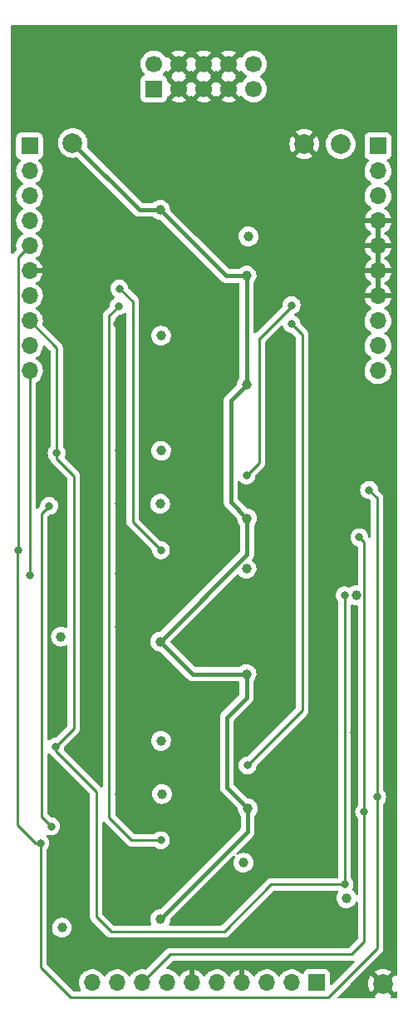
<source format=gbr>
%TF.GenerationSoftware,KiCad,Pcbnew,(6.0.11)*%
%TF.CreationDate,2023-03-03T11:26:02+00:00*%
%TF.ProjectId,Quilter_Components,5175696c-7465-4725-9f43-6f6d706f6e65,rev?*%
%TF.SameCoordinates,Original*%
%TF.FileFunction,Copper,L4,Bot*%
%TF.FilePolarity,Positive*%
%FSLAX46Y46*%
G04 Gerber Fmt 4.6, Leading zero omitted, Abs format (unit mm)*
G04 Created by KiCad (PCBNEW (6.0.11)) date 2023-03-03 11:26:02*
%MOMM*%
%LPD*%
G01*
G04 APERTURE LIST*
%TA.AperFunction,ComponentPad*%
%ADD10R,1.700000X1.700000*%
%TD*%
%TA.AperFunction,ComponentPad*%
%ADD11C,1.700000*%
%TD*%
%TA.AperFunction,ComponentPad*%
%ADD12C,2.000000*%
%TD*%
%TA.AperFunction,ComponentPad*%
%ADD13O,1.700000X1.700000*%
%TD*%
%TA.AperFunction,ViaPad*%
%ADD14C,0.800000*%
%TD*%
%TA.AperFunction,ViaPad*%
%ADD15C,1.000000*%
%TD*%
%TA.AperFunction,Conductor*%
%ADD16C,0.400000*%
%TD*%
%TA.AperFunction,Conductor*%
%ADD17C,0.250000*%
%TD*%
G04 APERTURE END LIST*
D10*
%TO.P,J4,1,Pin_1*%
%TO.N,/-12V_IN*%
X65060000Y-57000000D03*
D11*
%TO.P,J4,2,Pin_2*%
X65060000Y-54460000D03*
%TO.P,J4,3,Pin_3*%
%TO.N,GND*%
X67600000Y-57000000D03*
%TO.P,J4,4,Pin_4*%
X67600000Y-54460000D03*
%TO.P,J4,5,Pin_5*%
X70140000Y-57000000D03*
%TO.P,J4,6,Pin_6*%
X70140000Y-54460000D03*
%TO.P,J4,7,Pin_7*%
X72680000Y-57000000D03*
%TO.P,J4,8,Pin_8*%
X72680000Y-54460000D03*
%TO.P,J4,9,Pin_9*%
%TO.N,/+12V_IN*%
X75220000Y-57000000D03*
%TO.P,J4,10,Pin_10*%
X75220000Y-54460000D03*
%TD*%
D12*
%TO.P,TP2,1,1*%
%TO.N,-12V*%
X56800000Y-62500000D03*
%TD*%
%TO.P,TP4,1,1*%
%TO.N,GND*%
X80400000Y-62600000D03*
%TD*%
%TO.P,TP1,1,1*%
%TO.N,+12V*%
X84100000Y-62600000D03*
%TD*%
%TO.P,TP3,1,1*%
%TO.N,GND*%
X88400000Y-148000000D03*
%TD*%
D10*
%TO.P,J3,1,Pin_1*%
%TO.N,/AUDIO_IN3*%
X81650000Y-147900000D03*
D13*
%TO.P,J3,2,Pin_2*%
%TO.N,/FREQ_V_OCT4*%
X79110000Y-147900000D03*
%TO.P,J3,3,Pin_3*%
%TO.N,/FREQ_CV_DAMP4*%
X76570000Y-147900000D03*
%TO.P,J3,4,Pin_4*%
%TO.N,GND*%
X74030000Y-147900000D03*
%TO.P,J3,5,Pin_5*%
%TO.N,/AUDIO_IN4*%
X71490000Y-147900000D03*
%TO.P,J3,6,Pin_6*%
%TO.N,GND*%
X68950000Y-147900000D03*
%TO.P,J3,7,Pin_7*%
%TO.N,/FREQ_CV_DAMP1*%
X66410000Y-147900000D03*
%TO.P,J3,8,Pin_8*%
%TO.N,/FREQ_JACK*%
X63870000Y-147900000D03*
%TO.P,J3,9,Pin_9*%
%TO.N,/FREQ_CV_DAMP3*%
X61330000Y-147900000D03*
%TO.P,J3,10,Pin_10*%
%TO.N,/FREQ_V_OCT3*%
X58790000Y-147900000D03*
%TD*%
D10*
%TO.P,J1,1,Pin_1*%
%TO.N,-12V*%
X52400000Y-62800000D03*
D13*
%TO.P,J1,2,Pin_2*%
%TO.N,/AUDIO_BUFF2*%
X52400000Y-65340000D03*
%TO.P,J1,3,Pin_3*%
%TO.N,/AUDIO_BUFF4*%
X52400000Y-67880000D03*
%TO.P,J1,4,Pin_4*%
%TO.N,/FREQ_POT_5V*%
X52400000Y-70420000D03*
%TO.P,J1,5,Pin_5*%
%TO.N,/FREQ_POT*%
X52400000Y-72960000D03*
%TO.P,J1,6,Pin_6*%
%TO.N,GND*%
X52400000Y-75500000D03*
%TO.P,J1,7,Pin_7*%
%TO.N,/FREQ_V_OCT1*%
X52400000Y-78040000D03*
%TO.P,J1,8,Pin_8*%
%TO.N,/Q_POT*%
X52400000Y-80580000D03*
%TO.P,J1,9,Pin_9*%
%TO.N,/AUDIO_MIX*%
X52400000Y-83120000D03*
%TO.P,J1,10,Pin_10*%
%TO.N,/AUDIO_IN2*%
X52400000Y-85660000D03*
%TD*%
D10*
%TO.P,J2,1,Pin_1*%
%TO.N,+12V*%
X87900000Y-62800000D03*
D13*
%TO.P,J2,2,Pin_2*%
%TO.N,/AUDIO_BUFF1*%
X87900000Y-65340000D03*
%TO.P,J2,3,Pin_3*%
%TO.N,/AUDIO_BUFF3*%
X87900000Y-67880000D03*
%TO.P,J2,4,Pin_4*%
%TO.N,GND*%
X87900000Y-70420000D03*
%TO.P,J2,5,Pin_5*%
X87900000Y-72960000D03*
%TO.P,J2,6,Pin_6*%
X87900000Y-75500000D03*
%TO.P,J2,7,Pin_7*%
X87900000Y-78040000D03*
%TO.P,J2,8,Pin_8*%
%TO.N,/AUDIO_IN1*%
X87900000Y-80580000D03*
%TO.P,J2,9,Pin_9*%
%TO.N,/FREQ_CV_DAMP2*%
X87900000Y-83120000D03*
%TO.P,J2,10,Pin_10*%
%TO.N,/FREQ_V_OCT2*%
X87900000Y-85660000D03*
%TD*%
D14*
%TO.N,GND*%
X71300000Y-71600000D03*
X78800000Y-77400000D03*
X71300000Y-78600000D03*
X78900000Y-72000000D03*
D15*
%TO.N,+12V*%
X74700000Y-72000000D03*
X74200000Y-135700000D03*
X65800000Y-123300000D03*
X65700000Y-99200000D03*
X74500000Y-105800000D03*
X65800000Y-93800000D03*
X65800000Y-82100000D03*
X65900000Y-128700000D03*
D14*
%TO.N,GND*%
X85500000Y-122500000D03*
X69200000Y-128300000D03*
X61500000Y-135800000D03*
X77800000Y-87300000D03*
X61500000Y-106300000D03*
X78900000Y-125100000D03*
X78900000Y-130400000D03*
X61600000Y-123300000D03*
X71700000Y-141400000D03*
X61500000Y-111700000D03*
X85600000Y-93000000D03*
X54800000Y-135300000D03*
X78900000Y-135800000D03*
X69200000Y-101400000D03*
X71200000Y-98800000D03*
X61500000Y-99200000D03*
X66100000Y-71300000D03*
X61500000Y-128700000D03*
X78800000Y-100900000D03*
X71200000Y-130900000D03*
X61500000Y-93800000D03*
X54700000Y-125700000D03*
X72800000Y-112700000D03*
X81600000Y-105800000D03*
X54800000Y-105800000D03*
X78800000Y-95600000D03*
X71200000Y-128300000D03*
X69200000Y-98800000D03*
X78800000Y-106300000D03*
X81600000Y-135300000D03*
X54700000Y-122500000D03*
X69200000Y-130900000D03*
X69075500Y-68997179D03*
X71300000Y-69000000D03*
X61300000Y-80900000D03*
X61600000Y-141200000D03*
X54800000Y-96200000D03*
X71200000Y-101400000D03*
X78900000Y-117900000D03*
X61600000Y-70200000D03*
D15*
%TO.N,-12V*%
X65722500Y-141422500D03*
X74570000Y-100670000D03*
X74500000Y-87100000D03*
X74500000Y-76000000D03*
X84700000Y-139300000D03*
X55600000Y-112700000D03*
X74630000Y-130170000D03*
X55700000Y-142300000D03*
X85675500Y-108500000D03*
X65700000Y-113200000D03*
X65700000Y-69300000D03*
X74500000Y-116500000D03*
D14*
%TO.N,/Audio_Out1*%
X74510000Y-96290000D03*
X79100000Y-79000000D03*
%TO.N,/Audio_Out2*%
X61550000Y-77300000D03*
X65790000Y-103910000D03*
%TO.N,/Audio_Out3*%
X79100000Y-80900000D03*
X74610000Y-125790000D03*
%TO.N,/Audio_Out4*%
X65790000Y-133410000D03*
X61487500Y-79087500D03*
%TO.N,/AUDIO_IN2*%
X52399999Y-106499999D03*
%TO.N,/FREQ_POT*%
X51225000Y-103925000D03*
X87000000Y-97800000D03*
X87821710Y-129002889D03*
X53500000Y-133700000D03*
%TO.N,/Q_POT*%
X55162299Y-94037701D03*
X84500000Y-137900000D03*
X84500000Y-108500000D03*
X55024500Y-123900000D03*
%TO.N,/FREQ_JACK*%
X54400000Y-99400000D03*
X86000000Y-102600000D03*
X86500000Y-130500000D03*
X54600000Y-132000000D03*
%TD*%
D16*
%TO.N,-12V*%
X74570000Y-100670000D02*
X74570000Y-104330000D01*
X72900000Y-99000000D02*
X72900000Y-88700000D01*
X74630000Y-132515000D02*
X65722500Y-141422500D01*
X56800000Y-62500000D02*
X63600000Y-69300000D01*
X65700000Y-69300000D02*
X72400000Y-76000000D01*
X72900000Y-88700000D02*
X74500000Y-87100000D01*
X74570000Y-100670000D02*
X72900000Y-99000000D01*
X74630000Y-130170000D02*
X72500000Y-128040000D01*
X74500000Y-76000000D02*
X74500000Y-87100000D01*
X72500000Y-120900000D02*
X74500000Y-118900000D01*
X72500000Y-128040000D02*
X72500000Y-120900000D01*
X72400000Y-76000000D02*
X74500000Y-76000000D01*
X74570000Y-104330000D02*
X65700000Y-113200000D01*
X63600000Y-69300000D02*
X65700000Y-69300000D01*
X74630000Y-130170000D02*
X74630000Y-132515000D01*
X69000000Y-116500000D02*
X74500000Y-116500000D01*
X74500000Y-118900000D02*
X74500000Y-116500000D01*
X65700000Y-113200000D02*
X69000000Y-116500000D01*
D17*
%TO.N,/Audio_Out1*%
X74510000Y-96290000D02*
X75800000Y-95000000D01*
X75800000Y-82412500D02*
X79100000Y-79112500D01*
X75800000Y-95000000D02*
X75800000Y-82300000D01*
%TO.N,/Audio_Out2*%
X62900000Y-78600000D02*
X61600000Y-77300000D01*
X65790000Y-103910000D02*
X62900000Y-101020000D01*
X61600000Y-77300000D02*
X61550000Y-77300000D01*
X62900000Y-101020000D02*
X62900000Y-78600000D01*
%TO.N,/Audio_Out3*%
X74610000Y-125790000D02*
X80200000Y-120200000D01*
X80200000Y-120200000D02*
X80200000Y-82000000D01*
X80200000Y-82000000D02*
X79100000Y-80900000D01*
%TO.N,/Audio_Out4*%
X65790000Y-133410000D02*
X62810000Y-133410000D01*
X60500000Y-131100000D02*
X60500000Y-80075000D01*
X62810000Y-133410000D02*
X60500000Y-131100000D01*
X60500000Y-80075000D02*
X61487500Y-79087500D01*
%TO.N,/AUDIO_IN2*%
X52400000Y-85660000D02*
X52399999Y-106499999D01*
%TO.N,/FREQ_POT*%
X51200000Y-131900000D02*
X51200000Y-103950000D01*
X53000000Y-133700000D02*
X51200000Y-131900000D01*
X87000000Y-97800000D02*
X87800000Y-98600000D01*
X51225000Y-74135000D02*
X51225000Y-103925000D01*
X52400000Y-72960000D02*
X51225000Y-74135000D01*
X87821710Y-144378290D02*
X82800000Y-149400000D01*
X53500000Y-146300000D02*
X53500000Y-133700000D01*
X82800000Y-149400000D02*
X56600000Y-149400000D01*
X87800000Y-98600000D02*
X87800000Y-128981179D01*
X51200000Y-103950000D02*
X51225000Y-103925000D01*
X53500000Y-133700000D02*
X53000000Y-133700000D01*
X87821710Y-129002889D02*
X87821710Y-144378290D01*
X56600000Y-149400000D02*
X53500000Y-146300000D01*
X87800000Y-128981179D02*
X87821710Y-129002889D01*
%TO.N,/Q_POT*%
X56900000Y-96364310D02*
X56900000Y-122024500D01*
X59200000Y-141200000D02*
X59200000Y-128475500D01*
X55162299Y-83342299D02*
X55162299Y-94037701D01*
X55162299Y-94626609D02*
X56900000Y-96364310D01*
X56900000Y-122024500D02*
X55024500Y-123900000D01*
X55162299Y-94037701D02*
X55162299Y-94626609D01*
X77030000Y-137900000D02*
X72230000Y-142700000D01*
X84500000Y-137900000D02*
X77030000Y-137900000D01*
X72230000Y-142700000D02*
X60700000Y-142700000D01*
X84500000Y-108500000D02*
X84500000Y-137900000D01*
X59200000Y-128475500D02*
X55024500Y-124300000D01*
X60700000Y-142700000D02*
X59200000Y-141200000D01*
X52400000Y-80580000D02*
X55162299Y-83342299D01*
X55024500Y-124300000D02*
X55024500Y-123900000D01*
%TO.N,/FREQ_JACK*%
X86500000Y-143700000D02*
X86500000Y-130500000D01*
X53600000Y-100200000D02*
X54400000Y-99400000D01*
X86000000Y-102600000D02*
X86500000Y-103100000D01*
X54600000Y-132000000D02*
X53600000Y-131000000D01*
X86500000Y-103100000D02*
X86500000Y-130500000D01*
X66770000Y-145000000D02*
X85200000Y-145000000D01*
X63870000Y-147900000D02*
X66770000Y-145000000D01*
X53600000Y-131000000D02*
X53600000Y-100200000D01*
X85200000Y-145000000D02*
X86500000Y-143700000D01*
%TD*%
%TA.AperFunction,Conductor*%
%TO.N,GND*%
G36*
X89833621Y-50528502D02*
G01*
X89880114Y-50582158D01*
X89891500Y-50634500D01*
X89891500Y-147101013D01*
X89871498Y-147169134D01*
X89817842Y-147215627D01*
X89747568Y-147225731D01*
X89682988Y-147196237D01*
X89658068Y-147166849D01*
X89642567Y-147141554D01*
X89632110Y-147132093D01*
X89623334Y-147135876D01*
X88772022Y-147987188D01*
X88764408Y-148001132D01*
X88764539Y-148002965D01*
X88768790Y-148009580D01*
X89620290Y-148861080D01*
X89632670Y-148867840D01*
X89640319Y-148862114D01*
X89658068Y-148833151D01*
X89710716Y-148785520D01*
X89780757Y-148773914D01*
X89845955Y-148802018D01*
X89885608Y-148860909D01*
X89891500Y-148898987D01*
X89891500Y-149365500D01*
X89871498Y-149433621D01*
X89817842Y-149480114D01*
X89765500Y-149491500D01*
X89298987Y-149491500D01*
X89230866Y-149471498D01*
X89184373Y-149417842D01*
X89174269Y-149347568D01*
X89203763Y-149282988D01*
X89233151Y-149258068D01*
X89258446Y-149242567D01*
X89267907Y-149232110D01*
X89264124Y-149223334D01*
X88412812Y-148372022D01*
X88398868Y-148364408D01*
X88397035Y-148364539D01*
X88390420Y-148368790D01*
X87538920Y-149220290D01*
X87532160Y-149232670D01*
X87537886Y-149240319D01*
X87566849Y-149258068D01*
X87614480Y-149310716D01*
X87626086Y-149380757D01*
X87597982Y-149445955D01*
X87539091Y-149485608D01*
X87501013Y-149491500D01*
X83908594Y-149491500D01*
X83840473Y-149471498D01*
X83793980Y-149417842D01*
X83783876Y-149347568D01*
X83813370Y-149282988D01*
X83819499Y-149276405D01*
X85090974Y-148004930D01*
X86887725Y-148004930D01*
X86905572Y-148231699D01*
X86907115Y-148241446D01*
X86960217Y-148462627D01*
X86963266Y-148472012D01*
X87050313Y-148682163D01*
X87054795Y-148690958D01*
X87157432Y-148858445D01*
X87167890Y-148867907D01*
X87176666Y-148864124D01*
X88027978Y-148012812D01*
X88035592Y-147998868D01*
X88035461Y-147997035D01*
X88031210Y-147990420D01*
X87179710Y-147138920D01*
X87167330Y-147132160D01*
X87159680Y-147137887D01*
X87054795Y-147309042D01*
X87050313Y-147317837D01*
X86963266Y-147527988D01*
X86960217Y-147537373D01*
X86907115Y-147758554D01*
X86905572Y-147768301D01*
X86887725Y-147995070D01*
X86887725Y-148004930D01*
X85090974Y-148004930D01*
X86328014Y-146767890D01*
X87532093Y-146767890D01*
X87535876Y-146776666D01*
X88387188Y-147627978D01*
X88401132Y-147635592D01*
X88402965Y-147635461D01*
X88409580Y-147631210D01*
X89261080Y-146779710D01*
X89267840Y-146767330D01*
X89262113Y-146759680D01*
X89090958Y-146654795D01*
X89082163Y-146650313D01*
X88872012Y-146563266D01*
X88862627Y-146560217D01*
X88641446Y-146507115D01*
X88631699Y-146505572D01*
X88404930Y-146487725D01*
X88395070Y-146487725D01*
X88168301Y-146505572D01*
X88158554Y-146507115D01*
X87937373Y-146560217D01*
X87927988Y-146563266D01*
X87717837Y-146650313D01*
X87709042Y-146654795D01*
X87541555Y-146757432D01*
X87532093Y-146767890D01*
X86328014Y-146767890D01*
X88213957Y-144881947D01*
X88222247Y-144874403D01*
X88228728Y-144870290D01*
X88275369Y-144820622D01*
X88278123Y-144817781D01*
X88297844Y-144798060D01*
X88300322Y-144794865D01*
X88308028Y-144785843D01*
X88332868Y-144759391D01*
X88338296Y-144753611D01*
X88348056Y-144735858D01*
X88358909Y-144719335D01*
X88366463Y-144709596D01*
X88371323Y-144703331D01*
X88388886Y-144662747D01*
X88394093Y-144652117D01*
X88415405Y-144613350D01*
X88417376Y-144605673D01*
X88417378Y-144605668D01*
X88420442Y-144593732D01*
X88426848Y-144575020D01*
X88429630Y-144568593D01*
X88434891Y-144556435D01*
X88441170Y-144516796D01*
X88441807Y-144512771D01*
X88444214Y-144501150D01*
X88453238Y-144466001D01*
X88453238Y-144466000D01*
X88455210Y-144458320D01*
X88455210Y-144438059D01*
X88456761Y-144418348D01*
X88458689Y-144406175D01*
X88459929Y-144398347D01*
X88455769Y-144354336D01*
X88455210Y-144342479D01*
X88455210Y-129705413D01*
X88475212Y-129637292D01*
X88487568Y-129621110D01*
X88560750Y-129539833D01*
X88656237Y-129374445D01*
X88715252Y-129192817D01*
X88716690Y-129179140D01*
X88734524Y-129009454D01*
X88735214Y-129002889D01*
X88727592Y-128930365D01*
X88715942Y-128819524D01*
X88715942Y-128819522D01*
X88715252Y-128812961D01*
X88656237Y-128631333D01*
X88560750Y-128465945D01*
X88465864Y-128360563D01*
X88435146Y-128296556D01*
X88433500Y-128276253D01*
X88433500Y-98678767D01*
X88434027Y-98667584D01*
X88435702Y-98660091D01*
X88434896Y-98634428D01*
X88433562Y-98592001D01*
X88433500Y-98588043D01*
X88433500Y-98560144D01*
X88432996Y-98556153D01*
X88432063Y-98544311D01*
X88430923Y-98508036D01*
X88430674Y-98500111D01*
X88428462Y-98492497D01*
X88428461Y-98492492D01*
X88425023Y-98480659D01*
X88421012Y-98461295D01*
X88419467Y-98449064D01*
X88418474Y-98441203D01*
X88415557Y-98433836D01*
X88415556Y-98433831D01*
X88402198Y-98400092D01*
X88398354Y-98388865D01*
X88391071Y-98363799D01*
X88386018Y-98346407D01*
X88381697Y-98339100D01*
X88375707Y-98328972D01*
X88367012Y-98311224D01*
X88359552Y-98292383D01*
X88333564Y-98256613D01*
X88327048Y-98246693D01*
X88308580Y-98215465D01*
X88308578Y-98215462D01*
X88304542Y-98208638D01*
X88290221Y-98194317D01*
X88277380Y-98179283D01*
X88270131Y-98169306D01*
X88265472Y-98162893D01*
X88259367Y-98157842D01*
X88259362Y-98157837D01*
X88231402Y-98134706D01*
X88222624Y-98126719D01*
X88085833Y-97989928D01*
X87947122Y-97851218D01*
X87913097Y-97788905D01*
X87910907Y-97775292D01*
X87894232Y-97616635D01*
X87894232Y-97616633D01*
X87893542Y-97610072D01*
X87834527Y-97428444D01*
X87739040Y-97263056D01*
X87611253Y-97121134D01*
X87456752Y-97008882D01*
X87450724Y-97006198D01*
X87450722Y-97006197D01*
X87288319Y-96933891D01*
X87288318Y-96933891D01*
X87282288Y-96931206D01*
X87166682Y-96906633D01*
X87101944Y-96892872D01*
X87101939Y-96892872D01*
X87095487Y-96891500D01*
X86904513Y-96891500D01*
X86898061Y-96892872D01*
X86898056Y-96892872D01*
X86833318Y-96906633D01*
X86717712Y-96931206D01*
X86711682Y-96933891D01*
X86711681Y-96933891D01*
X86549278Y-97006197D01*
X86549276Y-97006198D01*
X86543248Y-97008882D01*
X86388747Y-97121134D01*
X86260960Y-97263056D01*
X86165473Y-97428444D01*
X86106458Y-97610072D01*
X86086496Y-97800000D01*
X86106458Y-97989928D01*
X86165473Y-98171556D01*
X86168776Y-98177278D01*
X86168777Y-98177279D01*
X86178614Y-98194317D01*
X86260960Y-98336944D01*
X86265378Y-98341851D01*
X86265379Y-98341852D01*
X86348197Y-98433831D01*
X86388747Y-98478866D01*
X86543248Y-98591118D01*
X86549276Y-98593802D01*
X86549278Y-98593803D01*
X86711681Y-98666109D01*
X86717712Y-98668794D01*
X86811112Y-98688647D01*
X86898056Y-98707128D01*
X86898061Y-98707128D01*
X86904513Y-98708500D01*
X86960405Y-98708500D01*
X87028526Y-98728502D01*
X87049500Y-98745405D01*
X87129595Y-98825500D01*
X87163621Y-98887812D01*
X87166500Y-98914595D01*
X87166500Y-102561434D01*
X87146498Y-102629555D01*
X87092842Y-102676048D01*
X87022568Y-102686152D01*
X86960186Y-102658520D01*
X86955416Y-102654574D01*
X86915677Y-102595740D01*
X86910420Y-102570658D01*
X86894232Y-102416635D01*
X86894232Y-102416633D01*
X86893542Y-102410072D01*
X86834527Y-102228444D01*
X86739040Y-102063056D01*
X86611253Y-101921134D01*
X86456752Y-101808882D01*
X86450724Y-101806198D01*
X86450722Y-101806197D01*
X86288319Y-101733891D01*
X86288318Y-101733891D01*
X86282288Y-101731206D01*
X86188887Y-101711353D01*
X86101944Y-101692872D01*
X86101939Y-101692872D01*
X86095487Y-101691500D01*
X85904513Y-101691500D01*
X85898061Y-101692872D01*
X85898056Y-101692872D01*
X85811113Y-101711353D01*
X85717712Y-101731206D01*
X85711682Y-101733891D01*
X85711681Y-101733891D01*
X85549278Y-101806197D01*
X85549276Y-101806198D01*
X85543248Y-101808882D01*
X85388747Y-101921134D01*
X85260960Y-102063056D01*
X85165473Y-102228444D01*
X85106458Y-102410072D01*
X85086496Y-102600000D01*
X85106458Y-102789928D01*
X85165473Y-102971556D01*
X85260960Y-103136944D01*
X85265378Y-103141851D01*
X85265379Y-103141852D01*
X85290672Y-103169943D01*
X85388747Y-103278866D01*
X85543248Y-103391118D01*
X85549276Y-103393802D01*
X85549278Y-103393803D01*
X85711681Y-103466109D01*
X85717712Y-103468794D01*
X85766697Y-103479206D01*
X85829170Y-103512934D01*
X85863492Y-103575084D01*
X85866500Y-103602453D01*
X85866500Y-107366039D01*
X85846498Y-107434160D01*
X85792842Y-107480653D01*
X85727330Y-107491349D01*
X85682575Y-107486645D01*
X85600076Y-107494153D01*
X85491751Y-107504011D01*
X85491748Y-107504012D01*
X85485612Y-107504570D01*
X85479706Y-107506308D01*
X85479702Y-107506309D01*
X85374576Y-107537249D01*
X85295881Y-107560410D01*
X85290423Y-107563263D01*
X85290419Y-107563265D01*
X85233787Y-107592872D01*
X85120610Y-107652040D01*
X85115811Y-107655898D01*
X85115804Y-107655903D01*
X85076650Y-107687384D01*
X85011028Y-107714481D01*
X84946449Y-107704295D01*
X84788319Y-107633891D01*
X84788318Y-107633891D01*
X84782288Y-107631206D01*
X84688887Y-107611353D01*
X84601944Y-107592872D01*
X84601939Y-107592872D01*
X84595487Y-107591500D01*
X84404513Y-107591500D01*
X84398061Y-107592872D01*
X84398056Y-107592872D01*
X84311113Y-107611353D01*
X84217712Y-107631206D01*
X84211682Y-107633891D01*
X84211681Y-107633891D01*
X84049278Y-107706197D01*
X84049276Y-107706198D01*
X84043248Y-107708882D01*
X84037907Y-107712762D01*
X84037906Y-107712763D01*
X83994310Y-107744438D01*
X83888747Y-107821134D01*
X83760960Y-107963056D01*
X83665473Y-108128444D01*
X83606458Y-108310072D01*
X83586496Y-108500000D01*
X83606458Y-108689928D01*
X83665473Y-108871556D01*
X83760960Y-109036944D01*
X83834137Y-109118215D01*
X83864853Y-109182221D01*
X83866500Y-109202524D01*
X83866500Y-137140500D01*
X83846498Y-137208621D01*
X83792842Y-137255114D01*
X83740500Y-137266500D01*
X77108767Y-137266500D01*
X77097584Y-137265973D01*
X77090091Y-137264298D01*
X77082165Y-137264547D01*
X77082164Y-137264547D01*
X77022014Y-137266438D01*
X77018055Y-137266500D01*
X76990144Y-137266500D01*
X76986210Y-137266997D01*
X76986209Y-137266997D01*
X76986144Y-137267005D01*
X76974307Y-137267938D01*
X76942490Y-137268938D01*
X76938029Y-137269078D01*
X76930110Y-137269327D01*
X76912454Y-137274456D01*
X76910658Y-137274978D01*
X76891306Y-137278986D01*
X76884235Y-137279880D01*
X76871203Y-137281526D01*
X76863834Y-137284443D01*
X76863832Y-137284444D01*
X76830097Y-137297800D01*
X76818869Y-137301645D01*
X76776407Y-137313982D01*
X76769584Y-137318017D01*
X76769582Y-137318018D01*
X76758972Y-137324293D01*
X76741224Y-137332988D01*
X76722383Y-137340448D01*
X76715967Y-137345110D01*
X76715966Y-137345110D01*
X76686613Y-137366436D01*
X76676693Y-137372952D01*
X76645465Y-137391420D01*
X76645462Y-137391422D01*
X76638638Y-137395458D01*
X76624317Y-137409779D01*
X76609284Y-137422619D01*
X76592893Y-137434528D01*
X76587842Y-137440634D01*
X76564702Y-137468605D01*
X76556712Y-137477384D01*
X72004500Y-142029595D01*
X71942188Y-142063621D01*
X71915405Y-142066500D01*
X66733066Y-142066500D01*
X66664945Y-142046498D01*
X66618452Y-141992842D01*
X66608348Y-141922568D01*
X66623509Y-141878264D01*
X66645224Y-141840039D01*
X66648269Y-141834679D01*
X66710697Y-141647013D01*
X66735485Y-141450795D01*
X66736721Y-141450951D01*
X66759640Y-141389185D01*
X66771540Y-141375430D01*
X73158284Y-134988687D01*
X73220596Y-134954661D01*
X73291411Y-134959726D01*
X73348247Y-135002273D01*
X73373058Y-135068793D01*
X73357794Y-135138482D01*
X73268567Y-135300787D01*
X73266706Y-135306654D01*
X73266705Y-135306656D01*
X73210627Y-135483436D01*
X73208765Y-135489306D01*
X73186719Y-135685851D01*
X73203268Y-135882934D01*
X73257783Y-136073050D01*
X73348187Y-136248956D01*
X73471035Y-136403953D01*
X73621650Y-136532136D01*
X73794294Y-136628624D01*
X73982392Y-136689740D01*
X74178777Y-136713158D01*
X74184912Y-136712686D01*
X74184914Y-136712686D01*
X74369830Y-136698457D01*
X74369834Y-136698456D01*
X74375972Y-136697984D01*
X74566463Y-136644798D01*
X74571967Y-136642018D01*
X74571969Y-136642017D01*
X74737495Y-136558404D01*
X74737497Y-136558403D01*
X74742996Y-136555625D01*
X74898847Y-136433861D01*
X75028078Y-136284145D01*
X75125769Y-136112179D01*
X75188197Y-135924513D01*
X75212985Y-135728295D01*
X75213380Y-135700000D01*
X75194080Y-135503167D01*
X75136916Y-135313831D01*
X75044066Y-135139204D01*
X74932388Y-135002273D01*
X74922960Y-134990713D01*
X74922957Y-134990710D01*
X74919065Y-134985938D01*
X74914316Y-134982009D01*
X74771425Y-134863799D01*
X74771421Y-134863797D01*
X74766675Y-134859870D01*
X74592701Y-134765802D01*
X74403768Y-134707318D01*
X74397643Y-134706674D01*
X74397642Y-134706674D01*
X74213204Y-134687289D01*
X74213202Y-134687289D01*
X74207075Y-134686645D01*
X74124576Y-134694153D01*
X74016251Y-134704011D01*
X74016248Y-134704012D01*
X74010112Y-134704570D01*
X74004206Y-134706308D01*
X74004202Y-134706309D01*
X73933336Y-134727166D01*
X73820381Y-134760410D01*
X73814923Y-134763263D01*
X73814919Y-134763265D01*
X73749712Y-134797355D01*
X73645110Y-134852040D01*
X73644645Y-134851151D01*
X73582122Y-134870069D01*
X73513839Y-134850627D01*
X73466907Y-134797355D01*
X73456226Y-134727166D01*
X73485188Y-134662346D01*
X73491982Y-134654989D01*
X75110528Y-133036443D01*
X75116793Y-133030589D01*
X75154664Y-132997552D01*
X75154665Y-132997551D01*
X75160385Y-132992561D01*
X75197136Y-132940271D01*
X75201028Y-132935029D01*
X75240476Y-132884718D01*
X75243600Y-132877799D01*
X75244988Y-132875507D01*
X75253357Y-132860835D01*
X75254622Y-132858475D01*
X75258990Y-132852261D01*
X75282203Y-132792723D01*
X75284759Y-132786642D01*
X75289339Y-132776500D01*
X75311045Y-132728427D01*
X75312430Y-132720954D01*
X75313234Y-132718388D01*
X75317855Y-132702165D01*
X75318520Y-132699573D01*
X75321282Y-132692491D01*
X75322565Y-132682749D01*
X75329622Y-132629139D01*
X75330654Y-132622623D01*
X75340911Y-132567281D01*
X75342295Y-132559814D01*
X75338709Y-132497620D01*
X75338500Y-132490367D01*
X75338500Y-130939538D01*
X75358502Y-130871417D01*
X75369118Y-130857207D01*
X75454054Y-130758807D01*
X75454055Y-130758806D01*
X75458078Y-130754145D01*
X75555769Y-130582179D01*
X75618197Y-130394513D01*
X75642985Y-130198295D01*
X75643380Y-130170000D01*
X75624080Y-129973167D01*
X75621028Y-129963056D01*
X75585638Y-129845842D01*
X75566916Y-129783831D01*
X75474066Y-129609204D01*
X75403709Y-129522938D01*
X75352960Y-129460713D01*
X75352957Y-129460710D01*
X75349065Y-129455938D01*
X75326965Y-129437655D01*
X75201425Y-129333799D01*
X75201421Y-129333797D01*
X75196675Y-129329870D01*
X75022701Y-129235802D01*
X74833768Y-129177318D01*
X74827643Y-129176674D01*
X74827642Y-129176674D01*
X74764084Y-129169994D01*
X74660820Y-129159141D01*
X74595164Y-129132128D01*
X74584896Y-129122926D01*
X73245405Y-127783435D01*
X73211379Y-127721123D01*
X73208500Y-127694340D01*
X73208500Y-121245660D01*
X73228502Y-121177539D01*
X73245405Y-121156565D01*
X74980528Y-119421443D01*
X74986793Y-119415589D01*
X75024664Y-119382552D01*
X75024665Y-119382551D01*
X75030385Y-119377561D01*
X75067136Y-119325271D01*
X75071028Y-119320029D01*
X75110476Y-119269718D01*
X75113600Y-119262799D01*
X75114988Y-119260507D01*
X75123357Y-119245835D01*
X75124622Y-119243475D01*
X75128990Y-119237261D01*
X75152203Y-119177723D01*
X75154759Y-119171642D01*
X75177918Y-119120352D01*
X75181045Y-119113427D01*
X75182430Y-119105954D01*
X75183234Y-119103388D01*
X75187855Y-119087165D01*
X75188520Y-119084573D01*
X75191282Y-119077491D01*
X75199622Y-119014139D01*
X75200654Y-119007623D01*
X75210911Y-118952281D01*
X75212295Y-118944814D01*
X75208709Y-118882620D01*
X75208500Y-118875367D01*
X75208500Y-117269538D01*
X75228502Y-117201417D01*
X75239118Y-117187207D01*
X75324054Y-117088807D01*
X75324055Y-117088806D01*
X75328078Y-117084145D01*
X75335520Y-117071046D01*
X75364315Y-117020357D01*
X75425769Y-116912179D01*
X75488197Y-116724513D01*
X75512985Y-116528295D01*
X75513380Y-116500000D01*
X75494080Y-116303167D01*
X75436916Y-116113831D01*
X75344066Y-115939204D01*
X75273709Y-115852938D01*
X75222960Y-115790713D01*
X75222957Y-115790710D01*
X75219065Y-115785938D01*
X75214316Y-115782009D01*
X75071425Y-115663799D01*
X75071421Y-115663797D01*
X75066675Y-115659870D01*
X74892701Y-115565802D01*
X74703768Y-115507318D01*
X74697643Y-115506674D01*
X74697642Y-115506674D01*
X74513204Y-115487289D01*
X74513202Y-115487289D01*
X74507075Y-115486645D01*
X74424576Y-115494153D01*
X74316251Y-115504011D01*
X74316248Y-115504012D01*
X74310112Y-115504570D01*
X74304206Y-115506308D01*
X74304202Y-115506309D01*
X74199076Y-115537249D01*
X74120381Y-115560410D01*
X74114923Y-115563263D01*
X74114919Y-115563265D01*
X74024147Y-115610720D01*
X73945110Y-115652040D01*
X73806236Y-115763698D01*
X73740616Y-115790793D01*
X73727286Y-115791500D01*
X69345660Y-115791500D01*
X69277539Y-115771498D01*
X69256565Y-115754595D01*
X66791065Y-113289095D01*
X66757039Y-113226783D01*
X66762104Y-113155968D01*
X66791065Y-113110905D01*
X73506108Y-106395863D01*
X73568420Y-106361837D01*
X73639235Y-106366902D01*
X73693949Y-106406694D01*
X73767206Y-106499123D01*
X73767211Y-106499128D01*
X73771035Y-106503953D01*
X73921650Y-106632136D01*
X74094294Y-106728624D01*
X74282392Y-106789740D01*
X74478777Y-106813158D01*
X74484912Y-106812686D01*
X74484914Y-106812686D01*
X74669830Y-106798457D01*
X74669834Y-106798456D01*
X74675972Y-106797984D01*
X74866463Y-106744798D01*
X74871967Y-106742018D01*
X74871969Y-106742017D01*
X75037495Y-106658404D01*
X75037497Y-106658403D01*
X75042996Y-106655625D01*
X75198847Y-106533861D01*
X75308614Y-106406694D01*
X75324049Y-106388813D01*
X75324050Y-106388811D01*
X75328078Y-106384145D01*
X75425769Y-106212179D01*
X75488197Y-106024513D01*
X75512985Y-105828295D01*
X75513380Y-105800000D01*
X75494080Y-105603167D01*
X75436916Y-105413831D01*
X75344066Y-105239204D01*
X75273709Y-105152938D01*
X75222960Y-105090713D01*
X75222957Y-105090710D01*
X75219065Y-105085938D01*
X75107933Y-104994002D01*
X75068196Y-104935169D01*
X75066574Y-104864191D01*
X75094610Y-104812611D01*
X75094661Y-104812555D01*
X75100385Y-104807561D01*
X75137136Y-104755271D01*
X75141028Y-104750029D01*
X75180476Y-104699718D01*
X75183600Y-104692799D01*
X75184988Y-104690507D01*
X75193357Y-104675835D01*
X75194622Y-104673475D01*
X75198990Y-104667261D01*
X75222203Y-104607723D01*
X75224759Y-104601642D01*
X75228775Y-104592749D01*
X75251045Y-104543427D01*
X75252430Y-104535954D01*
X75253234Y-104533388D01*
X75257855Y-104517165D01*
X75258520Y-104514573D01*
X75261282Y-104507491D01*
X75269622Y-104444139D01*
X75270654Y-104437623D01*
X75280911Y-104382281D01*
X75282295Y-104374814D01*
X75278709Y-104312620D01*
X75278500Y-104305367D01*
X75278500Y-101439538D01*
X75298502Y-101371417D01*
X75309118Y-101357207D01*
X75394054Y-101258807D01*
X75394055Y-101258806D01*
X75398078Y-101254145D01*
X75495769Y-101082179D01*
X75558197Y-100894513D01*
X75582985Y-100698295D01*
X75583380Y-100670000D01*
X75564080Y-100473167D01*
X75560831Y-100462404D01*
X75508697Y-100289731D01*
X75506916Y-100283831D01*
X75414066Y-100109204D01*
X75343709Y-100022938D01*
X75292960Y-99960713D01*
X75292957Y-99960710D01*
X75289065Y-99955938D01*
X75266965Y-99937655D01*
X75141425Y-99833799D01*
X75141421Y-99833797D01*
X75136675Y-99829870D01*
X74962701Y-99735802D01*
X74773768Y-99677318D01*
X74767643Y-99676674D01*
X74767642Y-99676674D01*
X74704084Y-99669994D01*
X74600820Y-99659141D01*
X74535164Y-99632128D01*
X74524896Y-99622926D01*
X73645405Y-98743435D01*
X73611379Y-98681123D01*
X73608500Y-98654340D01*
X73608500Y-96974754D01*
X73628502Y-96906633D01*
X73682158Y-96860140D01*
X73752432Y-96850036D01*
X73817012Y-96879530D01*
X73828125Y-96890432D01*
X73898747Y-96968866D01*
X74053248Y-97081118D01*
X74059276Y-97083802D01*
X74059278Y-97083803D01*
X74154156Y-97126045D01*
X74227712Y-97158794D01*
X74321113Y-97178647D01*
X74408056Y-97197128D01*
X74408061Y-97197128D01*
X74414513Y-97198500D01*
X74605487Y-97198500D01*
X74611939Y-97197128D01*
X74611944Y-97197128D01*
X74698887Y-97178647D01*
X74792288Y-97158794D01*
X74865844Y-97126045D01*
X74960722Y-97083803D01*
X74960724Y-97083802D01*
X74966752Y-97081118D01*
X75121253Y-96968866D01*
X75190914Y-96891500D01*
X75244621Y-96831852D01*
X75244622Y-96831851D01*
X75249040Y-96826944D01*
X75344527Y-96661556D01*
X75403542Y-96479928D01*
X75420907Y-96314706D01*
X75447920Y-96249050D01*
X75457122Y-96238782D01*
X76192247Y-95503657D01*
X76200537Y-95496113D01*
X76207018Y-95492000D01*
X76253659Y-95442332D01*
X76256413Y-95439491D01*
X76276134Y-95419770D01*
X76278612Y-95416575D01*
X76286318Y-95407553D01*
X76309495Y-95382872D01*
X76316586Y-95375321D01*
X76326346Y-95357568D01*
X76337199Y-95341045D01*
X76344753Y-95331306D01*
X76349613Y-95325041D01*
X76367176Y-95284457D01*
X76372383Y-95273827D01*
X76393695Y-95235060D01*
X76395666Y-95227383D01*
X76395668Y-95227378D01*
X76398732Y-95215442D01*
X76405138Y-95196730D01*
X76410034Y-95185417D01*
X76413181Y-95178145D01*
X76420097Y-95134481D01*
X76422504Y-95122860D01*
X76431528Y-95087711D01*
X76431528Y-95087710D01*
X76433500Y-95080030D01*
X76433500Y-95059769D01*
X76435051Y-95040058D01*
X76436979Y-95027885D01*
X76438219Y-95020057D01*
X76434059Y-94976046D01*
X76433500Y-94964189D01*
X76433500Y-82727094D01*
X76453502Y-82658973D01*
X76470405Y-82637999D01*
X78014968Y-81093437D01*
X78077280Y-81059411D01*
X78148096Y-81064476D01*
X78204931Y-81107023D01*
X78223896Y-81143596D01*
X78265473Y-81271556D01*
X78360960Y-81436944D01*
X78365378Y-81441851D01*
X78365379Y-81441852D01*
X78453035Y-81539204D01*
X78488747Y-81578866D01*
X78587843Y-81650864D01*
X78612759Y-81668966D01*
X78643248Y-81691118D01*
X78649276Y-81693802D01*
X78649278Y-81693803D01*
X78773049Y-81748909D01*
X78817712Y-81768794D01*
X78911113Y-81788647D01*
X78998056Y-81807128D01*
X78998061Y-81807128D01*
X79004513Y-81808500D01*
X79060405Y-81808500D01*
X79128526Y-81828502D01*
X79149501Y-81845405D01*
X79529596Y-82225501D01*
X79563621Y-82287813D01*
X79566500Y-82314596D01*
X79566500Y-119885406D01*
X79546498Y-119953527D01*
X79529595Y-119974501D01*
X74659500Y-124844595D01*
X74597188Y-124878621D01*
X74570405Y-124881500D01*
X74514513Y-124881500D01*
X74508061Y-124882872D01*
X74508056Y-124882872D01*
X74421113Y-124901353D01*
X74327712Y-124921206D01*
X74321682Y-124923891D01*
X74321681Y-124923891D01*
X74159278Y-124996197D01*
X74159276Y-124996198D01*
X74153248Y-124998882D01*
X73998747Y-125111134D01*
X73870960Y-125253056D01*
X73775473Y-125418444D01*
X73716458Y-125600072D01*
X73696496Y-125790000D01*
X73716458Y-125979928D01*
X73775473Y-126161556D01*
X73870960Y-126326944D01*
X73998747Y-126468866D01*
X74153248Y-126581118D01*
X74159276Y-126583802D01*
X74159278Y-126583803D01*
X74321681Y-126656109D01*
X74327712Y-126658794D01*
X74421112Y-126678647D01*
X74508056Y-126697128D01*
X74508061Y-126697128D01*
X74514513Y-126698500D01*
X74705487Y-126698500D01*
X74711939Y-126697128D01*
X74711944Y-126697128D01*
X74798888Y-126678647D01*
X74892288Y-126658794D01*
X74898319Y-126656109D01*
X75060722Y-126583803D01*
X75060724Y-126583802D01*
X75066752Y-126581118D01*
X75221253Y-126468866D01*
X75349040Y-126326944D01*
X75444527Y-126161556D01*
X75503542Y-125979928D01*
X75520907Y-125814706D01*
X75547920Y-125749050D01*
X75557122Y-125738782D01*
X78065672Y-123230233D01*
X80592253Y-120703652D01*
X80600539Y-120696112D01*
X80607018Y-120692000D01*
X80653644Y-120642348D01*
X80656398Y-120639507D01*
X80676135Y-120619770D01*
X80678615Y-120616573D01*
X80686320Y-120607551D01*
X80711159Y-120581100D01*
X80716586Y-120575321D01*
X80720405Y-120568375D01*
X80720407Y-120568372D01*
X80726348Y-120557566D01*
X80737199Y-120541047D01*
X80744758Y-120531301D01*
X80749614Y-120525041D01*
X80752759Y-120517772D01*
X80752762Y-120517768D01*
X80767174Y-120484463D01*
X80772391Y-120473813D01*
X80793695Y-120435060D01*
X80798733Y-120415437D01*
X80805137Y-120396734D01*
X80810033Y-120385420D01*
X80810033Y-120385419D01*
X80813181Y-120378145D01*
X80814420Y-120370322D01*
X80814423Y-120370312D01*
X80820099Y-120334476D01*
X80822505Y-120322856D01*
X80831528Y-120287711D01*
X80831528Y-120287710D01*
X80833500Y-120280030D01*
X80833500Y-120259776D01*
X80835051Y-120240065D01*
X80836980Y-120227886D01*
X80838220Y-120220057D01*
X80834059Y-120176038D01*
X80833500Y-120164181D01*
X80833500Y-85626695D01*
X86537251Y-85626695D01*
X86537548Y-85631848D01*
X86537548Y-85631851D01*
X86543011Y-85726590D01*
X86550110Y-85849715D01*
X86551247Y-85854761D01*
X86551248Y-85854767D01*
X86571119Y-85942939D01*
X86599222Y-86067639D01*
X86683266Y-86274616D01*
X86734019Y-86357438D01*
X86766520Y-86410474D01*
X86799987Y-86465088D01*
X86946250Y-86633938D01*
X87118126Y-86776632D01*
X87311000Y-86889338D01*
X87519692Y-86969030D01*
X87524760Y-86970061D01*
X87524763Y-86970062D01*
X87632017Y-86991883D01*
X87738597Y-87013567D01*
X87743772Y-87013757D01*
X87743774Y-87013757D01*
X87956673Y-87021564D01*
X87956677Y-87021564D01*
X87961837Y-87021753D01*
X87966957Y-87021097D01*
X87966959Y-87021097D01*
X88178288Y-86994025D01*
X88178289Y-86994025D01*
X88183416Y-86993368D01*
X88188366Y-86991883D01*
X88392429Y-86930661D01*
X88392434Y-86930659D01*
X88397384Y-86929174D01*
X88597994Y-86830896D01*
X88779860Y-86701173D01*
X88938096Y-86543489D01*
X88945722Y-86532877D01*
X89065435Y-86366277D01*
X89068453Y-86362077D01*
X89167430Y-86161811D01*
X89232370Y-85948069D01*
X89261529Y-85726590D01*
X89263156Y-85660000D01*
X89244852Y-85437361D01*
X89190431Y-85220702D01*
X89101354Y-85015840D01*
X88980014Y-84828277D01*
X88829670Y-84663051D01*
X88825619Y-84659852D01*
X88825615Y-84659848D01*
X88658414Y-84527800D01*
X88658410Y-84527798D01*
X88654359Y-84524598D01*
X88613053Y-84501796D01*
X88563084Y-84451364D01*
X88548312Y-84381921D01*
X88573428Y-84315516D01*
X88600780Y-84288909D01*
X88644603Y-84257650D01*
X88779860Y-84161173D01*
X88938096Y-84003489D01*
X88997594Y-83920689D01*
X89065435Y-83826277D01*
X89068453Y-83822077D01*
X89163329Y-83630110D01*
X89165136Y-83626453D01*
X89165137Y-83626451D01*
X89167430Y-83621811D01*
X89232370Y-83408069D01*
X89261529Y-83186590D01*
X89263156Y-83120000D01*
X89244852Y-82897361D01*
X89190431Y-82680702D01*
X89101354Y-82475840D01*
X88980014Y-82288277D01*
X88829670Y-82123051D01*
X88825619Y-82119852D01*
X88825615Y-82119848D01*
X88658414Y-81987800D01*
X88658410Y-81987798D01*
X88654359Y-81984598D01*
X88613053Y-81961796D01*
X88563084Y-81911364D01*
X88548312Y-81841921D01*
X88573428Y-81775516D01*
X88600780Y-81748909D01*
X88644603Y-81717650D01*
X88779860Y-81621173D01*
X88938096Y-81463489D01*
X88957171Y-81436944D01*
X89065435Y-81286277D01*
X89068453Y-81282077D01*
X89070825Y-81277279D01*
X89165136Y-81086453D01*
X89165137Y-81086451D01*
X89167430Y-81081811D01*
X89232370Y-80868069D01*
X89261529Y-80646590D01*
X89263156Y-80580000D01*
X89244852Y-80357361D01*
X89190431Y-80140702D01*
X89101354Y-79935840D01*
X89044279Y-79847616D01*
X88982822Y-79752617D01*
X88982820Y-79752614D01*
X88980014Y-79748277D01*
X88829670Y-79583051D01*
X88825619Y-79579852D01*
X88825615Y-79579848D01*
X88658414Y-79447800D01*
X88658410Y-79447798D01*
X88654359Y-79444598D01*
X88612569Y-79421529D01*
X88562598Y-79371097D01*
X88547826Y-79301654D01*
X88572942Y-79235248D01*
X88600294Y-79208641D01*
X88775328Y-79083792D01*
X88783200Y-79077139D01*
X88934052Y-78926812D01*
X88940730Y-78918965D01*
X89065003Y-78746020D01*
X89070313Y-78737183D01*
X89164670Y-78546267D01*
X89168469Y-78536672D01*
X89230377Y-78332910D01*
X89232555Y-78322837D01*
X89233986Y-78311962D01*
X89231775Y-78297778D01*
X89218617Y-78294000D01*
X86583225Y-78294000D01*
X86569694Y-78297973D01*
X86568257Y-78307966D01*
X86598565Y-78442446D01*
X86601645Y-78452275D01*
X86681770Y-78649603D01*
X86686413Y-78658794D01*
X86797694Y-78840388D01*
X86803777Y-78848699D01*
X86943213Y-79009667D01*
X86950580Y-79016883D01*
X87114434Y-79152916D01*
X87122881Y-79158831D01*
X87191969Y-79199203D01*
X87240693Y-79250842D01*
X87253764Y-79320625D01*
X87227033Y-79386396D01*
X87186584Y-79419752D01*
X87173607Y-79426507D01*
X87169474Y-79429610D01*
X87169471Y-79429612D01*
X87002162Y-79555231D01*
X86994965Y-79560635D01*
X86840629Y-79722138D01*
X86714743Y-79906680D01*
X86691713Y-79956294D01*
X86625490Y-80098961D01*
X86620688Y-80109305D01*
X86560989Y-80324570D01*
X86537251Y-80546695D01*
X86537548Y-80551848D01*
X86537548Y-80551851D01*
X86543011Y-80646590D01*
X86550110Y-80769715D01*
X86551247Y-80774761D01*
X86551248Y-80774767D01*
X86571119Y-80862939D01*
X86599222Y-80987639D01*
X86683266Y-81194616D01*
X86799987Y-81385088D01*
X86946250Y-81553938D01*
X87118126Y-81696632D01*
X87158864Y-81720437D01*
X87191445Y-81739476D01*
X87240169Y-81791114D01*
X87253240Y-81860897D01*
X87226509Y-81926669D01*
X87186055Y-81960027D01*
X87178212Y-81964110D01*
X87173607Y-81966507D01*
X87169474Y-81969610D01*
X87169471Y-81969612D01*
X86999100Y-82097530D01*
X86994965Y-82100635D01*
X86840629Y-82262138D01*
X86837715Y-82266410D01*
X86837714Y-82266411D01*
X86802254Y-82318393D01*
X86714743Y-82446680D01*
X86620688Y-82649305D01*
X86560989Y-82864570D01*
X86537251Y-83086695D01*
X86537548Y-83091848D01*
X86537548Y-83091851D01*
X86545108Y-83222958D01*
X86550110Y-83309715D01*
X86551247Y-83314761D01*
X86551248Y-83314767D01*
X86569209Y-83394464D01*
X86599222Y-83527639D01*
X86683266Y-83734616D01*
X86799987Y-83925088D01*
X86946250Y-84093938D01*
X87118126Y-84236632D01*
X87188595Y-84277811D01*
X87191445Y-84279476D01*
X87240169Y-84331114D01*
X87253240Y-84400897D01*
X87226509Y-84466669D01*
X87186055Y-84500027D01*
X87173607Y-84506507D01*
X87169474Y-84509610D01*
X87169471Y-84509612D01*
X87145247Y-84527800D01*
X86994965Y-84640635D01*
X86840629Y-84802138D01*
X86714743Y-84986680D01*
X86620688Y-85189305D01*
X86560989Y-85404570D01*
X86537251Y-85626695D01*
X80833500Y-85626695D01*
X80833500Y-82078767D01*
X80834027Y-82067584D01*
X80835702Y-82060091D01*
X80833562Y-81992000D01*
X80833500Y-81988043D01*
X80833500Y-81960144D01*
X80832996Y-81956153D01*
X80832063Y-81944311D01*
X80830923Y-81908036D01*
X80830674Y-81900111D01*
X80828462Y-81892497D01*
X80828461Y-81892492D01*
X80825023Y-81880659D01*
X80821012Y-81861295D01*
X80819467Y-81849064D01*
X80818474Y-81841203D01*
X80815557Y-81833836D01*
X80815556Y-81833831D01*
X80802198Y-81800092D01*
X80798354Y-81788865D01*
X80788230Y-81754022D01*
X80786018Y-81746407D01*
X80775707Y-81728972D01*
X80767012Y-81711224D01*
X80759552Y-81692383D01*
X80733564Y-81656613D01*
X80727048Y-81646693D01*
X80708580Y-81615465D01*
X80708578Y-81615462D01*
X80704542Y-81608638D01*
X80690221Y-81594317D01*
X80677380Y-81579283D01*
X80670131Y-81569306D01*
X80665472Y-81562893D01*
X80631395Y-81534702D01*
X80622616Y-81526712D01*
X80047122Y-80951218D01*
X80013096Y-80888906D01*
X80010907Y-80875293D01*
X80010669Y-80873023D01*
X79999811Y-80769715D01*
X79994232Y-80716635D01*
X79994232Y-80716633D01*
X79993542Y-80710072D01*
X79934527Y-80528444D01*
X79839040Y-80363056D01*
X79809013Y-80329707D01*
X79715675Y-80226045D01*
X79715674Y-80226044D01*
X79711253Y-80221134D01*
X79556752Y-80108882D01*
X79550726Y-80106199D01*
X79550719Y-80106195D01*
X79458432Y-80065107D01*
X79404336Y-80019127D01*
X79383686Y-79951200D01*
X79403038Y-79882892D01*
X79458432Y-79834893D01*
X79550719Y-79793805D01*
X79550726Y-79793801D01*
X79556752Y-79791118D01*
X79591345Y-79765985D01*
X79622018Y-79743699D01*
X79711253Y-79678866D01*
X79792366Y-79588781D01*
X79834621Y-79541852D01*
X79834622Y-79541851D01*
X79839040Y-79536944D01*
X79934527Y-79371556D01*
X79993542Y-79189928D01*
X79996811Y-79158831D01*
X80012814Y-79006565D01*
X80013504Y-79000000D01*
X80005812Y-78926812D01*
X79994232Y-78816635D01*
X79994232Y-78816633D01*
X79993542Y-78810072D01*
X79934527Y-78628444D01*
X79839040Y-78463056D01*
X79819364Y-78441203D01*
X79715675Y-78326045D01*
X79715674Y-78326044D01*
X79711253Y-78321134D01*
X79556752Y-78208882D01*
X79550724Y-78206198D01*
X79550722Y-78206197D01*
X79388319Y-78133891D01*
X79388318Y-78133891D01*
X79382288Y-78131206D01*
X79288888Y-78111353D01*
X79201944Y-78092872D01*
X79201939Y-78092872D01*
X79195487Y-78091500D01*
X79004513Y-78091500D01*
X78998061Y-78092872D01*
X78998056Y-78092872D01*
X78911112Y-78111353D01*
X78817712Y-78131206D01*
X78811682Y-78133891D01*
X78811681Y-78133891D01*
X78649278Y-78206197D01*
X78649276Y-78206198D01*
X78643248Y-78208882D01*
X78488747Y-78321134D01*
X78484326Y-78326044D01*
X78484325Y-78326045D01*
X78380637Y-78441203D01*
X78360960Y-78463056D01*
X78265473Y-78628444D01*
X78206458Y-78810072D01*
X78205768Y-78816633D01*
X78205768Y-78816635D01*
X78194188Y-78926812D01*
X78186496Y-79000000D01*
X78187186Y-79006565D01*
X78187186Y-79006567D01*
X78192587Y-79057959D01*
X78179814Y-79127797D01*
X78156372Y-79160223D01*
X75647629Y-81668966D01*
X75597471Y-81699704D01*
X75535835Y-81719731D01*
X75528125Y-81722236D01*
X75521428Y-81726486D01*
X75402014Y-81802268D01*
X75333780Y-81821881D01*
X75265775Y-81801490D01*
X75219589Y-81747569D01*
X75208500Y-81695883D01*
X75208500Y-77774183D01*
X86564389Y-77774183D01*
X86565912Y-77782607D01*
X86578292Y-77786000D01*
X87627885Y-77786000D01*
X87643124Y-77781525D01*
X87644329Y-77780135D01*
X87646000Y-77772452D01*
X87646000Y-77767885D01*
X88154000Y-77767885D01*
X88158475Y-77783124D01*
X88159865Y-77784329D01*
X88167548Y-77786000D01*
X89218344Y-77786000D01*
X89231875Y-77782027D01*
X89233180Y-77772947D01*
X89191214Y-77605875D01*
X89187894Y-77596124D01*
X89102972Y-77400814D01*
X89098105Y-77391739D01*
X88982426Y-77212926D01*
X88976136Y-77204757D01*
X88832806Y-77047240D01*
X88825273Y-77040215D01*
X88658139Y-76908222D01*
X88649552Y-76902517D01*
X88612116Y-76881851D01*
X88562146Y-76831419D01*
X88547374Y-76761976D01*
X88572490Y-76695571D01*
X88599842Y-76668964D01*
X88775327Y-76543792D01*
X88783200Y-76537139D01*
X88934052Y-76386812D01*
X88940730Y-76378965D01*
X89065003Y-76206020D01*
X89070313Y-76197183D01*
X89164670Y-76006267D01*
X89168469Y-75996672D01*
X89230377Y-75792910D01*
X89232555Y-75782837D01*
X89233986Y-75771962D01*
X89231775Y-75757778D01*
X89218617Y-75754000D01*
X88172115Y-75754000D01*
X88156876Y-75758475D01*
X88155671Y-75759865D01*
X88154000Y-75767548D01*
X88154000Y-77767885D01*
X87646000Y-77767885D01*
X87646000Y-75772115D01*
X87641525Y-75756876D01*
X87640135Y-75755671D01*
X87632452Y-75754000D01*
X86583225Y-75754000D01*
X86569694Y-75757973D01*
X86568257Y-75767966D01*
X86598565Y-75902446D01*
X86601645Y-75912275D01*
X86681770Y-76109603D01*
X86686413Y-76118794D01*
X86797694Y-76300388D01*
X86803777Y-76308699D01*
X86943213Y-76469667D01*
X86950580Y-76476883D01*
X87114434Y-76612916D01*
X87122881Y-76618831D01*
X87192479Y-76659501D01*
X87241203Y-76711140D01*
X87254274Y-76780923D01*
X87227543Y-76846694D01*
X87187087Y-76880053D01*
X87178462Y-76884542D01*
X87169738Y-76890036D01*
X86999433Y-77017905D01*
X86991726Y-77024748D01*
X86844590Y-77178717D01*
X86838104Y-77186727D01*
X86718098Y-77362649D01*
X86713000Y-77371623D01*
X86623338Y-77564783D01*
X86619775Y-77574470D01*
X86564389Y-77774183D01*
X75208500Y-77774183D01*
X75208500Y-76769538D01*
X75228502Y-76701417D01*
X75239118Y-76687207D01*
X75324054Y-76588807D01*
X75324055Y-76588806D01*
X75328078Y-76584145D01*
X75425769Y-76412179D01*
X75488197Y-76224513D01*
X75512985Y-76028295D01*
X75513380Y-76000000D01*
X75494080Y-75803167D01*
X75436916Y-75613831D01*
X75344066Y-75439204D01*
X75273709Y-75352938D01*
X75222960Y-75290713D01*
X75222957Y-75290710D01*
X75219065Y-75285938D01*
X75214316Y-75282009D01*
X75156504Y-75234183D01*
X86564389Y-75234183D01*
X86565912Y-75242607D01*
X86578292Y-75246000D01*
X87627885Y-75246000D01*
X87643124Y-75241525D01*
X87644329Y-75240135D01*
X87646000Y-75232452D01*
X87646000Y-75227885D01*
X88154000Y-75227885D01*
X88158475Y-75243124D01*
X88159865Y-75244329D01*
X88167548Y-75246000D01*
X89218344Y-75246000D01*
X89231875Y-75242027D01*
X89233180Y-75232947D01*
X89191214Y-75065875D01*
X89187894Y-75056124D01*
X89102972Y-74860814D01*
X89098105Y-74851739D01*
X88982426Y-74672926D01*
X88976136Y-74664757D01*
X88832806Y-74507240D01*
X88825273Y-74500215D01*
X88658139Y-74368222D01*
X88649552Y-74362517D01*
X88612116Y-74341851D01*
X88562146Y-74291419D01*
X88547374Y-74221976D01*
X88572490Y-74155571D01*
X88599842Y-74128964D01*
X88775327Y-74003792D01*
X88783200Y-73997139D01*
X88934052Y-73846812D01*
X88940730Y-73838965D01*
X89065003Y-73666020D01*
X89070313Y-73657183D01*
X89164670Y-73466267D01*
X89168469Y-73456672D01*
X89230377Y-73252910D01*
X89232555Y-73242837D01*
X89233986Y-73231962D01*
X89231775Y-73217778D01*
X89218617Y-73214000D01*
X88172115Y-73214000D01*
X88156876Y-73218475D01*
X88155671Y-73219865D01*
X88154000Y-73227548D01*
X88154000Y-75227885D01*
X87646000Y-75227885D01*
X87646000Y-73232115D01*
X87641525Y-73216876D01*
X87640135Y-73215671D01*
X87632452Y-73214000D01*
X86583225Y-73214000D01*
X86569694Y-73217973D01*
X86568257Y-73227966D01*
X86598565Y-73362446D01*
X86601645Y-73372275D01*
X86681770Y-73569603D01*
X86686413Y-73578794D01*
X86797694Y-73760388D01*
X86803777Y-73768699D01*
X86943213Y-73929667D01*
X86950580Y-73936883D01*
X87114434Y-74072916D01*
X87122881Y-74078831D01*
X87192479Y-74119501D01*
X87241203Y-74171140D01*
X87254274Y-74240923D01*
X87227543Y-74306694D01*
X87187087Y-74340053D01*
X87178462Y-74344542D01*
X87169738Y-74350036D01*
X86999433Y-74477905D01*
X86991726Y-74484748D01*
X86844590Y-74638717D01*
X86838104Y-74646727D01*
X86718098Y-74822649D01*
X86713000Y-74831623D01*
X86623338Y-75024783D01*
X86619775Y-75034470D01*
X86564389Y-75234183D01*
X75156504Y-75234183D01*
X75071425Y-75163799D01*
X75071421Y-75163797D01*
X75066675Y-75159870D01*
X74892701Y-75065802D01*
X74703768Y-75007318D01*
X74697643Y-75006674D01*
X74697642Y-75006674D01*
X74513204Y-74987289D01*
X74513202Y-74987289D01*
X74507075Y-74986645D01*
X74424576Y-74994153D01*
X74316251Y-75004011D01*
X74316248Y-75004012D01*
X74310112Y-75004570D01*
X74304206Y-75006308D01*
X74304202Y-75006309D01*
X74241433Y-75024783D01*
X74120381Y-75060410D01*
X74114923Y-75063263D01*
X74114919Y-75063265D01*
X74024147Y-75110720D01*
X73945110Y-75152040D01*
X73806236Y-75263698D01*
X73740616Y-75290793D01*
X73727286Y-75291500D01*
X72745660Y-75291500D01*
X72677539Y-75271498D01*
X72656565Y-75254595D01*
X69387821Y-71985851D01*
X73686719Y-71985851D01*
X73687235Y-71991995D01*
X73698358Y-72124457D01*
X73703268Y-72182934D01*
X73704967Y-72188858D01*
X73742805Y-72320814D01*
X73757783Y-72373050D01*
X73760602Y-72378535D01*
X73831314Y-72516124D01*
X73848187Y-72548956D01*
X73971035Y-72703953D01*
X73975728Y-72707947D01*
X73975729Y-72707948D01*
X74016354Y-72742522D01*
X74121650Y-72832136D01*
X74294294Y-72928624D01*
X74482392Y-72989740D01*
X74678777Y-73013158D01*
X74684912Y-73012686D01*
X74684914Y-73012686D01*
X74869830Y-72998457D01*
X74869834Y-72998456D01*
X74875972Y-72997984D01*
X75066463Y-72944798D01*
X75071967Y-72942018D01*
X75071969Y-72942017D01*
X75237495Y-72858404D01*
X75237497Y-72858403D01*
X75242996Y-72855625D01*
X75398847Y-72733861D01*
X75433096Y-72694183D01*
X86564389Y-72694183D01*
X86565912Y-72702607D01*
X86578292Y-72706000D01*
X87627885Y-72706000D01*
X87643124Y-72701525D01*
X87644329Y-72700135D01*
X87646000Y-72692452D01*
X87646000Y-72687885D01*
X88154000Y-72687885D01*
X88158475Y-72703124D01*
X88159865Y-72704329D01*
X88167548Y-72706000D01*
X89218344Y-72706000D01*
X89231875Y-72702027D01*
X89233180Y-72692947D01*
X89191214Y-72525875D01*
X89187894Y-72516124D01*
X89102972Y-72320814D01*
X89098105Y-72311739D01*
X88982426Y-72132926D01*
X88976136Y-72124757D01*
X88832806Y-71967240D01*
X88825273Y-71960215D01*
X88658139Y-71828222D01*
X88649552Y-71822517D01*
X88612116Y-71801851D01*
X88562146Y-71751419D01*
X88547374Y-71681976D01*
X88572490Y-71615571D01*
X88599842Y-71588964D01*
X88775327Y-71463792D01*
X88783200Y-71457139D01*
X88934052Y-71306812D01*
X88940730Y-71298965D01*
X89065003Y-71126020D01*
X89070313Y-71117183D01*
X89164670Y-70926267D01*
X89168469Y-70916672D01*
X89230377Y-70712910D01*
X89232555Y-70702837D01*
X89233986Y-70691962D01*
X89231775Y-70677778D01*
X89218617Y-70674000D01*
X88172115Y-70674000D01*
X88156876Y-70678475D01*
X88155671Y-70679865D01*
X88154000Y-70687548D01*
X88154000Y-72687885D01*
X87646000Y-72687885D01*
X87646000Y-70692115D01*
X87641525Y-70676876D01*
X87640135Y-70675671D01*
X87632452Y-70674000D01*
X86583225Y-70674000D01*
X86569694Y-70677973D01*
X86568257Y-70687966D01*
X86598565Y-70822446D01*
X86601645Y-70832275D01*
X86681770Y-71029603D01*
X86686413Y-71038794D01*
X86797694Y-71220388D01*
X86803777Y-71228699D01*
X86943213Y-71389667D01*
X86950580Y-71396883D01*
X87114434Y-71532916D01*
X87122881Y-71538831D01*
X87192479Y-71579501D01*
X87241203Y-71631140D01*
X87254274Y-71700923D01*
X87227543Y-71766694D01*
X87187087Y-71800053D01*
X87178462Y-71804542D01*
X87169738Y-71810036D01*
X86999433Y-71937905D01*
X86991726Y-71944748D01*
X86844590Y-72098717D01*
X86838104Y-72106727D01*
X86718098Y-72282649D01*
X86713000Y-72291623D01*
X86623338Y-72484783D01*
X86619775Y-72494470D01*
X86564389Y-72694183D01*
X75433096Y-72694183D01*
X75528078Y-72584145D01*
X75625769Y-72412179D01*
X75688197Y-72224513D01*
X75712985Y-72028295D01*
X75713380Y-72000000D01*
X75694080Y-71803167D01*
X75636916Y-71613831D01*
X75544066Y-71439204D01*
X75436355Y-71307137D01*
X75422960Y-71290713D01*
X75422957Y-71290710D01*
X75419065Y-71285938D01*
X75412724Y-71280692D01*
X75271425Y-71163799D01*
X75271421Y-71163797D01*
X75266675Y-71159870D01*
X75092701Y-71065802D01*
X74903768Y-71007318D01*
X74897643Y-71006674D01*
X74897642Y-71006674D01*
X74713204Y-70987289D01*
X74713202Y-70987289D01*
X74707075Y-70986645D01*
X74624576Y-70994153D01*
X74516251Y-71004011D01*
X74516248Y-71004012D01*
X74510112Y-71004570D01*
X74504206Y-71006308D01*
X74504202Y-71006309D01*
X74425056Y-71029603D01*
X74320381Y-71060410D01*
X74314923Y-71063263D01*
X74314919Y-71063265D01*
X74224147Y-71110720D01*
X74145110Y-71152040D01*
X73990975Y-71275968D01*
X73863846Y-71427474D01*
X73860879Y-71432872D01*
X73860875Y-71432877D01*
X73805879Y-71532916D01*
X73768567Y-71600787D01*
X73766706Y-71606654D01*
X73766705Y-71606656D01*
X73715946Y-71766669D01*
X73708765Y-71789306D01*
X73686719Y-71985851D01*
X69387821Y-71985851D01*
X66746522Y-69344552D01*
X66712496Y-69282240D01*
X66710218Y-69267753D01*
X66709490Y-69260327D01*
X66694080Y-69103167D01*
X66678299Y-69050896D01*
X66640038Y-68924171D01*
X66636916Y-68913831D01*
X66544066Y-68739204D01*
X66473709Y-68652938D01*
X66422960Y-68590713D01*
X66422957Y-68590710D01*
X66419065Y-68585938D01*
X66414316Y-68582009D01*
X66271425Y-68463799D01*
X66271421Y-68463797D01*
X66266675Y-68459870D01*
X66092701Y-68365802D01*
X65903768Y-68307318D01*
X65897643Y-68306674D01*
X65897642Y-68306674D01*
X65713204Y-68287289D01*
X65713202Y-68287289D01*
X65707075Y-68286645D01*
X65624576Y-68294153D01*
X65516251Y-68304011D01*
X65516248Y-68304012D01*
X65510112Y-68304570D01*
X65504206Y-68306308D01*
X65504202Y-68306309D01*
X65399076Y-68337249D01*
X65320381Y-68360410D01*
X65314923Y-68363263D01*
X65314919Y-68363265D01*
X65224147Y-68410720D01*
X65145110Y-68452040D01*
X65006236Y-68563698D01*
X64940616Y-68590793D01*
X64927286Y-68591500D01*
X63945660Y-68591500D01*
X63877539Y-68571498D01*
X63856565Y-68554595D01*
X63148665Y-67846695D01*
X86537251Y-67846695D01*
X86537548Y-67851848D01*
X86537548Y-67851851D01*
X86543011Y-67946590D01*
X86550110Y-68069715D01*
X86551247Y-68074761D01*
X86551248Y-68074767D01*
X86571119Y-68162939D01*
X86599222Y-68287639D01*
X86683266Y-68494616D01*
X86799987Y-68685088D01*
X86946250Y-68853938D01*
X87118126Y-68996632D01*
X87191445Y-69039476D01*
X87191955Y-69039774D01*
X87240679Y-69091412D01*
X87253750Y-69161195D01*
X87227019Y-69226967D01*
X87186562Y-69260327D01*
X87178457Y-69264546D01*
X87169738Y-69270036D01*
X86999433Y-69397905D01*
X86991726Y-69404748D01*
X86844590Y-69558717D01*
X86838104Y-69566727D01*
X86718098Y-69742649D01*
X86713000Y-69751623D01*
X86623338Y-69944783D01*
X86619775Y-69954470D01*
X86564389Y-70154183D01*
X86565912Y-70162607D01*
X86578292Y-70166000D01*
X89218344Y-70166000D01*
X89231875Y-70162027D01*
X89233180Y-70152947D01*
X89191214Y-69985875D01*
X89187894Y-69976124D01*
X89102972Y-69780814D01*
X89098105Y-69771739D01*
X88982426Y-69592926D01*
X88976136Y-69584757D01*
X88832806Y-69427240D01*
X88825273Y-69420215D01*
X88658139Y-69288222D01*
X88649556Y-69282520D01*
X88612602Y-69262120D01*
X88562631Y-69211687D01*
X88547859Y-69142245D01*
X88572975Y-69075839D01*
X88600327Y-69049232D01*
X88623797Y-69032491D01*
X88779860Y-68921173D01*
X88938096Y-68763489D01*
X88955547Y-68739204D01*
X89065435Y-68586277D01*
X89068453Y-68582077D01*
X89071473Y-68575968D01*
X89165136Y-68386453D01*
X89165137Y-68386451D01*
X89167430Y-68381811D01*
X89232370Y-68168069D01*
X89261529Y-67946590D01*
X89263156Y-67880000D01*
X89244852Y-67657361D01*
X89190431Y-67440702D01*
X89101354Y-67235840D01*
X88980014Y-67048277D01*
X88829670Y-66883051D01*
X88825619Y-66879852D01*
X88825615Y-66879848D01*
X88658414Y-66747800D01*
X88658410Y-66747798D01*
X88654359Y-66744598D01*
X88613053Y-66721796D01*
X88563084Y-66671364D01*
X88548312Y-66601921D01*
X88573428Y-66535516D01*
X88600780Y-66508909D01*
X88644603Y-66477650D01*
X88779860Y-66381173D01*
X88938096Y-66223489D01*
X88997594Y-66140689D01*
X89065435Y-66046277D01*
X89068453Y-66042077D01*
X89167430Y-65841811D01*
X89232370Y-65628069D01*
X89261529Y-65406590D01*
X89263156Y-65340000D01*
X89244852Y-65117361D01*
X89190431Y-64900702D01*
X89101354Y-64695840D01*
X88980014Y-64508277D01*
X88976532Y-64504450D01*
X88832798Y-64346488D01*
X88801746Y-64282642D01*
X88810141Y-64212143D01*
X88855317Y-64157375D01*
X88881761Y-64143706D01*
X88988297Y-64103767D01*
X88996705Y-64100615D01*
X89113261Y-64013261D01*
X89200615Y-63896705D01*
X89251745Y-63760316D01*
X89258500Y-63698134D01*
X89258500Y-61901866D01*
X89251745Y-61839684D01*
X89200615Y-61703295D01*
X89113261Y-61586739D01*
X88996705Y-61499385D01*
X88860316Y-61448255D01*
X88798134Y-61441500D01*
X87001866Y-61441500D01*
X86939684Y-61448255D01*
X86803295Y-61499385D01*
X86686739Y-61586739D01*
X86599385Y-61703295D01*
X86548255Y-61839684D01*
X86541500Y-61901866D01*
X86541500Y-63698134D01*
X86548255Y-63760316D01*
X86599385Y-63896705D01*
X86686739Y-64013261D01*
X86803295Y-64100615D01*
X86811704Y-64103767D01*
X86811705Y-64103768D01*
X86920451Y-64144535D01*
X86977216Y-64187176D01*
X87001916Y-64253738D01*
X86986709Y-64323087D01*
X86967316Y-64349568D01*
X86840629Y-64482138D01*
X86714743Y-64666680D01*
X86620688Y-64869305D01*
X86560989Y-65084570D01*
X86537251Y-65306695D01*
X86537548Y-65311848D01*
X86537548Y-65311851D01*
X86543011Y-65406590D01*
X86550110Y-65529715D01*
X86551247Y-65534761D01*
X86551248Y-65534767D01*
X86571119Y-65622939D01*
X86599222Y-65747639D01*
X86683266Y-65954616D01*
X86799987Y-66145088D01*
X86946250Y-66313938D01*
X87118126Y-66456632D01*
X87188595Y-66497811D01*
X87191445Y-66499476D01*
X87240169Y-66551114D01*
X87253240Y-66620897D01*
X87226509Y-66686669D01*
X87186055Y-66720027D01*
X87173607Y-66726507D01*
X87169474Y-66729610D01*
X87169471Y-66729612D01*
X87145247Y-66747800D01*
X86994965Y-66860635D01*
X86840629Y-67022138D01*
X86714743Y-67206680D01*
X86620688Y-67409305D01*
X86560989Y-67624570D01*
X86537251Y-67846695D01*
X63148665Y-67846695D01*
X59134640Y-63832670D01*
X79532160Y-63832670D01*
X79537887Y-63840320D01*
X79709042Y-63945205D01*
X79717837Y-63949687D01*
X79927988Y-64036734D01*
X79937373Y-64039783D01*
X80158554Y-64092885D01*
X80168301Y-64094428D01*
X80395070Y-64112275D01*
X80404930Y-64112275D01*
X80631699Y-64094428D01*
X80641446Y-64092885D01*
X80862627Y-64039783D01*
X80872012Y-64036734D01*
X81082163Y-63949687D01*
X81090958Y-63945205D01*
X81258445Y-63842568D01*
X81267907Y-63832110D01*
X81264124Y-63823334D01*
X80412812Y-62972022D01*
X80398868Y-62964408D01*
X80397035Y-62964539D01*
X80390420Y-62968790D01*
X79538920Y-63820290D01*
X79532160Y-63832670D01*
X59134640Y-63832670D01*
X58294898Y-62992928D01*
X58260872Y-62930616D01*
X58261474Y-62874419D01*
X58271731Y-62831699D01*
X58294535Y-62736711D01*
X58304907Y-62604930D01*
X78887725Y-62604930D01*
X78905572Y-62831699D01*
X78907115Y-62841446D01*
X78960217Y-63062627D01*
X78963266Y-63072012D01*
X79050313Y-63282163D01*
X79054795Y-63290958D01*
X79157432Y-63458445D01*
X79167890Y-63467907D01*
X79176666Y-63464124D01*
X80027978Y-62612812D01*
X80034356Y-62601132D01*
X80764408Y-62601132D01*
X80764539Y-62602965D01*
X80768790Y-62609580D01*
X81620290Y-63461080D01*
X81632670Y-63467840D01*
X81640320Y-63462113D01*
X81745205Y-63290958D01*
X81749687Y-63282163D01*
X81836734Y-63072012D01*
X81839783Y-63062627D01*
X81892885Y-62841446D01*
X81894428Y-62831699D01*
X81912275Y-62604930D01*
X81912275Y-62600000D01*
X82586835Y-62600000D01*
X82605465Y-62836711D01*
X82606619Y-62841518D01*
X82606620Y-62841524D01*
X82630990Y-62943032D01*
X82660895Y-63067594D01*
X82662788Y-63072165D01*
X82662789Y-63072167D01*
X82749772Y-63282163D01*
X82751760Y-63286963D01*
X82754346Y-63291183D01*
X82873241Y-63485202D01*
X82873245Y-63485208D01*
X82875824Y-63489416D01*
X83030031Y-63669969D01*
X83210584Y-63824176D01*
X83214792Y-63826755D01*
X83214798Y-63826759D01*
X83340666Y-63903891D01*
X83413037Y-63948240D01*
X83417607Y-63950133D01*
X83417611Y-63950135D01*
X83627833Y-64037211D01*
X83632406Y-64039105D01*
X83712609Y-64058360D01*
X83858476Y-64093380D01*
X83858482Y-64093381D01*
X83863289Y-64094535D01*
X84100000Y-64113165D01*
X84336711Y-64094535D01*
X84341518Y-64093381D01*
X84341524Y-64093380D01*
X84487391Y-64058360D01*
X84567594Y-64039105D01*
X84572167Y-64037211D01*
X84782389Y-63950135D01*
X84782393Y-63950133D01*
X84786963Y-63948240D01*
X84859334Y-63903891D01*
X84985202Y-63826759D01*
X84985208Y-63826755D01*
X84989416Y-63824176D01*
X85169969Y-63669969D01*
X85324176Y-63489416D01*
X85326755Y-63485208D01*
X85326759Y-63485202D01*
X85445654Y-63291183D01*
X85448240Y-63286963D01*
X85450229Y-63282163D01*
X85537211Y-63072167D01*
X85537212Y-63072165D01*
X85539105Y-63067594D01*
X85569010Y-62943032D01*
X85593380Y-62841524D01*
X85593381Y-62841518D01*
X85594535Y-62836711D01*
X85613165Y-62600000D01*
X85594535Y-62363289D01*
X85539105Y-62132406D01*
X85495790Y-62027833D01*
X85450135Y-61917611D01*
X85450133Y-61917607D01*
X85448240Y-61913037D01*
X85384374Y-61808817D01*
X85326759Y-61714798D01*
X85326755Y-61714792D01*
X85324176Y-61710584D01*
X85169969Y-61530031D01*
X84989416Y-61375824D01*
X84985208Y-61373245D01*
X84985202Y-61373241D01*
X84791183Y-61254346D01*
X84786963Y-61251760D01*
X84782393Y-61249867D01*
X84782389Y-61249865D01*
X84572167Y-61162789D01*
X84572165Y-61162788D01*
X84567594Y-61160895D01*
X84487391Y-61141640D01*
X84341524Y-61106620D01*
X84341518Y-61106619D01*
X84336711Y-61105465D01*
X84100000Y-61086835D01*
X83863289Y-61105465D01*
X83858482Y-61106619D01*
X83858476Y-61106620D01*
X83712609Y-61141640D01*
X83632406Y-61160895D01*
X83627835Y-61162788D01*
X83627833Y-61162789D01*
X83417611Y-61249865D01*
X83417607Y-61249867D01*
X83413037Y-61251760D01*
X83408817Y-61254346D01*
X83214798Y-61373241D01*
X83214792Y-61373245D01*
X83210584Y-61375824D01*
X83030031Y-61530031D01*
X82875824Y-61710584D01*
X82873245Y-61714792D01*
X82873241Y-61714798D01*
X82815626Y-61808817D01*
X82751760Y-61913037D01*
X82749867Y-61917607D01*
X82749865Y-61917611D01*
X82704210Y-62027833D01*
X82660895Y-62132406D01*
X82605465Y-62363289D01*
X82586835Y-62600000D01*
X81912275Y-62600000D01*
X81912275Y-62595070D01*
X81894428Y-62368301D01*
X81892885Y-62358554D01*
X81839783Y-62137373D01*
X81836734Y-62127988D01*
X81749687Y-61917837D01*
X81745205Y-61909042D01*
X81642568Y-61741555D01*
X81632110Y-61732093D01*
X81623334Y-61735876D01*
X80772022Y-62587188D01*
X80764408Y-62601132D01*
X80034356Y-62601132D01*
X80035592Y-62598868D01*
X80035461Y-62597035D01*
X80031210Y-62590420D01*
X79179710Y-61738920D01*
X79167330Y-61732160D01*
X79159680Y-61737887D01*
X79054795Y-61909042D01*
X79050313Y-61917837D01*
X78963266Y-62127988D01*
X78960217Y-62137373D01*
X78907115Y-62358554D01*
X78905572Y-62368301D01*
X78887725Y-62595070D01*
X78887725Y-62604930D01*
X58304907Y-62604930D01*
X58313165Y-62500000D01*
X58294535Y-62263289D01*
X58287855Y-62235461D01*
X58240260Y-62037218D01*
X58239105Y-62032406D01*
X58237211Y-62027833D01*
X58150135Y-61817611D01*
X58150133Y-61817607D01*
X58148240Y-61813037D01*
X58102188Y-61737887D01*
X58026759Y-61614798D01*
X58026755Y-61614792D01*
X58024176Y-61610584D01*
X57880080Y-61441869D01*
X57873177Y-61433787D01*
X57869969Y-61430031D01*
X57797211Y-61367890D01*
X79532093Y-61367890D01*
X79535876Y-61376666D01*
X80387188Y-62227978D01*
X80401132Y-62235592D01*
X80402965Y-62235461D01*
X80409580Y-62231210D01*
X81261080Y-61379710D01*
X81267840Y-61367330D01*
X81262113Y-61359680D01*
X81090958Y-61254795D01*
X81082163Y-61250313D01*
X80872012Y-61163266D01*
X80862627Y-61160217D01*
X80641446Y-61107115D01*
X80631699Y-61105572D01*
X80404930Y-61087725D01*
X80395070Y-61087725D01*
X80168301Y-61105572D01*
X80158554Y-61107115D01*
X79937373Y-61160217D01*
X79927988Y-61163266D01*
X79717837Y-61250313D01*
X79709042Y-61254795D01*
X79541555Y-61357432D01*
X79532093Y-61367890D01*
X57797211Y-61367890D01*
X57689416Y-61275824D01*
X57685208Y-61273245D01*
X57685202Y-61273241D01*
X57491183Y-61154346D01*
X57486963Y-61151760D01*
X57482393Y-61149867D01*
X57482389Y-61149865D01*
X57272167Y-61062789D01*
X57272165Y-61062788D01*
X57267594Y-61060895D01*
X57187391Y-61041640D01*
X57041524Y-61006620D01*
X57041518Y-61006619D01*
X57036711Y-61005465D01*
X56800000Y-60986835D01*
X56563289Y-61005465D01*
X56558482Y-61006619D01*
X56558476Y-61006620D01*
X56412609Y-61041640D01*
X56332406Y-61060895D01*
X56327835Y-61062788D01*
X56327833Y-61062789D01*
X56117611Y-61149865D01*
X56117607Y-61149867D01*
X56113037Y-61151760D01*
X56108817Y-61154346D01*
X55914798Y-61273241D01*
X55914792Y-61273245D01*
X55910584Y-61275824D01*
X55730031Y-61430031D01*
X55726823Y-61433787D01*
X55719920Y-61441869D01*
X55575824Y-61610584D01*
X55573245Y-61614792D01*
X55573241Y-61614798D01*
X55497812Y-61737887D01*
X55451760Y-61813037D01*
X55449867Y-61817607D01*
X55449865Y-61817611D01*
X55362789Y-62027833D01*
X55360895Y-62032406D01*
X55359740Y-62037218D01*
X55312146Y-62235461D01*
X55305465Y-62263289D01*
X55286835Y-62500000D01*
X55305465Y-62736711D01*
X55306619Y-62741518D01*
X55306620Y-62741524D01*
X55330628Y-62841524D01*
X55360895Y-62967594D01*
X55362788Y-62972165D01*
X55362789Y-62972167D01*
X55400259Y-63062627D01*
X55451760Y-63186963D01*
X55454346Y-63191183D01*
X55573241Y-63385202D01*
X55573245Y-63385208D01*
X55575824Y-63389416D01*
X55730031Y-63569969D01*
X55910584Y-63724176D01*
X55914792Y-63726755D01*
X55914798Y-63726759D01*
X56067427Y-63820290D01*
X56113037Y-63848240D01*
X56117607Y-63850133D01*
X56117611Y-63850135D01*
X56247391Y-63903891D01*
X56332406Y-63939105D01*
X56412609Y-63958360D01*
X56558476Y-63993380D01*
X56558482Y-63993381D01*
X56563289Y-63994535D01*
X56800000Y-64013165D01*
X57036711Y-63994535D01*
X57041518Y-63993381D01*
X57041524Y-63993380D01*
X57112648Y-63976304D01*
X57174420Y-63961474D01*
X57245327Y-63965021D01*
X57292928Y-63994898D01*
X60316430Y-67018401D01*
X63078557Y-69780528D01*
X63084411Y-69786793D01*
X63122439Y-69830385D01*
X63174729Y-69867136D01*
X63179971Y-69871028D01*
X63230282Y-69910476D01*
X63237201Y-69913600D01*
X63239493Y-69914988D01*
X63254165Y-69923357D01*
X63256525Y-69924622D01*
X63262739Y-69928990D01*
X63269818Y-69931750D01*
X63269820Y-69931751D01*
X63322275Y-69952202D01*
X63328344Y-69954753D01*
X63386573Y-69981045D01*
X63394046Y-69982430D01*
X63396612Y-69983234D01*
X63412835Y-69987855D01*
X63415427Y-69988520D01*
X63422509Y-69991282D01*
X63430044Y-69992274D01*
X63485861Y-69999622D01*
X63492377Y-70000654D01*
X63530770Y-70007770D01*
X63555186Y-70012295D01*
X63562766Y-70011858D01*
X63562767Y-70011858D01*
X63617380Y-70008709D01*
X63624633Y-70008500D01*
X64930019Y-70008500D01*
X64998140Y-70028502D01*
X65011682Y-70038546D01*
X65121650Y-70132136D01*
X65294294Y-70228624D01*
X65482392Y-70289740D01*
X65659355Y-70310842D01*
X65672253Y-70312380D01*
X65737526Y-70340308D01*
X65746429Y-70348399D01*
X71878550Y-76480520D01*
X71884404Y-76486785D01*
X71922439Y-76530385D01*
X71974719Y-76567128D01*
X71980014Y-76571061D01*
X72030282Y-76610476D01*
X72037198Y-76613599D01*
X72039484Y-76614983D01*
X72054165Y-76623357D01*
X72056525Y-76624622D01*
X72062739Y-76628990D01*
X72069818Y-76631750D01*
X72069820Y-76631751D01*
X72122275Y-76652202D01*
X72128344Y-76654753D01*
X72186573Y-76681045D01*
X72194040Y-76682429D01*
X72196595Y-76683230D01*
X72212848Y-76687859D01*
X72215428Y-76688522D01*
X72222509Y-76691282D01*
X72230040Y-76692273D01*
X72230042Y-76692274D01*
X72255087Y-76695571D01*
X72285861Y-76699622D01*
X72292359Y-76700652D01*
X72355186Y-76712296D01*
X72362766Y-76711859D01*
X72362767Y-76711859D01*
X72417392Y-76708709D01*
X72424646Y-76708500D01*
X73665500Y-76708500D01*
X73733621Y-76728502D01*
X73780114Y-76782158D01*
X73791500Y-76834500D01*
X73791500Y-86329483D01*
X73771498Y-86397604D01*
X73762021Y-86410473D01*
X73663846Y-86527474D01*
X73660879Y-86532872D01*
X73660875Y-86532877D01*
X73653036Y-86547137D01*
X73568567Y-86700787D01*
X73566706Y-86706654D01*
X73566705Y-86706656D01*
X73517271Y-86862491D01*
X73508765Y-86889306D01*
X73493930Y-87021564D01*
X73488421Y-87070679D01*
X73460950Y-87136146D01*
X73452301Y-87145729D01*
X72419480Y-88178550D01*
X72413215Y-88184404D01*
X72369615Y-88222439D01*
X72365248Y-88228653D01*
X72332872Y-88274719D01*
X72328939Y-88280014D01*
X72289524Y-88330282D01*
X72286401Y-88337198D01*
X72285017Y-88339484D01*
X72276643Y-88354165D01*
X72275378Y-88356525D01*
X72271010Y-88362739D01*
X72268250Y-88369818D01*
X72268249Y-88369820D01*
X72247798Y-88422275D01*
X72245247Y-88428344D01*
X72218955Y-88486573D01*
X72217571Y-88494040D01*
X72216770Y-88496595D01*
X72212141Y-88512848D01*
X72211478Y-88515428D01*
X72208718Y-88522509D01*
X72207727Y-88530040D01*
X72207726Y-88530042D01*
X72200379Y-88585852D01*
X72199348Y-88592359D01*
X72187704Y-88655186D01*
X72188141Y-88662766D01*
X72188141Y-88662767D01*
X72191291Y-88717392D01*
X72191500Y-88724646D01*
X72191500Y-98971088D01*
X72191208Y-98979658D01*
X72187275Y-99037352D01*
X72188580Y-99044829D01*
X72188580Y-99044830D01*
X72198261Y-99100299D01*
X72199223Y-99106821D01*
X72206898Y-99170242D01*
X72209581Y-99177343D01*
X72210222Y-99179952D01*
X72214685Y-99196262D01*
X72215450Y-99198798D01*
X72216757Y-99206284D01*
X72227958Y-99231799D01*
X72242442Y-99264795D01*
X72244933Y-99270899D01*
X72267513Y-99330656D01*
X72271817Y-99336919D01*
X72273054Y-99339285D01*
X72281299Y-99354097D01*
X72282632Y-99356351D01*
X72285685Y-99363305D01*
X72318881Y-99406565D01*
X72324579Y-99413991D01*
X72328459Y-99419332D01*
X72360339Y-99465720D01*
X72360344Y-99465725D01*
X72364643Y-99471981D01*
X72370313Y-99477032D01*
X72370314Y-99477034D01*
X72411170Y-99513435D01*
X72416446Y-99518416D01*
X73524374Y-100626344D01*
X73558400Y-100688656D01*
X73560837Y-100704896D01*
X73573268Y-100852934D01*
X73574967Y-100858858D01*
X73624599Y-101031945D01*
X73627783Y-101043050D01*
X73718187Y-101218956D01*
X73827763Y-101357207D01*
X73834246Y-101365387D01*
X73860883Y-101431197D01*
X73861500Y-101443651D01*
X73861500Y-103984340D01*
X73841498Y-104052461D01*
X73824595Y-104073435D01*
X65744069Y-112153961D01*
X65681757Y-112187987D01*
X65666394Y-112190347D01*
X65516251Y-112204011D01*
X65516248Y-112204012D01*
X65510112Y-112204570D01*
X65504206Y-112206308D01*
X65504202Y-112206309D01*
X65399076Y-112237249D01*
X65320381Y-112260410D01*
X65314923Y-112263263D01*
X65314919Y-112263265D01*
X65253467Y-112295392D01*
X65145110Y-112352040D01*
X64990975Y-112475968D01*
X64863846Y-112627474D01*
X64860879Y-112632872D01*
X64860875Y-112632877D01*
X64782095Y-112776180D01*
X64768567Y-112800787D01*
X64708765Y-112989306D01*
X64686719Y-113185851D01*
X64703268Y-113382934D01*
X64704967Y-113388858D01*
X64746913Y-113535141D01*
X64757783Y-113573050D01*
X64760602Y-113578535D01*
X64829415Y-113712429D01*
X64848187Y-113748956D01*
X64971035Y-113903953D01*
X65121650Y-114032136D01*
X65294294Y-114128624D01*
X65482392Y-114189740D01*
X65659355Y-114210842D01*
X65672253Y-114212380D01*
X65737526Y-114240308D01*
X65746429Y-114248399D01*
X68478550Y-116980520D01*
X68484404Y-116986785D01*
X68522439Y-117030385D01*
X68528657Y-117034755D01*
X68574697Y-117067112D01*
X68579993Y-117071045D01*
X68630282Y-117110477D01*
X68637204Y-117113602D01*
X68639452Y-117114964D01*
X68654185Y-117123368D01*
X68656524Y-117124622D01*
X68662739Y-117128990D01*
X68669815Y-117131749D01*
X68669819Y-117131751D01*
X68722269Y-117152200D01*
X68728334Y-117154749D01*
X68786573Y-117181045D01*
X68794038Y-117182429D01*
X68796582Y-117183226D01*
X68812848Y-117187859D01*
X68815428Y-117188521D01*
X68822509Y-117191282D01*
X68830042Y-117192274D01*
X68830043Y-117192274D01*
X68862699Y-117196573D01*
X68885857Y-117199622D01*
X68892355Y-117200650D01*
X68955187Y-117212296D01*
X68962767Y-117211859D01*
X68962768Y-117211859D01*
X69017393Y-117208709D01*
X69024647Y-117208500D01*
X73665500Y-117208500D01*
X73733621Y-117228502D01*
X73780114Y-117282158D01*
X73791500Y-117334500D01*
X73791500Y-118554340D01*
X73771498Y-118622461D01*
X73754595Y-118643435D01*
X72019480Y-120378550D01*
X72013215Y-120384404D01*
X71969615Y-120422439D01*
X71965248Y-120428653D01*
X71932872Y-120474719D01*
X71928939Y-120480014D01*
X71889524Y-120530282D01*
X71886401Y-120537198D01*
X71885017Y-120539484D01*
X71876643Y-120554165D01*
X71875378Y-120556525D01*
X71871010Y-120562739D01*
X71868250Y-120569818D01*
X71868249Y-120569820D01*
X71847798Y-120622275D01*
X71845247Y-120628344D01*
X71818955Y-120686573D01*
X71817571Y-120694040D01*
X71816770Y-120696595D01*
X71812141Y-120712848D01*
X71811478Y-120715428D01*
X71808718Y-120722509D01*
X71807727Y-120730040D01*
X71807726Y-120730042D01*
X71800379Y-120785852D01*
X71799348Y-120792359D01*
X71787704Y-120855186D01*
X71788141Y-120862766D01*
X71788141Y-120862767D01*
X71791291Y-120917392D01*
X71791500Y-120924646D01*
X71791500Y-128011088D01*
X71791208Y-128019658D01*
X71788267Y-128062803D01*
X71787275Y-128077352D01*
X71788580Y-128084829D01*
X71788580Y-128084830D01*
X71798261Y-128140299D01*
X71799223Y-128146821D01*
X71806898Y-128210242D01*
X71809581Y-128217343D01*
X71810222Y-128219952D01*
X71814685Y-128236262D01*
X71815450Y-128238798D01*
X71816757Y-128246284D01*
X71840683Y-128300787D01*
X71842442Y-128304795D01*
X71844933Y-128310899D01*
X71867513Y-128370656D01*
X71871817Y-128376919D01*
X71873054Y-128379285D01*
X71881299Y-128394097D01*
X71882632Y-128396351D01*
X71885685Y-128403305D01*
X71890434Y-128409493D01*
X71924579Y-128453991D01*
X71928459Y-128459332D01*
X71960339Y-128505720D01*
X71960344Y-128505725D01*
X71964643Y-128511981D01*
X71970313Y-128517032D01*
X71970314Y-128517034D01*
X72011170Y-128553435D01*
X72016446Y-128558416D01*
X73584374Y-130126344D01*
X73618400Y-130188656D01*
X73620837Y-130204896D01*
X73629142Y-130303794D01*
X73633268Y-130352934D01*
X73634967Y-130358858D01*
X73675439Y-130500000D01*
X73687783Y-130543050D01*
X73690602Y-130548535D01*
X73763269Y-130689928D01*
X73778187Y-130718956D01*
X73887763Y-130857207D01*
X73894246Y-130865387D01*
X73920883Y-130931197D01*
X73921500Y-130943651D01*
X73921500Y-132169340D01*
X73901498Y-132237461D01*
X73884595Y-132258435D01*
X65766569Y-140376461D01*
X65704257Y-140410487D01*
X65688894Y-140412847D01*
X65538751Y-140426511D01*
X65538748Y-140426512D01*
X65532612Y-140427070D01*
X65526706Y-140428808D01*
X65526702Y-140428809D01*
X65421576Y-140459749D01*
X65342881Y-140482910D01*
X65337423Y-140485763D01*
X65337419Y-140485765D01*
X65246647Y-140533220D01*
X65167610Y-140574540D01*
X65013475Y-140698468D01*
X64886346Y-140849974D01*
X64883379Y-140855372D01*
X64883375Y-140855377D01*
X64838176Y-140937595D01*
X64791067Y-141023287D01*
X64789206Y-141029154D01*
X64789205Y-141029156D01*
X64733127Y-141205936D01*
X64731265Y-141211806D01*
X64709219Y-141408351D01*
X64709735Y-141414495D01*
X64725058Y-141596973D01*
X64725768Y-141605434D01*
X64737691Y-141647013D01*
X64762757Y-141734428D01*
X64780283Y-141795550D01*
X64803148Y-141840039D01*
X64825178Y-141882905D01*
X64838526Y-141952636D01*
X64812056Y-142018513D01*
X64754172Y-142059622D01*
X64713112Y-142066500D01*
X61014595Y-142066500D01*
X60946474Y-142046498D01*
X60925500Y-142029595D01*
X59870405Y-140974500D01*
X59836379Y-140912188D01*
X59833500Y-140885405D01*
X59833500Y-131638567D01*
X59853502Y-131570446D01*
X59907158Y-131523953D01*
X59977432Y-131513849D01*
X60039815Y-131541482D01*
X60068604Y-131565298D01*
X60077384Y-131573288D01*
X62306343Y-133802247D01*
X62313887Y-133810537D01*
X62318000Y-133817018D01*
X62323777Y-133822443D01*
X62367667Y-133863658D01*
X62370509Y-133866413D01*
X62390230Y-133886134D01*
X62393425Y-133888612D01*
X62402447Y-133896318D01*
X62434679Y-133926586D01*
X62441628Y-133930406D01*
X62452432Y-133936346D01*
X62468956Y-133947199D01*
X62484959Y-133959613D01*
X62525543Y-133977176D01*
X62536173Y-133982383D01*
X62574940Y-134003695D01*
X62582617Y-134005666D01*
X62582622Y-134005668D01*
X62594558Y-134008732D01*
X62613266Y-134015137D01*
X62631855Y-134023181D01*
X62639680Y-134024420D01*
X62639682Y-134024421D01*
X62675519Y-134030097D01*
X62687140Y-134032504D01*
X62722289Y-134041528D01*
X62729970Y-134043500D01*
X62750231Y-134043500D01*
X62769940Y-134045051D01*
X62789943Y-134048219D01*
X62797835Y-134047473D01*
X62803062Y-134046979D01*
X62833954Y-134044059D01*
X62845811Y-134043500D01*
X65081800Y-134043500D01*
X65149921Y-134063502D01*
X65169147Y-134079843D01*
X65169420Y-134079540D01*
X65174332Y-134083963D01*
X65178747Y-134088866D01*
X65192000Y-134098495D01*
X65312878Y-134186318D01*
X65333248Y-134201118D01*
X65339276Y-134203802D01*
X65339278Y-134203803D01*
X65493328Y-134272390D01*
X65507712Y-134278794D01*
X65600821Y-134298585D01*
X65688056Y-134317128D01*
X65688061Y-134317128D01*
X65694513Y-134318500D01*
X65885487Y-134318500D01*
X65891939Y-134317128D01*
X65891944Y-134317128D01*
X65979179Y-134298585D01*
X66072288Y-134278794D01*
X66086672Y-134272390D01*
X66240722Y-134203803D01*
X66240724Y-134203802D01*
X66246752Y-134201118D01*
X66267123Y-134186318D01*
X66384516Y-134101026D01*
X66401253Y-134088866D01*
X66437852Y-134048219D01*
X66524621Y-133951852D01*
X66524622Y-133951851D01*
X66529040Y-133946944D01*
X66604053Y-133817018D01*
X66621223Y-133787279D01*
X66621224Y-133787278D01*
X66624527Y-133781556D01*
X66683542Y-133599928D01*
X66703504Y-133410000D01*
X66683542Y-133220072D01*
X66624527Y-133038444D01*
X66529040Y-132873056D01*
X66521009Y-132864136D01*
X66405675Y-132736045D01*
X66405674Y-132736044D01*
X66401253Y-132731134D01*
X66284141Y-132646047D01*
X66252094Y-132622763D01*
X66252093Y-132622762D01*
X66246752Y-132618882D01*
X66240724Y-132616198D01*
X66240722Y-132616197D01*
X66078319Y-132543891D01*
X66078318Y-132543891D01*
X66072288Y-132541206D01*
X65978888Y-132521353D01*
X65891944Y-132502872D01*
X65891939Y-132502872D01*
X65885487Y-132501500D01*
X65694513Y-132501500D01*
X65688061Y-132502872D01*
X65688056Y-132502872D01*
X65601112Y-132521353D01*
X65507712Y-132541206D01*
X65501682Y-132543891D01*
X65501681Y-132543891D01*
X65339278Y-132616197D01*
X65339276Y-132616198D01*
X65333248Y-132618882D01*
X65327907Y-132622762D01*
X65327906Y-132622763D01*
X65295859Y-132646047D01*
X65178747Y-132731134D01*
X65174332Y-132736037D01*
X65169420Y-132740460D01*
X65168295Y-132739211D01*
X65114986Y-132772051D01*
X65081800Y-132776500D01*
X63124595Y-132776500D01*
X63056474Y-132756498D01*
X63035500Y-132739595D01*
X61170405Y-130874500D01*
X61136379Y-130812188D01*
X61133500Y-130785405D01*
X61133500Y-128685851D01*
X64886719Y-128685851D01*
X64903268Y-128882934D01*
X64904967Y-128888858D01*
X64937665Y-129002889D01*
X64957783Y-129073050D01*
X64960602Y-129078535D01*
X65042933Y-129238732D01*
X65048187Y-129248956D01*
X65171035Y-129403953D01*
X65321650Y-129532136D01*
X65494294Y-129628624D01*
X65682392Y-129689740D01*
X65878777Y-129713158D01*
X65884912Y-129712686D01*
X65884914Y-129712686D01*
X66069830Y-129698457D01*
X66069834Y-129698456D01*
X66075972Y-129697984D01*
X66266463Y-129644798D01*
X66271967Y-129642018D01*
X66271969Y-129642017D01*
X66437495Y-129558404D01*
X66437497Y-129558403D01*
X66442996Y-129555625D01*
X66598847Y-129433861D01*
X66728078Y-129284145D01*
X66825769Y-129112179D01*
X66888197Y-128924513D01*
X66912985Y-128728295D01*
X66913380Y-128700000D01*
X66894080Y-128503167D01*
X66884569Y-128471663D01*
X66856678Y-128379285D01*
X66836916Y-128313831D01*
X66744066Y-128139204D01*
X66658278Y-128034018D01*
X66622960Y-127990713D01*
X66622957Y-127990710D01*
X66619065Y-127985938D01*
X66612724Y-127980692D01*
X66471425Y-127863799D01*
X66471421Y-127863797D01*
X66466675Y-127859870D01*
X66292701Y-127765802D01*
X66103768Y-127707318D01*
X66097643Y-127706674D01*
X66097642Y-127706674D01*
X65913204Y-127687289D01*
X65913202Y-127687289D01*
X65907075Y-127686645D01*
X65824576Y-127694153D01*
X65716251Y-127704011D01*
X65716248Y-127704012D01*
X65710112Y-127704570D01*
X65704206Y-127706308D01*
X65704202Y-127706309D01*
X65599076Y-127737249D01*
X65520381Y-127760410D01*
X65514923Y-127763263D01*
X65514919Y-127763265D01*
X65476338Y-127783435D01*
X65345110Y-127852040D01*
X65190975Y-127975968D01*
X65063846Y-128127474D01*
X65060879Y-128132872D01*
X65060875Y-128132877D01*
X64998530Y-128246284D01*
X64968567Y-128300787D01*
X64966706Y-128306654D01*
X64966705Y-128306656D01*
X64914362Y-128471663D01*
X64908765Y-128489306D01*
X64886719Y-128685851D01*
X61133500Y-128685851D01*
X61133500Y-123285851D01*
X64786719Y-123285851D01*
X64803268Y-123482934D01*
X64857783Y-123673050D01*
X64948187Y-123848956D01*
X65071035Y-124003953D01*
X65075728Y-124007947D01*
X65075729Y-124007948D01*
X65172056Y-124089928D01*
X65221650Y-124132136D01*
X65394294Y-124228624D01*
X65582392Y-124289740D01*
X65778777Y-124313158D01*
X65784912Y-124312686D01*
X65784914Y-124312686D01*
X65969830Y-124298457D01*
X65969834Y-124298456D01*
X65975972Y-124297984D01*
X66166463Y-124244798D01*
X66171967Y-124242018D01*
X66171969Y-124242017D01*
X66337495Y-124158404D01*
X66337497Y-124158403D01*
X66342996Y-124155625D01*
X66498847Y-124033861D01*
X66593066Y-123924707D01*
X66624049Y-123888813D01*
X66624050Y-123888811D01*
X66628078Y-123884145D01*
X66725769Y-123712179D01*
X66788197Y-123524513D01*
X66812985Y-123328295D01*
X66813380Y-123300000D01*
X66794080Y-123103167D01*
X66736916Y-122913831D01*
X66644066Y-122739204D01*
X66573709Y-122652938D01*
X66522960Y-122590713D01*
X66522957Y-122590710D01*
X66519065Y-122585938D01*
X66512724Y-122580692D01*
X66371425Y-122463799D01*
X66371421Y-122463797D01*
X66366675Y-122459870D01*
X66192701Y-122365802D01*
X66003768Y-122307318D01*
X65997643Y-122306674D01*
X65997642Y-122306674D01*
X65813204Y-122287289D01*
X65813202Y-122287289D01*
X65807075Y-122286645D01*
X65724576Y-122294153D01*
X65616251Y-122304011D01*
X65616248Y-122304012D01*
X65610112Y-122304570D01*
X65604206Y-122306308D01*
X65604202Y-122306309D01*
X65499076Y-122337249D01*
X65420381Y-122360410D01*
X65414923Y-122363263D01*
X65414919Y-122363265D01*
X65378953Y-122382068D01*
X65245110Y-122452040D01*
X65090975Y-122575968D01*
X64963846Y-122727474D01*
X64960879Y-122732872D01*
X64960875Y-122732877D01*
X64957397Y-122739204D01*
X64868567Y-122900787D01*
X64866706Y-122906654D01*
X64866705Y-122906656D01*
X64851498Y-122954595D01*
X64808765Y-123089306D01*
X64786719Y-123285851D01*
X61133500Y-123285851D01*
X61133500Y-80389595D01*
X61153502Y-80321474D01*
X61170405Y-80300499D01*
X61438001Y-80032904D01*
X61500313Y-79998879D01*
X61527096Y-79996000D01*
X61582987Y-79996000D01*
X61589439Y-79994628D01*
X61589444Y-79994628D01*
X61676388Y-79976147D01*
X61769788Y-79956294D01*
X61779109Y-79952144D01*
X61938222Y-79881303D01*
X61938224Y-79881302D01*
X61944252Y-79878618D01*
X61957774Y-79868794D01*
X62066439Y-79789844D01*
X62133307Y-79765985D01*
X62202458Y-79782066D01*
X62251939Y-79832980D01*
X62266500Y-79891780D01*
X62266500Y-100941233D01*
X62265973Y-100952416D01*
X62264298Y-100959909D01*
X62264547Y-100967835D01*
X62264547Y-100967836D01*
X62266438Y-101027986D01*
X62266500Y-101031945D01*
X62266500Y-101059856D01*
X62266997Y-101063790D01*
X62266997Y-101063791D01*
X62267005Y-101063856D01*
X62267938Y-101075693D01*
X62269327Y-101119889D01*
X62274978Y-101139339D01*
X62278987Y-101158700D01*
X62281526Y-101178797D01*
X62284445Y-101186168D01*
X62284445Y-101186170D01*
X62297804Y-101219912D01*
X62301649Y-101231142D01*
X62313982Y-101273593D01*
X62318015Y-101280412D01*
X62318017Y-101280417D01*
X62324293Y-101291028D01*
X62332988Y-101308776D01*
X62340448Y-101327617D01*
X62345110Y-101334033D01*
X62345110Y-101334034D01*
X62366436Y-101363387D01*
X62372952Y-101373307D01*
X62383635Y-101391370D01*
X62395458Y-101411362D01*
X62409779Y-101425683D01*
X62422619Y-101440716D01*
X62434528Y-101457107D01*
X62440634Y-101462158D01*
X62468605Y-101485298D01*
X62477384Y-101493288D01*
X64842878Y-103858782D01*
X64876904Y-103921094D01*
X64879093Y-103934707D01*
X64893674Y-104073435D01*
X64896458Y-104099928D01*
X64955473Y-104281556D01*
X65050960Y-104446944D01*
X65055378Y-104451851D01*
X65055379Y-104451852D01*
X65144069Y-104550352D01*
X65178747Y-104588866D01*
X65196332Y-104601642D01*
X65307784Y-104682617D01*
X65333248Y-104701118D01*
X65339276Y-104703802D01*
X65339278Y-104703803D01*
X65454943Y-104755300D01*
X65507712Y-104778794D01*
X65601113Y-104798647D01*
X65688056Y-104817128D01*
X65688061Y-104817128D01*
X65694513Y-104818500D01*
X65885487Y-104818500D01*
X65891939Y-104817128D01*
X65891944Y-104817128D01*
X65978887Y-104798647D01*
X66072288Y-104778794D01*
X66125057Y-104755300D01*
X66240722Y-104703803D01*
X66240724Y-104703802D01*
X66246752Y-104701118D01*
X66272217Y-104682617D01*
X66383668Y-104601642D01*
X66401253Y-104588866D01*
X66435931Y-104550352D01*
X66524621Y-104451852D01*
X66524622Y-104451851D01*
X66529040Y-104446944D01*
X66624527Y-104281556D01*
X66683542Y-104099928D01*
X66686327Y-104073435D01*
X66702814Y-103916565D01*
X66703504Y-103910000D01*
X66683542Y-103720072D01*
X66624527Y-103538444D01*
X66529040Y-103373056D01*
X66401253Y-103231134D01*
X66246752Y-103118882D01*
X66240724Y-103116198D01*
X66240722Y-103116197D01*
X66078319Y-103043891D01*
X66078318Y-103043891D01*
X66072288Y-103041206D01*
X65978888Y-103021353D01*
X65891944Y-103002872D01*
X65891939Y-103002872D01*
X65885487Y-103001500D01*
X65829595Y-103001500D01*
X65761474Y-102981498D01*
X65740500Y-102964595D01*
X63570405Y-100794500D01*
X63536379Y-100732188D01*
X63533500Y-100705405D01*
X63533500Y-99185851D01*
X64686719Y-99185851D01*
X64687235Y-99191995D01*
X64702126Y-99369328D01*
X64703268Y-99382934D01*
X64712925Y-99416611D01*
X64755878Y-99566405D01*
X64757783Y-99573050D01*
X64760602Y-99578535D01*
X64842933Y-99738732D01*
X64848187Y-99748956D01*
X64971035Y-99903953D01*
X65121650Y-100032136D01*
X65294294Y-100128624D01*
X65482392Y-100189740D01*
X65678777Y-100213158D01*
X65684912Y-100212686D01*
X65684914Y-100212686D01*
X65869830Y-100198457D01*
X65869834Y-100198456D01*
X65875972Y-100197984D01*
X66066463Y-100144798D01*
X66071967Y-100142018D01*
X66071969Y-100142017D01*
X66237495Y-100058404D01*
X66237497Y-100058403D01*
X66242996Y-100055625D01*
X66398847Y-99933861D01*
X66528078Y-99784145D01*
X66625769Y-99612179D01*
X66688197Y-99424513D01*
X66712985Y-99228295D01*
X66713380Y-99200000D01*
X66694080Y-99003167D01*
X66636916Y-98813831D01*
X66544066Y-98639204D01*
X66437088Y-98508036D01*
X66422960Y-98490713D01*
X66422957Y-98490710D01*
X66419065Y-98485938D01*
X66412684Y-98480659D01*
X66271425Y-98363799D01*
X66271421Y-98363797D01*
X66266675Y-98359870D01*
X66092701Y-98265802D01*
X65903768Y-98207318D01*
X65897643Y-98206674D01*
X65897642Y-98206674D01*
X65713204Y-98187289D01*
X65713202Y-98187289D01*
X65707075Y-98186645D01*
X65624576Y-98194153D01*
X65516251Y-98204011D01*
X65516248Y-98204012D01*
X65510112Y-98204570D01*
X65504206Y-98206308D01*
X65504202Y-98206309D01*
X65399076Y-98237249D01*
X65320381Y-98260410D01*
X65314923Y-98263263D01*
X65314919Y-98263265D01*
X65245123Y-98299754D01*
X65145110Y-98352040D01*
X64990975Y-98475968D01*
X64863846Y-98627474D01*
X64860879Y-98632872D01*
X64860875Y-98632877D01*
X64834352Y-98681123D01*
X64768567Y-98800787D01*
X64766706Y-98806654D01*
X64766705Y-98806656D01*
X64710627Y-98983436D01*
X64708765Y-98989306D01*
X64686719Y-99185851D01*
X63533500Y-99185851D01*
X63533500Y-93785851D01*
X64786719Y-93785851D01*
X64803268Y-93982934D01*
X64857783Y-94173050D01*
X64948187Y-94348956D01*
X65071035Y-94503953D01*
X65221650Y-94632136D01*
X65394294Y-94728624D01*
X65582392Y-94789740D01*
X65778777Y-94813158D01*
X65784912Y-94812686D01*
X65784914Y-94812686D01*
X65969830Y-94798457D01*
X65969834Y-94798456D01*
X65975972Y-94797984D01*
X66166463Y-94744798D01*
X66171967Y-94742018D01*
X66171969Y-94742017D01*
X66337495Y-94658404D01*
X66337497Y-94658403D01*
X66342996Y-94655625D01*
X66498847Y-94533861D01*
X66628078Y-94384145D01*
X66725769Y-94212179D01*
X66788197Y-94024513D01*
X66812985Y-93828295D01*
X66813380Y-93800000D01*
X66794080Y-93603167D01*
X66736916Y-93413831D01*
X66644066Y-93239204D01*
X66573709Y-93152938D01*
X66522960Y-93090713D01*
X66522957Y-93090710D01*
X66519065Y-93085938D01*
X66512724Y-93080692D01*
X66371425Y-92963799D01*
X66371421Y-92963797D01*
X66366675Y-92959870D01*
X66192701Y-92865802D01*
X66003768Y-92807318D01*
X65997643Y-92806674D01*
X65997642Y-92806674D01*
X65813204Y-92787289D01*
X65813202Y-92787289D01*
X65807075Y-92786645D01*
X65724576Y-92794153D01*
X65616251Y-92804011D01*
X65616248Y-92804012D01*
X65610112Y-92804570D01*
X65604206Y-92806308D01*
X65604202Y-92806309D01*
X65499076Y-92837249D01*
X65420381Y-92860410D01*
X65414923Y-92863263D01*
X65414919Y-92863265D01*
X65324147Y-92910720D01*
X65245110Y-92952040D01*
X65090975Y-93075968D01*
X64963846Y-93227474D01*
X64960879Y-93232872D01*
X64960875Y-93232877D01*
X64882095Y-93376180D01*
X64868567Y-93400787D01*
X64866706Y-93406654D01*
X64866705Y-93406656D01*
X64835041Y-93506475D01*
X64808765Y-93589306D01*
X64786719Y-93785851D01*
X63533500Y-93785851D01*
X63533500Y-82085851D01*
X64786719Y-82085851D01*
X64787235Y-82091995D01*
X64801881Y-82266411D01*
X64803268Y-82282934D01*
X64804967Y-82288858D01*
X64851568Y-82451375D01*
X64857783Y-82473050D01*
X64948187Y-82648956D01*
X65071035Y-82803953D01*
X65075728Y-82807947D01*
X65075729Y-82807948D01*
X65186854Y-82902522D01*
X65221650Y-82932136D01*
X65394294Y-83028624D01*
X65582392Y-83089740D01*
X65778777Y-83113158D01*
X65784912Y-83112686D01*
X65784914Y-83112686D01*
X65969830Y-83098457D01*
X65969834Y-83098456D01*
X65975972Y-83097984D01*
X66166463Y-83044798D01*
X66171967Y-83042018D01*
X66171969Y-83042017D01*
X66337495Y-82958404D01*
X66337497Y-82958403D01*
X66342996Y-82955625D01*
X66498847Y-82833861D01*
X66628078Y-82684145D01*
X66725769Y-82512179D01*
X66788197Y-82324513D01*
X66812985Y-82128295D01*
X66813380Y-82100000D01*
X66794080Y-81903167D01*
X66787285Y-81880659D01*
X66755540Y-81775516D01*
X66736916Y-81713831D01*
X66644066Y-81539204D01*
X66573709Y-81452938D01*
X66522960Y-81390713D01*
X66522957Y-81390710D01*
X66519065Y-81385938D01*
X66512720Y-81380689D01*
X66371425Y-81263799D01*
X66371421Y-81263797D01*
X66366675Y-81259870D01*
X66192701Y-81165802D01*
X66003768Y-81107318D01*
X65997643Y-81106674D01*
X65997642Y-81106674D01*
X65813204Y-81087289D01*
X65813202Y-81087289D01*
X65807075Y-81086645D01*
X65724576Y-81094153D01*
X65616251Y-81104011D01*
X65616248Y-81104012D01*
X65610112Y-81104570D01*
X65604206Y-81106308D01*
X65604202Y-81106309D01*
X65499076Y-81137249D01*
X65420381Y-81160410D01*
X65414923Y-81163263D01*
X65414919Y-81163265D01*
X65364108Y-81189829D01*
X65245110Y-81252040D01*
X65090975Y-81375968D01*
X64963846Y-81527474D01*
X64960879Y-81532872D01*
X64960875Y-81532877D01*
X64898305Y-81646693D01*
X64868567Y-81700787D01*
X64866706Y-81706654D01*
X64866705Y-81706656D01*
X64811508Y-81880659D01*
X64808765Y-81889306D01*
X64786719Y-82085851D01*
X63533500Y-82085851D01*
X63533500Y-78678768D01*
X63534027Y-78667585D01*
X63535702Y-78660092D01*
X63534528Y-78622721D01*
X63533562Y-78592002D01*
X63533500Y-78588044D01*
X63533500Y-78560144D01*
X63532996Y-78556153D01*
X63532063Y-78544311D01*
X63531985Y-78541811D01*
X63530674Y-78500111D01*
X63525021Y-78480652D01*
X63521012Y-78461293D01*
X63520615Y-78458148D01*
X63518474Y-78441203D01*
X63515558Y-78433837D01*
X63515556Y-78433831D01*
X63502200Y-78400098D01*
X63498355Y-78388868D01*
X63488230Y-78354017D01*
X63488230Y-78354016D01*
X63486019Y-78346407D01*
X63475705Y-78328966D01*
X63467008Y-78311213D01*
X63462472Y-78299758D01*
X63459552Y-78292383D01*
X63433563Y-78256612D01*
X63427047Y-78246692D01*
X63408578Y-78215463D01*
X63404542Y-78208638D01*
X63390221Y-78194317D01*
X63377380Y-78179283D01*
X63370131Y-78169306D01*
X63365472Y-78162893D01*
X63359368Y-78157843D01*
X63359363Y-78157838D01*
X63331402Y-78134707D01*
X63322621Y-78126717D01*
X62491249Y-77295344D01*
X62457224Y-77233032D01*
X62455035Y-77219420D01*
X62454353Y-77212926D01*
X62443542Y-77110072D01*
X62423127Y-77047240D01*
X62386569Y-76934729D01*
X62384527Y-76928444D01*
X62370760Y-76904598D01*
X62347314Y-76863990D01*
X62289040Y-76763056D01*
X62257928Y-76728502D01*
X62165675Y-76626045D01*
X62165674Y-76626044D01*
X62161253Y-76621134D01*
X62006752Y-76508882D01*
X62000724Y-76506198D01*
X62000722Y-76506197D01*
X61838319Y-76433891D01*
X61838318Y-76433891D01*
X61832288Y-76431206D01*
X61738888Y-76411353D01*
X61651944Y-76392872D01*
X61651939Y-76392872D01*
X61645487Y-76391500D01*
X61454513Y-76391500D01*
X61448061Y-76392872D01*
X61448056Y-76392872D01*
X61361112Y-76411353D01*
X61267712Y-76431206D01*
X61261682Y-76433891D01*
X61261681Y-76433891D01*
X61099278Y-76506197D01*
X61099276Y-76506198D01*
X61093248Y-76508882D01*
X60938747Y-76621134D01*
X60934326Y-76626044D01*
X60934325Y-76626045D01*
X60842073Y-76728502D01*
X60810960Y-76763056D01*
X60752686Y-76863990D01*
X60729241Y-76904598D01*
X60715473Y-76928444D01*
X60656458Y-77110072D01*
X60655768Y-77116633D01*
X60655768Y-77116635D01*
X60640301Y-77263794D01*
X60636496Y-77300000D01*
X60656458Y-77489928D01*
X60715473Y-77671556D01*
X60810960Y-77836944D01*
X60938747Y-77978866D01*
X61068117Y-78072859D01*
X61111470Y-78129080D01*
X61117545Y-78199816D01*
X61084414Y-78262608D01*
X61045305Y-78289900D01*
X61036783Y-78293694D01*
X61036775Y-78293699D01*
X61030748Y-78296382D01*
X61025407Y-78300262D01*
X61025406Y-78300263D01*
X60987135Y-78328069D01*
X60876247Y-78408634D01*
X60871826Y-78413544D01*
X60871825Y-78413545D01*
X60760795Y-78536857D01*
X60748460Y-78550556D01*
X60652973Y-78715944D01*
X60593958Y-78897572D01*
X60593268Y-78904133D01*
X60593268Y-78904135D01*
X60576593Y-79062792D01*
X60549580Y-79128449D01*
X60540378Y-79138718D01*
X60107742Y-79571353D01*
X60099463Y-79578887D01*
X60092982Y-79583000D01*
X60054064Y-79624444D01*
X60046357Y-79632651D01*
X60043602Y-79635493D01*
X60023865Y-79655230D01*
X60021385Y-79658427D01*
X60013682Y-79667447D01*
X59983414Y-79699679D01*
X59979595Y-79706625D01*
X59979593Y-79706628D01*
X59973652Y-79717434D01*
X59962801Y-79733953D01*
X59950386Y-79749959D01*
X59947241Y-79757228D01*
X59947238Y-79757232D01*
X59932826Y-79790537D01*
X59927609Y-79801187D01*
X59906305Y-79839940D01*
X59904334Y-79847615D01*
X59904334Y-79847616D01*
X59901267Y-79859562D01*
X59894863Y-79878266D01*
X59886819Y-79896855D01*
X59885580Y-79904678D01*
X59885577Y-79904688D01*
X59879901Y-79940524D01*
X59877495Y-79952144D01*
X59868472Y-79987289D01*
X59866500Y-79994970D01*
X59866500Y-80015224D01*
X59864949Y-80034934D01*
X59861780Y-80054943D01*
X59862526Y-80062835D01*
X59865941Y-80098961D01*
X59866500Y-80110819D01*
X59866500Y-127936933D01*
X59846498Y-128005054D01*
X59792842Y-128051547D01*
X59722568Y-128061651D01*
X59660185Y-128034018D01*
X59631396Y-128010202D01*
X59622616Y-128002212D01*
X55921702Y-124301297D01*
X55887676Y-124238985D01*
X55890964Y-124173266D01*
X55916002Y-124096206D01*
X55918042Y-124089928D01*
X55935407Y-123924706D01*
X55962420Y-123859050D01*
X55971622Y-123848782D01*
X57292247Y-122528157D01*
X57300537Y-122520613D01*
X57307018Y-122516500D01*
X57353659Y-122466832D01*
X57356413Y-122463991D01*
X57376135Y-122444269D01*
X57378612Y-122441076D01*
X57386317Y-122432055D01*
X57411159Y-122405600D01*
X57416586Y-122399821D01*
X57420407Y-122392871D01*
X57426346Y-122382068D01*
X57437202Y-122365541D01*
X57444757Y-122355802D01*
X57444758Y-122355800D01*
X57449614Y-122349540D01*
X57467174Y-122308960D01*
X57472391Y-122298312D01*
X57489875Y-122266509D01*
X57489876Y-122266507D01*
X57493695Y-122259560D01*
X57498733Y-122239937D01*
X57505137Y-122221234D01*
X57510033Y-122209920D01*
X57510033Y-122209919D01*
X57513181Y-122202645D01*
X57514420Y-122194822D01*
X57514423Y-122194812D01*
X57520099Y-122158976D01*
X57522505Y-122147356D01*
X57531528Y-122112211D01*
X57531528Y-122112210D01*
X57533500Y-122104530D01*
X57533500Y-122084276D01*
X57535051Y-122064565D01*
X57536980Y-122052386D01*
X57538220Y-122044557D01*
X57534059Y-122000538D01*
X57533500Y-121988681D01*
X57533500Y-96443073D01*
X57534027Y-96431889D01*
X57535701Y-96424401D01*
X57533562Y-96356342D01*
X57533500Y-96352385D01*
X57533500Y-96324454D01*
X57532994Y-96320448D01*
X57532061Y-96308602D01*
X57530922Y-96272347D01*
X57530673Y-96264420D01*
X57525022Y-96244968D01*
X57521014Y-96225616D01*
X57519467Y-96213373D01*
X57518474Y-96205513D01*
X57515556Y-96198142D01*
X57502200Y-96164407D01*
X57498355Y-96153180D01*
X57497721Y-96150997D01*
X57486018Y-96110717D01*
X57481984Y-96103895D01*
X57481981Y-96103889D01*
X57475706Y-96093278D01*
X57467010Y-96075528D01*
X57462472Y-96064066D01*
X57462469Y-96064061D01*
X57459552Y-96056693D01*
X57433573Y-96020935D01*
X57427057Y-96011017D01*
X57408575Y-95979767D01*
X57404542Y-95972947D01*
X57390218Y-95958623D01*
X57377376Y-95943588D01*
X57365472Y-95927203D01*
X57331406Y-95899021D01*
X57322627Y-95891032D01*
X56008101Y-94576506D01*
X55974075Y-94514194D01*
X55979140Y-94443379D01*
X55988078Y-94424409D01*
X55993526Y-94414973D01*
X55993527Y-94414972D01*
X55996826Y-94409257D01*
X56055841Y-94227629D01*
X56061578Y-94173050D01*
X56075113Y-94044266D01*
X56075803Y-94037701D01*
X56073774Y-94018393D01*
X56056531Y-93854336D01*
X56056531Y-93854334D01*
X56055841Y-93847773D01*
X55996826Y-93666145D01*
X55901339Y-93500757D01*
X55828162Y-93419486D01*
X55797446Y-93355480D01*
X55795799Y-93335177D01*
X55795799Y-83421067D01*
X55796326Y-83409884D01*
X55798001Y-83402391D01*
X55795861Y-83334300D01*
X55795799Y-83330343D01*
X55795799Y-83302443D01*
X55795295Y-83298452D01*
X55794362Y-83286610D01*
X55793222Y-83250335D01*
X55792973Y-83242410D01*
X55790761Y-83234796D01*
X55790760Y-83234791D01*
X55787322Y-83222958D01*
X55783311Y-83203594D01*
X55781766Y-83191363D01*
X55780773Y-83183502D01*
X55777856Y-83176135D01*
X55777855Y-83176130D01*
X55764497Y-83142391D01*
X55760653Y-83131164D01*
X55755284Y-83112686D01*
X55748317Y-83088706D01*
X55738006Y-83071271D01*
X55729311Y-83053523D01*
X55721851Y-83034682D01*
X55695863Y-82998912D01*
X55689347Y-82988992D01*
X55670879Y-82957764D01*
X55670877Y-82957761D01*
X55666841Y-82950937D01*
X55652520Y-82936616D01*
X55639679Y-82921582D01*
X55632430Y-82911605D01*
X55627771Y-82905192D01*
X55593694Y-82877001D01*
X55584915Y-82869011D01*
X53751218Y-81035313D01*
X53717192Y-80973001D01*
X53719755Y-80909589D01*
X53722669Y-80900000D01*
X53732370Y-80868069D01*
X53761529Y-80646590D01*
X53763156Y-80580000D01*
X53744852Y-80357361D01*
X53690431Y-80140702D01*
X53601354Y-79935840D01*
X53544279Y-79847616D01*
X53482822Y-79752617D01*
X53482820Y-79752614D01*
X53480014Y-79748277D01*
X53329670Y-79583051D01*
X53325619Y-79579852D01*
X53325615Y-79579848D01*
X53158414Y-79447800D01*
X53158410Y-79447798D01*
X53154359Y-79444598D01*
X53113053Y-79421796D01*
X53063084Y-79371364D01*
X53048312Y-79301921D01*
X53073428Y-79235516D01*
X53100780Y-79208909D01*
X53248662Y-79103426D01*
X53279860Y-79081173D01*
X53298306Y-79062792D01*
X53434435Y-78927137D01*
X53438096Y-78923489D01*
X53568453Y-78742077D01*
X53578263Y-78722229D01*
X53665136Y-78546453D01*
X53665137Y-78546451D01*
X53667430Y-78541811D01*
X53724486Y-78354017D01*
X53730865Y-78333023D01*
X53730865Y-78333021D01*
X53732370Y-78328069D01*
X53761529Y-78106590D01*
X53763156Y-78040000D01*
X53744852Y-77817361D01*
X53690431Y-77600702D01*
X53601354Y-77395840D01*
X53480014Y-77208277D01*
X53329670Y-77043051D01*
X53325619Y-77039852D01*
X53325615Y-77039848D01*
X53158414Y-76907800D01*
X53158410Y-76907798D01*
X53154359Y-76904598D01*
X53112569Y-76881529D01*
X53062598Y-76831097D01*
X53047826Y-76761654D01*
X53072942Y-76695248D01*
X53100294Y-76668641D01*
X53275328Y-76543792D01*
X53283200Y-76537139D01*
X53434052Y-76386812D01*
X53440730Y-76378965D01*
X53565003Y-76206020D01*
X53570313Y-76197183D01*
X53664670Y-76006267D01*
X53668469Y-75996672D01*
X53730377Y-75792910D01*
X53732555Y-75782837D01*
X53733986Y-75771962D01*
X53731775Y-75757778D01*
X53718617Y-75754000D01*
X52272000Y-75754000D01*
X52203879Y-75733998D01*
X52157386Y-75680342D01*
X52146000Y-75628000D01*
X52146000Y-75372000D01*
X52166002Y-75303879D01*
X52219658Y-75257386D01*
X52272000Y-75246000D01*
X53718344Y-75246000D01*
X53731875Y-75242027D01*
X53733180Y-75232947D01*
X53691214Y-75065875D01*
X53687894Y-75056124D01*
X53602972Y-74860814D01*
X53598105Y-74851739D01*
X53482426Y-74672926D01*
X53476136Y-74664757D01*
X53332806Y-74507240D01*
X53325273Y-74500215D01*
X53158139Y-74368222D01*
X53149556Y-74362520D01*
X53112602Y-74342120D01*
X53062631Y-74291687D01*
X53047859Y-74222245D01*
X53072975Y-74155839D01*
X53100327Y-74129232D01*
X53179279Y-74072916D01*
X53279860Y-74001173D01*
X53438096Y-73843489D01*
X53568453Y-73662077D01*
X53575027Y-73648777D01*
X53665136Y-73466453D01*
X53665137Y-73466451D01*
X53667430Y-73461811D01*
X53732370Y-73248069D01*
X53761529Y-73026590D01*
X53761875Y-73012429D01*
X53763074Y-72963365D01*
X53763074Y-72963361D01*
X53763156Y-72960000D01*
X53744852Y-72737361D01*
X53690431Y-72520702D01*
X53601354Y-72315840D01*
X53515373Y-72182934D01*
X53482822Y-72132617D01*
X53482820Y-72132614D01*
X53480014Y-72128277D01*
X53329670Y-71963051D01*
X53325619Y-71959852D01*
X53325615Y-71959848D01*
X53158414Y-71827800D01*
X53158410Y-71827798D01*
X53154359Y-71824598D01*
X53113053Y-71801796D01*
X53063084Y-71751364D01*
X53048312Y-71681921D01*
X53073428Y-71615516D01*
X53100780Y-71588909D01*
X53144603Y-71557650D01*
X53279860Y-71461173D01*
X53438096Y-71303489D01*
X53447277Y-71290713D01*
X53565435Y-71126277D01*
X53568453Y-71122077D01*
X53599791Y-71058670D01*
X53665136Y-70926453D01*
X53665137Y-70926451D01*
X53667430Y-70921811D01*
X53732370Y-70708069D01*
X53761529Y-70486590D01*
X53763156Y-70420000D01*
X53744852Y-70197361D01*
X53690431Y-69980702D01*
X53601354Y-69775840D01*
X53480014Y-69588277D01*
X53329670Y-69423051D01*
X53325619Y-69419852D01*
X53325615Y-69419848D01*
X53158414Y-69287800D01*
X53158410Y-69287798D01*
X53154359Y-69284598D01*
X53113053Y-69261796D01*
X53063084Y-69211364D01*
X53048312Y-69141921D01*
X53073428Y-69075516D01*
X53100780Y-69048909D01*
X53144603Y-69017650D01*
X53279860Y-68921173D01*
X53438096Y-68763489D01*
X53455547Y-68739204D01*
X53565435Y-68586277D01*
X53568453Y-68582077D01*
X53571473Y-68575968D01*
X53665136Y-68386453D01*
X53665137Y-68386451D01*
X53667430Y-68381811D01*
X53732370Y-68168069D01*
X53761529Y-67946590D01*
X53763156Y-67880000D01*
X53744852Y-67657361D01*
X53690431Y-67440702D01*
X53601354Y-67235840D01*
X53480014Y-67048277D01*
X53329670Y-66883051D01*
X53325619Y-66879852D01*
X53325615Y-66879848D01*
X53158414Y-66747800D01*
X53158410Y-66747798D01*
X53154359Y-66744598D01*
X53113053Y-66721796D01*
X53063084Y-66671364D01*
X53048312Y-66601921D01*
X53073428Y-66535516D01*
X53100780Y-66508909D01*
X53144603Y-66477650D01*
X53279860Y-66381173D01*
X53438096Y-66223489D01*
X53497594Y-66140689D01*
X53565435Y-66046277D01*
X53568453Y-66042077D01*
X53667430Y-65841811D01*
X53732370Y-65628069D01*
X53761529Y-65406590D01*
X53763156Y-65340000D01*
X53744852Y-65117361D01*
X53690431Y-64900702D01*
X53601354Y-64695840D01*
X53480014Y-64508277D01*
X53476532Y-64504450D01*
X53332798Y-64346488D01*
X53301746Y-64282642D01*
X53310141Y-64212143D01*
X53355317Y-64157375D01*
X53381761Y-64143706D01*
X53488297Y-64103767D01*
X53496705Y-64100615D01*
X53613261Y-64013261D01*
X53700615Y-63896705D01*
X53751745Y-63760316D01*
X53758500Y-63698134D01*
X53758500Y-61901866D01*
X53751745Y-61839684D01*
X53700615Y-61703295D01*
X53613261Y-61586739D01*
X53496705Y-61499385D01*
X53360316Y-61448255D01*
X53298134Y-61441500D01*
X51501866Y-61441500D01*
X51439684Y-61448255D01*
X51303295Y-61499385D01*
X51186739Y-61586739D01*
X51099385Y-61703295D01*
X51048255Y-61839684D01*
X51041500Y-61901866D01*
X51041500Y-63698134D01*
X51048255Y-63760316D01*
X51099385Y-63896705D01*
X51186739Y-64013261D01*
X51303295Y-64100615D01*
X51311704Y-64103767D01*
X51311705Y-64103768D01*
X51420451Y-64144535D01*
X51477216Y-64187176D01*
X51501916Y-64253738D01*
X51486709Y-64323087D01*
X51467316Y-64349568D01*
X51340629Y-64482138D01*
X51214743Y-64666680D01*
X51120688Y-64869305D01*
X51060989Y-65084570D01*
X51037251Y-65306695D01*
X51037548Y-65311848D01*
X51037548Y-65311851D01*
X51043011Y-65406590D01*
X51050110Y-65529715D01*
X51051247Y-65534761D01*
X51051248Y-65534767D01*
X51071119Y-65622939D01*
X51099222Y-65747639D01*
X51183266Y-65954616D01*
X51299987Y-66145088D01*
X51446250Y-66313938D01*
X51618126Y-66456632D01*
X51688595Y-66497811D01*
X51691445Y-66499476D01*
X51740169Y-66551114D01*
X51753240Y-66620897D01*
X51726509Y-66686669D01*
X51686055Y-66720027D01*
X51673607Y-66726507D01*
X51669474Y-66729610D01*
X51669471Y-66729612D01*
X51645247Y-66747800D01*
X51494965Y-66860635D01*
X51340629Y-67022138D01*
X51214743Y-67206680D01*
X51120688Y-67409305D01*
X51060989Y-67624570D01*
X51037251Y-67846695D01*
X51037548Y-67851848D01*
X51037548Y-67851851D01*
X51043011Y-67946590D01*
X51050110Y-68069715D01*
X51051247Y-68074761D01*
X51051248Y-68074767D01*
X51071119Y-68162939D01*
X51099222Y-68287639D01*
X51183266Y-68494616D01*
X51299987Y-68685088D01*
X51446250Y-68853938D01*
X51618126Y-68996632D01*
X51688595Y-69037811D01*
X51691445Y-69039476D01*
X51740169Y-69091114D01*
X51753240Y-69160897D01*
X51726509Y-69226669D01*
X51686055Y-69260027D01*
X51673607Y-69266507D01*
X51669474Y-69269610D01*
X51669471Y-69269612D01*
X51499100Y-69397530D01*
X51494965Y-69400635D01*
X51340629Y-69562138D01*
X51337715Y-69566410D01*
X51337714Y-69566411D01*
X51325404Y-69584457D01*
X51214743Y-69746680D01*
X51199003Y-69780590D01*
X51132733Y-69923357D01*
X51120688Y-69949305D01*
X51060989Y-70164570D01*
X51037251Y-70386695D01*
X51037548Y-70391848D01*
X51037548Y-70391851D01*
X51043011Y-70486590D01*
X51050110Y-70609715D01*
X51051247Y-70614761D01*
X51051248Y-70614767D01*
X51065449Y-70677778D01*
X51099222Y-70827639D01*
X51139346Y-70926453D01*
X51172182Y-71007318D01*
X51183266Y-71034616D01*
X51185965Y-71039020D01*
X51257591Y-71155903D01*
X51299987Y-71225088D01*
X51446250Y-71393938D01*
X51618126Y-71536632D01*
X51688595Y-71577811D01*
X51691445Y-71579476D01*
X51740169Y-71631114D01*
X51753240Y-71700897D01*
X51726509Y-71766669D01*
X51686055Y-71800027D01*
X51673607Y-71806507D01*
X51669474Y-71809610D01*
X51669471Y-71809612D01*
X51645247Y-71827800D01*
X51494965Y-71940635D01*
X51340629Y-72102138D01*
X51337715Y-72106410D01*
X51337714Y-72106411D01*
X51325404Y-72124457D01*
X51214743Y-72286680D01*
X51199003Y-72320590D01*
X51156489Y-72412179D01*
X51120688Y-72489305D01*
X51060989Y-72704570D01*
X51037251Y-72926695D01*
X51037548Y-72931848D01*
X51037548Y-72931851D01*
X51043011Y-73026590D01*
X51050110Y-73149715D01*
X51051247Y-73154761D01*
X51051248Y-73154767D01*
X51083453Y-73297668D01*
X51078917Y-73368520D01*
X51049631Y-73414464D01*
X50832747Y-73631348D01*
X50824461Y-73638888D01*
X50817982Y-73643000D01*
X50812557Y-73648777D01*
X50771357Y-73692651D01*
X50768602Y-73695493D01*
X50748865Y-73715230D01*
X50746385Y-73718427D01*
X50738680Y-73727449D01*
X50726350Y-73740579D01*
X50665137Y-73776545D01*
X50594197Y-73773706D01*
X50536053Y-73732966D01*
X50509165Y-73667257D01*
X50508500Y-73654326D01*
X50508500Y-54426695D01*
X63697251Y-54426695D01*
X63697548Y-54431848D01*
X63697548Y-54431851D01*
X63703011Y-54526590D01*
X63710110Y-54649715D01*
X63711247Y-54654761D01*
X63711248Y-54654767D01*
X63731119Y-54742939D01*
X63759222Y-54867639D01*
X63843266Y-55074616D01*
X63880072Y-55134678D01*
X63957288Y-55260683D01*
X63959987Y-55265088D01*
X64106250Y-55433938D01*
X64110230Y-55437242D01*
X64114981Y-55441187D01*
X64154616Y-55500090D01*
X64156113Y-55571071D01*
X64118997Y-55631593D01*
X64078725Y-55656112D01*
X64038641Y-55671139D01*
X63963295Y-55699385D01*
X63846739Y-55786739D01*
X63759385Y-55903295D01*
X63708255Y-56039684D01*
X63701500Y-56101866D01*
X63701500Y-57898134D01*
X63708255Y-57960316D01*
X63759385Y-58096705D01*
X63846739Y-58213261D01*
X63963295Y-58300615D01*
X64099684Y-58351745D01*
X64161866Y-58358500D01*
X65958134Y-58358500D01*
X66020316Y-58351745D01*
X66156705Y-58300615D01*
X66273261Y-58213261D01*
X66339519Y-58124853D01*
X66839977Y-58124853D01*
X66845258Y-58131907D01*
X67006756Y-58226279D01*
X67016042Y-58230729D01*
X67215001Y-58306703D01*
X67224899Y-58309579D01*
X67433595Y-58352038D01*
X67443823Y-58353257D01*
X67656650Y-58361062D01*
X67666936Y-58360595D01*
X67878185Y-58333534D01*
X67888262Y-58331392D01*
X68092255Y-58270191D01*
X68101842Y-58266433D01*
X68293098Y-58172738D01*
X68301944Y-58167465D01*
X68349247Y-58133723D01*
X68356211Y-58124853D01*
X69379977Y-58124853D01*
X69385258Y-58131907D01*
X69546756Y-58226279D01*
X69556042Y-58230729D01*
X69755001Y-58306703D01*
X69764899Y-58309579D01*
X69973595Y-58352038D01*
X69983823Y-58353257D01*
X70196650Y-58361062D01*
X70206936Y-58360595D01*
X70418185Y-58333534D01*
X70428262Y-58331392D01*
X70632255Y-58270191D01*
X70641842Y-58266433D01*
X70833098Y-58172738D01*
X70841944Y-58167465D01*
X70889247Y-58133723D01*
X70896211Y-58124853D01*
X71919977Y-58124853D01*
X71925258Y-58131907D01*
X72086756Y-58226279D01*
X72096042Y-58230729D01*
X72295001Y-58306703D01*
X72304899Y-58309579D01*
X72513595Y-58352038D01*
X72523823Y-58353257D01*
X72736650Y-58361062D01*
X72746936Y-58360595D01*
X72958185Y-58333534D01*
X72968262Y-58331392D01*
X73172255Y-58270191D01*
X73181842Y-58266433D01*
X73373098Y-58172738D01*
X73381944Y-58167465D01*
X73429247Y-58133723D01*
X73437648Y-58123023D01*
X73430660Y-58109870D01*
X72692812Y-57372022D01*
X72678868Y-57364408D01*
X72677035Y-57364539D01*
X72670420Y-57368790D01*
X71926737Y-58112473D01*
X71919977Y-58124853D01*
X70896211Y-58124853D01*
X70897648Y-58123023D01*
X70890660Y-58109870D01*
X70152812Y-57372022D01*
X70138868Y-57364408D01*
X70137035Y-57364539D01*
X70130420Y-57368790D01*
X69386737Y-58112473D01*
X69379977Y-58124853D01*
X68356211Y-58124853D01*
X68357648Y-58123023D01*
X68350660Y-58109870D01*
X67612812Y-57372022D01*
X67598868Y-57364408D01*
X67597035Y-57364539D01*
X67590420Y-57368790D01*
X66846737Y-58112473D01*
X66839977Y-58124853D01*
X66339519Y-58124853D01*
X66360615Y-58096705D01*
X66411745Y-57960316D01*
X66418500Y-57898134D01*
X66418500Y-57866955D01*
X66438502Y-57798834D01*
X66472608Y-57769915D01*
X66471507Y-57768707D01*
X66478005Y-57762785D01*
X67227978Y-57012812D01*
X67234356Y-57001132D01*
X67964408Y-57001132D01*
X67964539Y-57002965D01*
X67968790Y-57009580D01*
X68710474Y-57751264D01*
X68722484Y-57757823D01*
X68734223Y-57748855D01*
X68768022Y-57701819D01*
X68769149Y-57702629D01*
X68816659Y-57658881D01*
X68886596Y-57646661D01*
X68952038Y-57674191D01*
X68979870Y-57706029D01*
X69006459Y-57749419D01*
X69016916Y-57758880D01*
X69025694Y-57755096D01*
X69767978Y-57012812D01*
X69774356Y-57001132D01*
X70504408Y-57001132D01*
X70504539Y-57002965D01*
X70508790Y-57009580D01*
X71250474Y-57751264D01*
X71262484Y-57757823D01*
X71274223Y-57748855D01*
X71308022Y-57701819D01*
X71309149Y-57702629D01*
X71356659Y-57658881D01*
X71426596Y-57646661D01*
X71492038Y-57674191D01*
X71519870Y-57706029D01*
X71546459Y-57749419D01*
X71556916Y-57758880D01*
X71565694Y-57755096D01*
X72307978Y-57012812D01*
X72314356Y-57001132D01*
X73044408Y-57001132D01*
X73044539Y-57002965D01*
X73048790Y-57009580D01*
X73790474Y-57751264D01*
X73802484Y-57757823D01*
X73814223Y-57748855D01*
X73848022Y-57701819D01*
X73849277Y-57702721D01*
X73896391Y-57659355D01*
X73966330Y-57647148D01*
X74031767Y-57674691D01*
X74059580Y-57706513D01*
X74117287Y-57800683D01*
X74117291Y-57800688D01*
X74119987Y-57805088D01*
X74266250Y-57973938D01*
X74438126Y-58116632D01*
X74631000Y-58229338D01*
X74839692Y-58309030D01*
X74844760Y-58310061D01*
X74844763Y-58310062D01*
X74949604Y-58331392D01*
X75058597Y-58353567D01*
X75063772Y-58353757D01*
X75063774Y-58353757D01*
X75276673Y-58361564D01*
X75276677Y-58361564D01*
X75281837Y-58361753D01*
X75286957Y-58361097D01*
X75286959Y-58361097D01*
X75498288Y-58334025D01*
X75498289Y-58334025D01*
X75503416Y-58333368D01*
X75508366Y-58331883D01*
X75712429Y-58270661D01*
X75712434Y-58270659D01*
X75717384Y-58269174D01*
X75917994Y-58170896D01*
X76099860Y-58041173D01*
X76258096Y-57883489D01*
X76318927Y-57798834D01*
X76385435Y-57706277D01*
X76388453Y-57702077D01*
X76409568Y-57659355D01*
X76485136Y-57506453D01*
X76485137Y-57506451D01*
X76487430Y-57501811D01*
X76552370Y-57288069D01*
X76581529Y-57066590D01*
X76583156Y-57000000D01*
X76564852Y-56777361D01*
X76510431Y-56560702D01*
X76421354Y-56355840D01*
X76300014Y-56168277D01*
X76149670Y-56003051D01*
X76145619Y-55999852D01*
X76145615Y-55999848D01*
X75978414Y-55867800D01*
X75978410Y-55867798D01*
X75974359Y-55864598D01*
X75933053Y-55841796D01*
X75883084Y-55791364D01*
X75868312Y-55721921D01*
X75893428Y-55655516D01*
X75920780Y-55628909D01*
X75985110Y-55583023D01*
X76099860Y-55501173D01*
X76258096Y-55343489D01*
X76317594Y-55260689D01*
X76385435Y-55166277D01*
X76388453Y-55162077D01*
X76401995Y-55134678D01*
X76485136Y-54966453D01*
X76485137Y-54966451D01*
X76487430Y-54961811D01*
X76552370Y-54748069D01*
X76581529Y-54526590D01*
X76583156Y-54460000D01*
X76564852Y-54237361D01*
X76510431Y-54020702D01*
X76421354Y-53815840D01*
X76300014Y-53628277D01*
X76149670Y-53463051D01*
X76145619Y-53459852D01*
X76145615Y-53459848D01*
X75978414Y-53327800D01*
X75978410Y-53327798D01*
X75974359Y-53324598D01*
X75778789Y-53216638D01*
X75773920Y-53214914D01*
X75773916Y-53214912D01*
X75573087Y-53143795D01*
X75573083Y-53143794D01*
X75568212Y-53142069D01*
X75563119Y-53141162D01*
X75563116Y-53141161D01*
X75353373Y-53103800D01*
X75353367Y-53103799D01*
X75348284Y-53102894D01*
X75274452Y-53101992D01*
X75130081Y-53100228D01*
X75130079Y-53100228D01*
X75124911Y-53100165D01*
X74904091Y-53133955D01*
X74691756Y-53203357D01*
X74493607Y-53306507D01*
X74489474Y-53309610D01*
X74489471Y-53309612D01*
X74319100Y-53437530D01*
X74314965Y-53440635D01*
X74160629Y-53602138D01*
X74087693Y-53709059D01*
X74052898Y-53760066D01*
X73997987Y-53805069D01*
X73927462Y-53813240D01*
X73863715Y-53781986D01*
X73843017Y-53757501D01*
X73813062Y-53711197D01*
X73802377Y-53701995D01*
X73792812Y-53706398D01*
X73052022Y-54447188D01*
X73044408Y-54461132D01*
X73044539Y-54462965D01*
X73048790Y-54469580D01*
X73790474Y-55211264D01*
X73802484Y-55217823D01*
X73814223Y-55208855D01*
X73848022Y-55161819D01*
X73849277Y-55162721D01*
X73896391Y-55119355D01*
X73966330Y-55107148D01*
X74031767Y-55134691D01*
X74059580Y-55166513D01*
X74117287Y-55260683D01*
X74117291Y-55260688D01*
X74119987Y-55265088D01*
X74266250Y-55433938D01*
X74438126Y-55576632D01*
X74449063Y-55583023D01*
X74511445Y-55619476D01*
X74560169Y-55671114D01*
X74573240Y-55740897D01*
X74546509Y-55806669D01*
X74506055Y-55840027D01*
X74493607Y-55846507D01*
X74489474Y-55849610D01*
X74489471Y-55849612D01*
X74319100Y-55977530D01*
X74314965Y-55980635D01*
X74160629Y-56142138D01*
X74087693Y-56249059D01*
X74052898Y-56300066D01*
X73997987Y-56345069D01*
X73927462Y-56353240D01*
X73863715Y-56321986D01*
X73843017Y-56297501D01*
X73813062Y-56251197D01*
X73802377Y-56241995D01*
X73792812Y-56246398D01*
X73052022Y-56987188D01*
X73044408Y-57001132D01*
X72314356Y-57001132D01*
X72315592Y-56998868D01*
X72315461Y-56997035D01*
X72311210Y-56990420D01*
X71569849Y-56249059D01*
X71558313Y-56242759D01*
X71546028Y-56252384D01*
X71513192Y-56300520D01*
X71458281Y-56345523D01*
X71387756Y-56353694D01*
X71324009Y-56322440D01*
X71303311Y-56297955D01*
X71273062Y-56251197D01*
X71262377Y-56241995D01*
X71252812Y-56246398D01*
X70512022Y-56987188D01*
X70504408Y-57001132D01*
X69774356Y-57001132D01*
X69775592Y-56998868D01*
X69775461Y-56997035D01*
X69771210Y-56990420D01*
X69029849Y-56249059D01*
X69018313Y-56242759D01*
X69006028Y-56252384D01*
X68973192Y-56300520D01*
X68918281Y-56345523D01*
X68847756Y-56353694D01*
X68784009Y-56322440D01*
X68763311Y-56297955D01*
X68733062Y-56251197D01*
X68722377Y-56241995D01*
X68712812Y-56246398D01*
X67972022Y-56987188D01*
X67964408Y-57001132D01*
X67234356Y-57001132D01*
X67235592Y-56998868D01*
X67235461Y-56997035D01*
X67231210Y-56990420D01*
X66489848Y-56249058D01*
X66484114Y-56245927D01*
X66433912Y-56195725D01*
X66418500Y-56135340D01*
X66418500Y-56101866D01*
X66411745Y-56039684D01*
X66360615Y-55903295D01*
X66273261Y-55786739D01*
X66156705Y-55699385D01*
X66129905Y-55689338D01*
X66038203Y-55654960D01*
X65981439Y-55612318D01*
X65971247Y-55584853D01*
X66839977Y-55584853D01*
X66845258Y-55591907D01*
X66892479Y-55619501D01*
X66941203Y-55671139D01*
X66954274Y-55740922D01*
X66927543Y-55806694D01*
X66887087Y-55840053D01*
X66878466Y-55844541D01*
X66869734Y-55850039D01*
X66849677Y-55865099D01*
X66841223Y-55876427D01*
X66847968Y-55888758D01*
X67587188Y-56627978D01*
X67601132Y-56635592D01*
X67602965Y-56635461D01*
X67609580Y-56631210D01*
X68353389Y-55887401D01*
X68360410Y-55874544D01*
X68353611Y-55865213D01*
X68349559Y-55862521D01*
X68312116Y-55841852D01*
X68262145Y-55791420D01*
X68247373Y-55721977D01*
X68272489Y-55655572D01*
X68299840Y-55628965D01*
X68349247Y-55593723D01*
X68356211Y-55584853D01*
X69379977Y-55584853D01*
X69385258Y-55591907D01*
X69432479Y-55619501D01*
X69481203Y-55671139D01*
X69494274Y-55740922D01*
X69467543Y-55806694D01*
X69427087Y-55840053D01*
X69418466Y-55844541D01*
X69409734Y-55850039D01*
X69389677Y-55865099D01*
X69381223Y-55876427D01*
X69387968Y-55888758D01*
X70127188Y-56627978D01*
X70141132Y-56635592D01*
X70142965Y-56635461D01*
X70149580Y-56631210D01*
X70893389Y-55887401D01*
X70900410Y-55874544D01*
X70893611Y-55865213D01*
X70889559Y-55862521D01*
X70852116Y-55841852D01*
X70802145Y-55791420D01*
X70787373Y-55721977D01*
X70812489Y-55655572D01*
X70839840Y-55628965D01*
X70889247Y-55593723D01*
X70896211Y-55584853D01*
X71919977Y-55584853D01*
X71925258Y-55591907D01*
X71972479Y-55619501D01*
X72021203Y-55671139D01*
X72034274Y-55740922D01*
X72007543Y-55806694D01*
X71967087Y-55840053D01*
X71958466Y-55844541D01*
X71949734Y-55850039D01*
X71929677Y-55865099D01*
X71921223Y-55876427D01*
X71927968Y-55888758D01*
X72667188Y-56627978D01*
X72681132Y-56635592D01*
X72682965Y-56635461D01*
X72689580Y-56631210D01*
X73433389Y-55887401D01*
X73440410Y-55874544D01*
X73433611Y-55865213D01*
X73429559Y-55862521D01*
X73392116Y-55841852D01*
X73342145Y-55791420D01*
X73327373Y-55721977D01*
X73352489Y-55655572D01*
X73379840Y-55628965D01*
X73429247Y-55593723D01*
X73437648Y-55583023D01*
X73430660Y-55569870D01*
X72692812Y-54832022D01*
X72678868Y-54824408D01*
X72677035Y-54824539D01*
X72670420Y-54828790D01*
X71926737Y-55572473D01*
X71919977Y-55584853D01*
X70896211Y-55584853D01*
X70897648Y-55583023D01*
X70890660Y-55569870D01*
X70152812Y-54832022D01*
X70138868Y-54824408D01*
X70137035Y-54824539D01*
X70130420Y-54828790D01*
X69386737Y-55572473D01*
X69379977Y-55584853D01*
X68356211Y-55584853D01*
X68357648Y-55583023D01*
X68350660Y-55569870D01*
X67612812Y-54832022D01*
X67598868Y-54824408D01*
X67597035Y-54824539D01*
X67590420Y-54828790D01*
X66846737Y-55572473D01*
X66839977Y-55584853D01*
X65971247Y-55584853D01*
X65956739Y-55545756D01*
X65971947Y-55476408D01*
X65993493Y-55447727D01*
X66094435Y-55347137D01*
X66098096Y-55343489D01*
X66157594Y-55260689D01*
X66228453Y-55162077D01*
X66229640Y-55162930D01*
X66276960Y-55119362D01*
X66346897Y-55107145D01*
X66412338Y-55134678D01*
X66440166Y-55166512D01*
X66466459Y-55209419D01*
X66476916Y-55218880D01*
X66485694Y-55215096D01*
X67227978Y-54472812D01*
X67234356Y-54461132D01*
X67964408Y-54461132D01*
X67964539Y-54462965D01*
X67968790Y-54469580D01*
X68710474Y-55211264D01*
X68722484Y-55217823D01*
X68734223Y-55208855D01*
X68768022Y-55161819D01*
X68769149Y-55162629D01*
X68816659Y-55118881D01*
X68886596Y-55106661D01*
X68952038Y-55134191D01*
X68979870Y-55166029D01*
X69006459Y-55209419D01*
X69016916Y-55218880D01*
X69025694Y-55215096D01*
X69767978Y-54472812D01*
X69774356Y-54461132D01*
X70504408Y-54461132D01*
X70504539Y-54462965D01*
X70508790Y-54469580D01*
X71250474Y-55211264D01*
X71262484Y-55217823D01*
X71274223Y-55208855D01*
X71308022Y-55161819D01*
X71309149Y-55162629D01*
X71356659Y-55118881D01*
X71426596Y-55106661D01*
X71492038Y-55134191D01*
X71519870Y-55166029D01*
X71546459Y-55209419D01*
X71556916Y-55218880D01*
X71565694Y-55215096D01*
X72307978Y-54472812D01*
X72315592Y-54458868D01*
X72315461Y-54457035D01*
X72311210Y-54450420D01*
X71569849Y-53709059D01*
X71558313Y-53702759D01*
X71546028Y-53712384D01*
X71513192Y-53760520D01*
X71458281Y-53805523D01*
X71387756Y-53813694D01*
X71324009Y-53782440D01*
X71303311Y-53757955D01*
X71273062Y-53711197D01*
X71262377Y-53701995D01*
X71252812Y-53706398D01*
X70512022Y-54447188D01*
X70504408Y-54461132D01*
X69774356Y-54461132D01*
X69775592Y-54458868D01*
X69775461Y-54457035D01*
X69771210Y-54450420D01*
X69029849Y-53709059D01*
X69018313Y-53702759D01*
X69006028Y-53712384D01*
X68973192Y-53760520D01*
X68918281Y-53805523D01*
X68847756Y-53813694D01*
X68784009Y-53782440D01*
X68763311Y-53757955D01*
X68733062Y-53711197D01*
X68722377Y-53701995D01*
X68712812Y-53706398D01*
X67972022Y-54447188D01*
X67964408Y-54461132D01*
X67234356Y-54461132D01*
X67235592Y-54458868D01*
X67235461Y-54457035D01*
X67231210Y-54450420D01*
X66489849Y-53709059D01*
X66478313Y-53702759D01*
X66466031Y-53712382D01*
X66433499Y-53760072D01*
X66378587Y-53805075D01*
X66308063Y-53813246D01*
X66244316Y-53781992D01*
X66223618Y-53757508D01*
X66142822Y-53632617D01*
X66142820Y-53632614D01*
X66140014Y-53628277D01*
X65989670Y-53463051D01*
X65985619Y-53459852D01*
X65985615Y-53459848D01*
X65829338Y-53336427D01*
X66841223Y-53336427D01*
X66847968Y-53348758D01*
X67587188Y-54087978D01*
X67601132Y-54095592D01*
X67602965Y-54095461D01*
X67609580Y-54091210D01*
X68353389Y-53347401D01*
X68359382Y-53336427D01*
X69381223Y-53336427D01*
X69387968Y-53348758D01*
X70127188Y-54087978D01*
X70141132Y-54095592D01*
X70142965Y-54095461D01*
X70149580Y-54091210D01*
X70893389Y-53347401D01*
X70899382Y-53336427D01*
X71921223Y-53336427D01*
X71927968Y-53348758D01*
X72667188Y-54087978D01*
X72681132Y-54095592D01*
X72682965Y-54095461D01*
X72689580Y-54091210D01*
X73433389Y-53347401D01*
X73440410Y-53334544D01*
X73433611Y-53325213D01*
X73429554Y-53322518D01*
X73243117Y-53219599D01*
X73233705Y-53215369D01*
X73032959Y-53144280D01*
X73022989Y-53141646D01*
X72813327Y-53104301D01*
X72803073Y-53103331D01*
X72590116Y-53100728D01*
X72579832Y-53101448D01*
X72369321Y-53133661D01*
X72359293Y-53136050D01*
X72156868Y-53202212D01*
X72147359Y-53206209D01*
X71958466Y-53304540D01*
X71949734Y-53310039D01*
X71929677Y-53325099D01*
X71921223Y-53336427D01*
X70899382Y-53336427D01*
X70900410Y-53334544D01*
X70893611Y-53325213D01*
X70889554Y-53322518D01*
X70703117Y-53219599D01*
X70693705Y-53215369D01*
X70492959Y-53144280D01*
X70482989Y-53141646D01*
X70273327Y-53104301D01*
X70263073Y-53103331D01*
X70050116Y-53100728D01*
X70039832Y-53101448D01*
X69829321Y-53133661D01*
X69819293Y-53136050D01*
X69616868Y-53202212D01*
X69607359Y-53206209D01*
X69418466Y-53304540D01*
X69409734Y-53310039D01*
X69389677Y-53325099D01*
X69381223Y-53336427D01*
X68359382Y-53336427D01*
X68360410Y-53334544D01*
X68353611Y-53325213D01*
X68349554Y-53322518D01*
X68163117Y-53219599D01*
X68153705Y-53215369D01*
X67952959Y-53144280D01*
X67942989Y-53141646D01*
X67733327Y-53104301D01*
X67723073Y-53103331D01*
X67510116Y-53100728D01*
X67499832Y-53101448D01*
X67289321Y-53133661D01*
X67279293Y-53136050D01*
X67076868Y-53202212D01*
X67067359Y-53206209D01*
X66878466Y-53304540D01*
X66869734Y-53310039D01*
X66849677Y-53325099D01*
X66841223Y-53336427D01*
X65829338Y-53336427D01*
X65818414Y-53327800D01*
X65818410Y-53327798D01*
X65814359Y-53324598D01*
X65618789Y-53216638D01*
X65613920Y-53214914D01*
X65613916Y-53214912D01*
X65413087Y-53143795D01*
X65413083Y-53143794D01*
X65408212Y-53142069D01*
X65403119Y-53141162D01*
X65403116Y-53141161D01*
X65193373Y-53103800D01*
X65193367Y-53103799D01*
X65188284Y-53102894D01*
X65114452Y-53101992D01*
X64970081Y-53100228D01*
X64970079Y-53100228D01*
X64964911Y-53100165D01*
X64744091Y-53133955D01*
X64531756Y-53203357D01*
X64333607Y-53306507D01*
X64329474Y-53309610D01*
X64329471Y-53309612D01*
X64159100Y-53437530D01*
X64154965Y-53440635D01*
X64000629Y-53602138D01*
X63874743Y-53786680D01*
X63780688Y-53989305D01*
X63720989Y-54204570D01*
X63697251Y-54426695D01*
X50508500Y-54426695D01*
X50508500Y-50634500D01*
X50528502Y-50566379D01*
X50582158Y-50519886D01*
X50634500Y-50508500D01*
X89765500Y-50508500D01*
X89833621Y-50528502D01*
G37*
%TD.AperFunction*%
%TA.AperFunction,Conductor*%
G36*
X54433561Y-124593625D02*
G01*
X54462362Y-124614550D01*
X54490239Y-124642427D01*
X54490935Y-124643385D01*
X54497450Y-124653304D01*
X54519958Y-124691362D01*
X54534279Y-124705683D01*
X54547119Y-124720716D01*
X54559028Y-124737107D01*
X54565134Y-124742158D01*
X54593105Y-124765298D01*
X54601884Y-124773288D01*
X58529595Y-128701000D01*
X58563621Y-128763312D01*
X58566500Y-128790095D01*
X58566500Y-141121233D01*
X58565973Y-141132416D01*
X58564298Y-141139909D01*
X58564547Y-141147835D01*
X58564547Y-141147836D01*
X58566438Y-141207986D01*
X58566500Y-141211945D01*
X58566500Y-141239856D01*
X58566997Y-141243790D01*
X58566997Y-141243791D01*
X58567005Y-141243856D01*
X58567938Y-141255693D01*
X58569327Y-141299889D01*
X58572015Y-141309140D01*
X58574978Y-141319339D01*
X58578987Y-141338700D01*
X58581526Y-141358797D01*
X58584445Y-141366168D01*
X58584445Y-141366170D01*
X58597804Y-141399912D01*
X58601649Y-141411142D01*
X58613982Y-141453593D01*
X58618015Y-141460412D01*
X58618017Y-141460417D01*
X58624293Y-141471028D01*
X58632988Y-141488776D01*
X58640448Y-141507617D01*
X58645110Y-141514033D01*
X58645110Y-141514034D01*
X58666436Y-141543387D01*
X58672952Y-141553307D01*
X58689927Y-141582009D01*
X58695458Y-141591362D01*
X58709779Y-141605683D01*
X58722619Y-141620716D01*
X58734528Y-141637107D01*
X58753576Y-141652865D01*
X58768605Y-141665298D01*
X58777384Y-141673288D01*
X60196343Y-143092247D01*
X60203887Y-143100537D01*
X60208000Y-143107018D01*
X60213777Y-143112443D01*
X60257667Y-143153658D01*
X60260509Y-143156413D01*
X60280230Y-143176134D01*
X60283425Y-143178612D01*
X60292447Y-143186318D01*
X60324679Y-143216586D01*
X60331628Y-143220406D01*
X60342432Y-143226346D01*
X60358956Y-143237199D01*
X60374959Y-143249613D01*
X60415543Y-143267176D01*
X60426173Y-143272383D01*
X60464940Y-143293695D01*
X60472617Y-143295666D01*
X60472622Y-143295668D01*
X60484558Y-143298732D01*
X60503266Y-143305137D01*
X60521855Y-143313181D01*
X60529680Y-143314420D01*
X60529682Y-143314421D01*
X60565519Y-143320097D01*
X60577140Y-143322504D01*
X60608959Y-143330673D01*
X60619970Y-143333500D01*
X60640231Y-143333500D01*
X60659940Y-143335051D01*
X60679943Y-143338219D01*
X60687835Y-143337473D01*
X60693062Y-143336979D01*
X60723954Y-143334059D01*
X60735811Y-143333500D01*
X72151233Y-143333500D01*
X72162416Y-143334027D01*
X72169909Y-143335702D01*
X72177835Y-143335453D01*
X72177836Y-143335453D01*
X72237986Y-143333562D01*
X72241945Y-143333500D01*
X72269856Y-143333500D01*
X72273791Y-143333003D01*
X72273856Y-143332995D01*
X72285693Y-143332062D01*
X72317951Y-143331048D01*
X72321970Y-143330922D01*
X72329889Y-143330673D01*
X72349343Y-143325021D01*
X72368700Y-143321013D01*
X72380930Y-143319468D01*
X72380931Y-143319468D01*
X72388797Y-143318474D01*
X72396168Y-143315555D01*
X72396170Y-143315555D01*
X72429912Y-143302196D01*
X72441142Y-143298351D01*
X72475983Y-143288229D01*
X72475984Y-143288229D01*
X72483593Y-143286018D01*
X72490412Y-143281985D01*
X72490417Y-143281983D01*
X72501028Y-143275707D01*
X72518776Y-143267012D01*
X72537617Y-143259552D01*
X72557925Y-143244798D01*
X72573387Y-143233564D01*
X72583307Y-143227048D01*
X72614535Y-143208580D01*
X72614538Y-143208578D01*
X72621362Y-143204542D01*
X72635683Y-143190221D01*
X72650717Y-143177380D01*
X72652432Y-143176134D01*
X72667107Y-143165472D01*
X72695298Y-143131395D01*
X72703288Y-143122616D01*
X77255500Y-138570405D01*
X77317812Y-138536379D01*
X77344595Y-138533500D01*
X83758411Y-138533500D01*
X83826532Y-138553502D01*
X83873025Y-138607158D01*
X83883129Y-138677432D01*
X83863666Y-138727375D01*
X83863846Y-138727474D01*
X83768567Y-138900787D01*
X83766706Y-138906654D01*
X83766705Y-138906656D01*
X83710627Y-139083436D01*
X83708765Y-139089306D01*
X83686719Y-139285851D01*
X83703268Y-139482934D01*
X83704967Y-139488858D01*
X83752938Y-139656152D01*
X83757783Y-139673050D01*
X83848187Y-139848956D01*
X83971035Y-140003953D01*
X84121650Y-140132136D01*
X84294294Y-140228624D01*
X84482392Y-140289740D01*
X84678777Y-140313158D01*
X84684912Y-140312686D01*
X84684914Y-140312686D01*
X84869830Y-140298457D01*
X84869834Y-140298456D01*
X84875972Y-140297984D01*
X85066463Y-140244798D01*
X85071967Y-140242018D01*
X85071969Y-140242017D01*
X85237495Y-140158404D01*
X85237497Y-140158403D01*
X85242996Y-140155625D01*
X85398847Y-140033861D01*
X85528078Y-139884145D01*
X85625769Y-139712179D01*
X85626358Y-139710409D01*
X85671374Y-139657448D01*
X85739301Y-139636799D01*
X85807609Y-139656152D01*
X85854611Y-139709363D01*
X85866500Y-139762793D01*
X85866500Y-143385405D01*
X85846498Y-143453526D01*
X85829595Y-143474501D01*
X84974499Y-144329596D01*
X84912187Y-144363621D01*
X84885404Y-144366500D01*
X66848763Y-144366500D01*
X66837579Y-144365973D01*
X66830091Y-144364299D01*
X66822168Y-144364548D01*
X66762033Y-144366438D01*
X66758075Y-144366500D01*
X66730144Y-144366500D01*
X66726229Y-144366995D01*
X66726225Y-144366995D01*
X66726167Y-144367003D01*
X66726138Y-144367006D01*
X66714296Y-144367939D01*
X66670110Y-144369327D01*
X66652744Y-144374372D01*
X66650658Y-144374978D01*
X66631306Y-144378986D01*
X66624235Y-144379880D01*
X66611203Y-144381526D01*
X66603834Y-144384443D01*
X66603832Y-144384444D01*
X66570097Y-144397800D01*
X66558869Y-144401645D01*
X66516407Y-144413982D01*
X66509585Y-144418016D01*
X66509579Y-144418019D01*
X66498968Y-144424294D01*
X66481218Y-144432990D01*
X66469756Y-144437528D01*
X66469751Y-144437531D01*
X66462383Y-144440448D01*
X66455968Y-144445109D01*
X66426625Y-144466427D01*
X66416707Y-144472943D01*
X66398019Y-144483995D01*
X66378637Y-144495458D01*
X66364313Y-144509782D01*
X66349281Y-144522621D01*
X66332893Y-144534528D01*
X66314770Y-144556435D01*
X66304712Y-144568593D01*
X66296722Y-144577373D01*
X64327345Y-146546750D01*
X64265033Y-146580776D01*
X64216154Y-146581702D01*
X64003373Y-146543800D01*
X64003367Y-146543799D01*
X63998284Y-146542894D01*
X63924452Y-146541992D01*
X63780081Y-146540228D01*
X63780079Y-146540228D01*
X63774911Y-146540165D01*
X63554091Y-146573955D01*
X63341756Y-146643357D01*
X63143607Y-146746507D01*
X63139474Y-146749610D01*
X63139471Y-146749612D01*
X62969100Y-146877530D01*
X62964965Y-146880635D01*
X62939541Y-146907240D01*
X62871280Y-146978671D01*
X62810629Y-147042138D01*
X62703201Y-147199621D01*
X62648293Y-147244621D01*
X62577768Y-147252792D01*
X62514021Y-147221538D01*
X62493324Y-147197054D01*
X62412822Y-147072617D01*
X62412820Y-147072614D01*
X62410014Y-147068277D01*
X62259670Y-146903051D01*
X62255619Y-146899852D01*
X62255615Y-146899848D01*
X62088414Y-146767800D01*
X62088410Y-146767798D01*
X62084359Y-146764598D01*
X62048028Y-146744542D01*
X61961856Y-146696973D01*
X61888789Y-146656638D01*
X61883920Y-146654914D01*
X61883916Y-146654912D01*
X61683087Y-146583795D01*
X61683083Y-146583794D01*
X61678212Y-146582069D01*
X61673119Y-146581162D01*
X61673116Y-146581161D01*
X61463373Y-146543800D01*
X61463367Y-146543799D01*
X61458284Y-146542894D01*
X61384452Y-146541992D01*
X61240081Y-146540228D01*
X61240079Y-146540228D01*
X61234911Y-146540165D01*
X61014091Y-146573955D01*
X60801756Y-146643357D01*
X60603607Y-146746507D01*
X60599474Y-146749610D01*
X60599471Y-146749612D01*
X60429100Y-146877530D01*
X60424965Y-146880635D01*
X60399541Y-146907240D01*
X60331280Y-146978671D01*
X60270629Y-147042138D01*
X60163201Y-147199621D01*
X60108293Y-147244621D01*
X60037768Y-147252792D01*
X59974021Y-147221538D01*
X59953324Y-147197054D01*
X59872822Y-147072617D01*
X59872820Y-147072614D01*
X59870014Y-147068277D01*
X59719670Y-146903051D01*
X59715619Y-146899852D01*
X59715615Y-146899848D01*
X59548414Y-146767800D01*
X59548410Y-146767798D01*
X59544359Y-146764598D01*
X59508028Y-146744542D01*
X59421856Y-146696973D01*
X59348789Y-146656638D01*
X59343920Y-146654914D01*
X59343916Y-146654912D01*
X59143087Y-146583795D01*
X59143083Y-146583794D01*
X59138212Y-146582069D01*
X59133119Y-146581162D01*
X59133116Y-146581161D01*
X58923373Y-146543800D01*
X58923367Y-146543799D01*
X58918284Y-146542894D01*
X58844452Y-146541992D01*
X58700081Y-146540228D01*
X58700079Y-146540228D01*
X58694911Y-146540165D01*
X58474091Y-146573955D01*
X58261756Y-146643357D01*
X58063607Y-146746507D01*
X58059474Y-146749610D01*
X58059471Y-146749612D01*
X57889100Y-146877530D01*
X57884965Y-146880635D01*
X57859541Y-146907240D01*
X57791280Y-146978671D01*
X57730629Y-147042138D01*
X57604743Y-147226680D01*
X57510688Y-147429305D01*
X57450989Y-147644570D01*
X57427251Y-147866695D01*
X57427548Y-147871848D01*
X57427548Y-147871851D01*
X57435676Y-148012812D01*
X57440110Y-148089715D01*
X57441247Y-148094761D01*
X57441248Y-148094767D01*
X57452031Y-148142614D01*
X57489222Y-148307639D01*
X57573266Y-148514616D01*
X57575965Y-148519020D01*
X57610064Y-148574665D01*
X57628602Y-148643199D01*
X57607146Y-148710876D01*
X57552506Y-148756208D01*
X57502631Y-148766500D01*
X56914594Y-148766500D01*
X56846473Y-148746498D01*
X56825499Y-148729595D01*
X54170405Y-146074500D01*
X54136379Y-146012188D01*
X54133500Y-145985405D01*
X54133500Y-142285851D01*
X54686719Y-142285851D01*
X54703268Y-142482934D01*
X54757783Y-142673050D01*
X54848187Y-142848956D01*
X54971035Y-143003953D01*
X55121650Y-143132136D01*
X55294294Y-143228624D01*
X55482392Y-143289740D01*
X55678777Y-143313158D01*
X55684912Y-143312686D01*
X55684914Y-143312686D01*
X55869830Y-143298457D01*
X55869834Y-143298456D01*
X55875972Y-143297984D01*
X56066463Y-143244798D01*
X56071967Y-143242018D01*
X56071969Y-143242017D01*
X56237495Y-143158404D01*
X56237497Y-143158403D01*
X56242996Y-143155625D01*
X56398847Y-143033861D01*
X56528078Y-142884145D01*
X56625769Y-142712179D01*
X56688197Y-142524513D01*
X56712985Y-142328295D01*
X56713380Y-142300000D01*
X56694080Y-142103167D01*
X56636916Y-141913831D01*
X56544066Y-141739204D01*
X56447430Y-141620717D01*
X56422960Y-141590713D01*
X56422957Y-141590710D01*
X56419065Y-141585938D01*
X56412724Y-141580692D01*
X56271425Y-141463799D01*
X56271421Y-141463797D01*
X56266675Y-141459870D01*
X56092701Y-141365802D01*
X55903768Y-141307318D01*
X55897643Y-141306674D01*
X55897642Y-141306674D01*
X55713204Y-141287289D01*
X55713202Y-141287289D01*
X55707075Y-141286645D01*
X55624576Y-141294153D01*
X55516251Y-141304011D01*
X55516248Y-141304012D01*
X55510112Y-141304570D01*
X55504206Y-141306308D01*
X55504202Y-141306309D01*
X55459930Y-141319339D01*
X55320381Y-141360410D01*
X55314923Y-141363263D01*
X55314919Y-141363265D01*
X55244821Y-141399912D01*
X55145110Y-141452040D01*
X54990975Y-141575968D01*
X54863846Y-141727474D01*
X54860879Y-141732872D01*
X54860875Y-141732877D01*
X54804910Y-141834679D01*
X54768567Y-141900787D01*
X54766706Y-141906654D01*
X54766705Y-141906656D01*
X54710627Y-142083436D01*
X54708765Y-142089306D01*
X54686719Y-142285851D01*
X54133500Y-142285851D01*
X54133500Y-134402524D01*
X54153502Y-134334403D01*
X54165858Y-134318221D01*
X54239040Y-134236944D01*
X54314053Y-134107018D01*
X54331223Y-134077279D01*
X54331224Y-134077278D01*
X54334527Y-134071556D01*
X54393542Y-133889928D01*
X54396014Y-133866413D01*
X54412814Y-133706565D01*
X54413504Y-133700000D01*
X54393542Y-133510072D01*
X54334527Y-133328444D01*
X54239040Y-133163056D01*
X54140803Y-133053952D01*
X54110086Y-132989945D01*
X54118851Y-132919492D01*
X54164314Y-132864961D01*
X54232042Y-132843666D01*
X54285690Y-132854537D01*
X54311677Y-132866108D01*
X54311685Y-132866111D01*
X54317712Y-132868794D01*
X54411113Y-132888647D01*
X54498056Y-132907128D01*
X54498061Y-132907128D01*
X54504513Y-132908500D01*
X54695487Y-132908500D01*
X54701939Y-132907128D01*
X54701944Y-132907128D01*
X54788887Y-132888647D01*
X54882288Y-132868794D01*
X54892750Y-132864136D01*
X55050722Y-132793803D01*
X55050724Y-132793802D01*
X55056752Y-132791118D01*
X55071356Y-132780508D01*
X55127667Y-132739595D01*
X55211253Y-132678866D01*
X55261768Y-132622763D01*
X55334621Y-132541852D01*
X55334622Y-132541851D01*
X55339040Y-132536944D01*
X55434527Y-132371556D01*
X55493542Y-132189928D01*
X55494632Y-132179563D01*
X55512814Y-132006565D01*
X55513504Y-132000000D01*
X55493542Y-131810072D01*
X55434527Y-131628444D01*
X55339040Y-131463056D01*
X55325657Y-131448192D01*
X55215675Y-131326045D01*
X55215674Y-131326044D01*
X55211253Y-131321134D01*
X55056752Y-131208882D01*
X55050724Y-131206198D01*
X55050722Y-131206197D01*
X54888319Y-131133891D01*
X54888318Y-131133891D01*
X54882288Y-131131206D01*
X54770747Y-131107497D01*
X54701944Y-131092872D01*
X54701939Y-131092872D01*
X54695487Y-131091500D01*
X54639595Y-131091500D01*
X54571474Y-131071498D01*
X54550499Y-131054595D01*
X54270404Y-130774499D01*
X54236379Y-130712187D01*
X54233500Y-130685404D01*
X54233500Y-124695561D01*
X54253502Y-124627440D01*
X54307158Y-124580947D01*
X54377432Y-124570843D01*
X54433561Y-124593625D01*
G37*
%TD.AperFunction*%
%TA.AperFunction,Conductor*%
G36*
X85358852Y-145618904D02*
G01*
X85424756Y-145621167D01*
X85483130Y-145661577D01*
X85510390Y-145727132D01*
X85497881Y-145797018D01*
X85474226Y-145829869D01*
X83223595Y-148080500D01*
X83161283Y-148114526D01*
X83090468Y-148109461D01*
X83033632Y-148066914D01*
X83008821Y-148000394D01*
X83008500Y-147991405D01*
X83008500Y-147001866D01*
X83001745Y-146939684D01*
X82950615Y-146803295D01*
X82863261Y-146686739D01*
X82746705Y-146599385D01*
X82610316Y-146548255D01*
X82548134Y-146541500D01*
X80751866Y-146541500D01*
X80689684Y-146548255D01*
X80553295Y-146599385D01*
X80436739Y-146686739D01*
X80349385Y-146803295D01*
X80346233Y-146811703D01*
X80304919Y-146921907D01*
X80262277Y-146978671D01*
X80195716Y-147003371D01*
X80126367Y-146988163D01*
X80093743Y-146962476D01*
X80043151Y-146906875D01*
X80043142Y-146906866D01*
X80039670Y-146903051D01*
X80035619Y-146899852D01*
X80035615Y-146899848D01*
X79868414Y-146767800D01*
X79868410Y-146767798D01*
X79864359Y-146764598D01*
X79828028Y-146744542D01*
X79741856Y-146696973D01*
X79668789Y-146656638D01*
X79663920Y-146654914D01*
X79663916Y-146654912D01*
X79463087Y-146583795D01*
X79463083Y-146583794D01*
X79458212Y-146582069D01*
X79453119Y-146581162D01*
X79453116Y-146581161D01*
X79243373Y-146543800D01*
X79243367Y-146543799D01*
X79238284Y-146542894D01*
X79164452Y-146541992D01*
X79020081Y-146540228D01*
X79020079Y-146540228D01*
X79014911Y-146540165D01*
X78794091Y-146573955D01*
X78581756Y-146643357D01*
X78383607Y-146746507D01*
X78379474Y-146749610D01*
X78379471Y-146749612D01*
X78209100Y-146877530D01*
X78204965Y-146880635D01*
X78179541Y-146907240D01*
X78111280Y-146978671D01*
X78050629Y-147042138D01*
X77943201Y-147199621D01*
X77888293Y-147244621D01*
X77817768Y-147252792D01*
X77754021Y-147221538D01*
X77733324Y-147197054D01*
X77652822Y-147072617D01*
X77652820Y-147072614D01*
X77650014Y-147068277D01*
X77499670Y-146903051D01*
X77495619Y-146899852D01*
X77495615Y-146899848D01*
X77328414Y-146767800D01*
X77328410Y-146767798D01*
X77324359Y-146764598D01*
X77288028Y-146744542D01*
X77201856Y-146696973D01*
X77128789Y-146656638D01*
X77123920Y-146654914D01*
X77123916Y-146654912D01*
X76923087Y-146583795D01*
X76923083Y-146583794D01*
X76918212Y-146582069D01*
X76913119Y-146581162D01*
X76913116Y-146581161D01*
X76703373Y-146543800D01*
X76703367Y-146543799D01*
X76698284Y-146542894D01*
X76624452Y-146541992D01*
X76480081Y-146540228D01*
X76480079Y-146540228D01*
X76474911Y-146540165D01*
X76254091Y-146573955D01*
X76041756Y-146643357D01*
X75843607Y-146746507D01*
X75839474Y-146749610D01*
X75839471Y-146749612D01*
X75669100Y-146877530D01*
X75664965Y-146880635D01*
X75639541Y-146907240D01*
X75571280Y-146978671D01*
X75510629Y-147042138D01*
X75403204Y-147199618D01*
X75402898Y-147200066D01*
X75347987Y-147245069D01*
X75277462Y-147253240D01*
X75213715Y-147221986D01*
X75193018Y-147197502D01*
X75112426Y-147072926D01*
X75106136Y-147064757D01*
X74962806Y-146907240D01*
X74955273Y-146900215D01*
X74788139Y-146768222D01*
X74779552Y-146762517D01*
X74593117Y-146659599D01*
X74583705Y-146655369D01*
X74382959Y-146584280D01*
X74372988Y-146581646D01*
X74301837Y-146568972D01*
X74288540Y-146570432D01*
X74284000Y-146584989D01*
X74284000Y-148028000D01*
X74263998Y-148096121D01*
X74210342Y-148142614D01*
X74158000Y-148154000D01*
X73902000Y-148154000D01*
X73833879Y-148133998D01*
X73787386Y-148080342D01*
X73776000Y-148028000D01*
X73776000Y-146583102D01*
X73772082Y-146569758D01*
X73757806Y-146567771D01*
X73719324Y-146573660D01*
X73709288Y-146576051D01*
X73506868Y-146642212D01*
X73497359Y-146646209D01*
X73308463Y-146744542D01*
X73299738Y-146750036D01*
X73129433Y-146877905D01*
X73121726Y-146884748D01*
X72974590Y-147038717D01*
X72968109Y-147046722D01*
X72863498Y-147200074D01*
X72808587Y-147245076D01*
X72738062Y-147253247D01*
X72674315Y-147221993D01*
X72653618Y-147197509D01*
X72572822Y-147072617D01*
X72572820Y-147072614D01*
X72570014Y-147068277D01*
X72419670Y-146903051D01*
X72415619Y-146899852D01*
X72415615Y-146899848D01*
X72248414Y-146767800D01*
X72248410Y-146767798D01*
X72244359Y-146764598D01*
X72208028Y-146744542D01*
X72121856Y-146696973D01*
X72048789Y-146656638D01*
X72043920Y-146654914D01*
X72043916Y-146654912D01*
X71843087Y-146583795D01*
X71843083Y-146583794D01*
X71838212Y-146582069D01*
X71833119Y-146581162D01*
X71833116Y-146581161D01*
X71623373Y-146543800D01*
X71623367Y-146543799D01*
X71618284Y-146542894D01*
X71544452Y-146541992D01*
X71400081Y-146540228D01*
X71400079Y-146540228D01*
X71394911Y-146540165D01*
X71174091Y-146573955D01*
X70961756Y-146643357D01*
X70763607Y-146746507D01*
X70759474Y-146749610D01*
X70759471Y-146749612D01*
X70589100Y-146877530D01*
X70584965Y-146880635D01*
X70559541Y-146907240D01*
X70491280Y-146978671D01*
X70430629Y-147042138D01*
X70323204Y-147199618D01*
X70322898Y-147200066D01*
X70267987Y-147245069D01*
X70197462Y-147253240D01*
X70133715Y-147221986D01*
X70113018Y-147197502D01*
X70032426Y-147072926D01*
X70026136Y-147064757D01*
X69882806Y-146907240D01*
X69875273Y-146900215D01*
X69708139Y-146768222D01*
X69699552Y-146762517D01*
X69513117Y-146659599D01*
X69503705Y-146655369D01*
X69302959Y-146584280D01*
X69292988Y-146581646D01*
X69221837Y-146568972D01*
X69208540Y-146570432D01*
X69204000Y-146584989D01*
X69204000Y-148028000D01*
X69183998Y-148096121D01*
X69130342Y-148142614D01*
X69078000Y-148154000D01*
X68822000Y-148154000D01*
X68753879Y-148133998D01*
X68707386Y-148080342D01*
X68696000Y-148028000D01*
X68696000Y-146583102D01*
X68692082Y-146569758D01*
X68677806Y-146567771D01*
X68639324Y-146573660D01*
X68629288Y-146576051D01*
X68426868Y-146642212D01*
X68417359Y-146646209D01*
X68228463Y-146744542D01*
X68219738Y-146750036D01*
X68049433Y-146877905D01*
X68041726Y-146884748D01*
X67894590Y-147038717D01*
X67888109Y-147046722D01*
X67783498Y-147200074D01*
X67728587Y-147245076D01*
X67658062Y-147253247D01*
X67594315Y-147221993D01*
X67573618Y-147197509D01*
X67492822Y-147072617D01*
X67492820Y-147072614D01*
X67490014Y-147068277D01*
X67339670Y-146903051D01*
X67335619Y-146899852D01*
X67335615Y-146899848D01*
X67168414Y-146767800D01*
X67168410Y-146767798D01*
X67164359Y-146764598D01*
X67128028Y-146744542D01*
X67041856Y-146696973D01*
X66968789Y-146656638D01*
X66963920Y-146654914D01*
X66963916Y-146654912D01*
X66763087Y-146583795D01*
X66763083Y-146583794D01*
X66758212Y-146582069D01*
X66753119Y-146581162D01*
X66753116Y-146581161D01*
X66543373Y-146543800D01*
X66543367Y-146543799D01*
X66538284Y-146542894D01*
X66427009Y-146541535D01*
X66359140Y-146520702D01*
X66313306Y-146466483D01*
X66304061Y-146396091D01*
X66334340Y-146331875D01*
X66339455Y-146326449D01*
X66995499Y-145670405D01*
X67057811Y-145636379D01*
X67084594Y-145633500D01*
X85121233Y-145633500D01*
X85132416Y-145634027D01*
X85139909Y-145635702D01*
X85147835Y-145635453D01*
X85147836Y-145635453D01*
X85207986Y-145633562D01*
X85211945Y-145633500D01*
X85239856Y-145633500D01*
X85243791Y-145633003D01*
X85243856Y-145632995D01*
X85255693Y-145632062D01*
X85287951Y-145631048D01*
X85291970Y-145630922D01*
X85299889Y-145630673D01*
X85319343Y-145625021D01*
X85338700Y-145621013D01*
X85350930Y-145619468D01*
X85350931Y-145619468D01*
X85356130Y-145618811D01*
X85356131Y-145618811D01*
X85358798Y-145618474D01*
X85358852Y-145618904D01*
G37*
%TD.AperFunction*%
%TA.AperFunction,Conductor*%
G36*
X85298433Y-109437929D02*
G01*
X85457892Y-109489740D01*
X85654277Y-109513158D01*
X85660412Y-109512686D01*
X85660414Y-109512686D01*
X85713740Y-109508582D01*
X85730833Y-109507267D01*
X85800287Y-109521984D01*
X85850760Y-109571914D01*
X85866500Y-109632896D01*
X85866500Y-129797476D01*
X85846498Y-129865597D01*
X85834142Y-129881779D01*
X85760960Y-129963056D01*
X85665473Y-130128444D01*
X85606458Y-130310072D01*
X85605768Y-130316633D01*
X85605768Y-130316635D01*
X85601953Y-130352934D01*
X85586496Y-130500000D01*
X85606458Y-130689928D01*
X85665473Y-130871556D01*
X85760960Y-131036944D01*
X85834137Y-131118215D01*
X85864853Y-131182221D01*
X85866500Y-131202524D01*
X85866500Y-138840256D01*
X85846498Y-138908377D01*
X85792842Y-138954870D01*
X85722568Y-138964974D01*
X85657988Y-138935480D01*
X85629248Y-138899409D01*
X85597796Y-138840256D01*
X85544066Y-138739204D01*
X85436372Y-138607158D01*
X85422960Y-138590713D01*
X85422957Y-138590710D01*
X85419065Y-138585938D01*
X85410517Y-138578866D01*
X85355678Y-138533500D01*
X85321057Y-138504859D01*
X85281320Y-138446026D01*
X85279697Y-138375048D01*
X85292254Y-138344775D01*
X85331223Y-138277279D01*
X85331224Y-138277278D01*
X85334527Y-138271556D01*
X85393542Y-138089928D01*
X85413504Y-137900000D01*
X85393542Y-137710072D01*
X85334527Y-137528444D01*
X85239040Y-137363056D01*
X85165863Y-137281785D01*
X85135147Y-137217779D01*
X85133500Y-137197476D01*
X85133500Y-109557763D01*
X85153502Y-109489642D01*
X85207158Y-109443149D01*
X85277432Y-109433045D01*
X85298433Y-109437929D01*
G37*
%TD.AperFunction*%
%TA.AperFunction,Conductor*%
G36*
X53977733Y-83053637D02*
G01*
X54491894Y-83567798D01*
X54525920Y-83630110D01*
X54528799Y-83656893D01*
X54528799Y-93335177D01*
X54508797Y-93403298D01*
X54496441Y-93419480D01*
X54423259Y-93500757D01*
X54327772Y-93666145D01*
X54268757Y-93847773D01*
X54268067Y-93854334D01*
X54268067Y-93854336D01*
X54250824Y-94018393D01*
X54248795Y-94037701D01*
X54249485Y-94044266D01*
X54263021Y-94173050D01*
X54268757Y-94227629D01*
X54327772Y-94409257D01*
X54331075Y-94414979D01*
X54331076Y-94414980D01*
X54397020Y-94529197D01*
X54423259Y-94574645D01*
X54427679Y-94579554D01*
X54427682Y-94579558D01*
X54501818Y-94661895D01*
X54531555Y-94724234D01*
X54531626Y-94726498D01*
X54533837Y-94734108D01*
X54533837Y-94734109D01*
X54537277Y-94745948D01*
X54541286Y-94765309D01*
X54543825Y-94785406D01*
X54546744Y-94792777D01*
X54546744Y-94792779D01*
X54560103Y-94826521D01*
X54563948Y-94837751D01*
X54576281Y-94880202D01*
X54580314Y-94887021D01*
X54580316Y-94887026D01*
X54586592Y-94897637D01*
X54595287Y-94915385D01*
X54602747Y-94934226D01*
X54607409Y-94940642D01*
X54607409Y-94940643D01*
X54628735Y-94969996D01*
X54635251Y-94979916D01*
X54657757Y-95017971D01*
X54672078Y-95032292D01*
X54684918Y-95047325D01*
X54696827Y-95063716D01*
X54702933Y-95068767D01*
X54730904Y-95091907D01*
X54739683Y-95099897D01*
X56229595Y-96589809D01*
X56263621Y-96652121D01*
X56266500Y-96678904D01*
X56266500Y-111702477D01*
X56246498Y-111770598D01*
X56192842Y-111817091D01*
X56122568Y-111827195D01*
X56080571Y-111813313D01*
X56041138Y-111791992D01*
X55992701Y-111765802D01*
X55803768Y-111707318D01*
X55797643Y-111706674D01*
X55797642Y-111706674D01*
X55613204Y-111687289D01*
X55613202Y-111687289D01*
X55607075Y-111686645D01*
X55524576Y-111694153D01*
X55416251Y-111704011D01*
X55416248Y-111704012D01*
X55410112Y-111704570D01*
X55404206Y-111706308D01*
X55404202Y-111706309D01*
X55299076Y-111737249D01*
X55220381Y-111760410D01*
X55214923Y-111763263D01*
X55214919Y-111763265D01*
X55124147Y-111810720D01*
X55045110Y-111852040D01*
X54890975Y-111975968D01*
X54763846Y-112127474D01*
X54760879Y-112132872D01*
X54760875Y-112132877D01*
X54721462Y-112204570D01*
X54668567Y-112300787D01*
X54666706Y-112306654D01*
X54666705Y-112306656D01*
X54610627Y-112483436D01*
X54608765Y-112489306D01*
X54586719Y-112685851D01*
X54603268Y-112882934D01*
X54604967Y-112888858D01*
X54632087Y-112983436D01*
X54657783Y-113073050D01*
X54660602Y-113078535D01*
X54736792Y-113226783D01*
X54748187Y-113248956D01*
X54871035Y-113403953D01*
X55021650Y-113532136D01*
X55194294Y-113628624D01*
X55382392Y-113689740D01*
X55578777Y-113713158D01*
X55584912Y-113712686D01*
X55584914Y-113712686D01*
X55769830Y-113698457D01*
X55769834Y-113698456D01*
X55775972Y-113697984D01*
X55966463Y-113644798D01*
X56008135Y-113623748D01*
X56083690Y-113585583D01*
X56153512Y-113572723D01*
X56219203Y-113599653D01*
X56259906Y-113657823D01*
X56266500Y-113698049D01*
X56266500Y-121709906D01*
X56246498Y-121778027D01*
X56229595Y-121799001D01*
X55074000Y-122954595D01*
X55011688Y-122988621D01*
X54984905Y-122991500D01*
X54929013Y-122991500D01*
X54922561Y-122992872D01*
X54922556Y-122992872D01*
X54835613Y-123011353D01*
X54742212Y-123031206D01*
X54736182Y-123033891D01*
X54736181Y-123033891D01*
X54573778Y-123106197D01*
X54573776Y-123106198D01*
X54567748Y-123108882D01*
X54562407Y-123112762D01*
X54562406Y-123112763D01*
X54433561Y-123206375D01*
X54366693Y-123230233D01*
X54297542Y-123214153D01*
X54248062Y-123163239D01*
X54233500Y-123104439D01*
X54233500Y-100514594D01*
X54253502Y-100446473D01*
X54270405Y-100425499D01*
X54350499Y-100345405D01*
X54412811Y-100311379D01*
X54439594Y-100308500D01*
X54495487Y-100308500D01*
X54501939Y-100307128D01*
X54501944Y-100307128D01*
X54588888Y-100288647D01*
X54682288Y-100268794D01*
X54688319Y-100266109D01*
X54850722Y-100193803D01*
X54850724Y-100193802D01*
X54856752Y-100191118D01*
X55011253Y-100078866D01*
X55121938Y-99955938D01*
X55134621Y-99941852D01*
X55134622Y-99941851D01*
X55139040Y-99936944D01*
X55234527Y-99771556D01*
X55293542Y-99589928D01*
X55294740Y-99578535D01*
X55312814Y-99406565D01*
X55313504Y-99400000D01*
X55309647Y-99363305D01*
X55294232Y-99216635D01*
X55294232Y-99216633D01*
X55293542Y-99210072D01*
X55234527Y-99028444D01*
X55215464Y-98995425D01*
X55142341Y-98868774D01*
X55139040Y-98863056D01*
X55105225Y-98825500D01*
X55015675Y-98726045D01*
X55015674Y-98726044D01*
X55011253Y-98721134D01*
X54905975Y-98644645D01*
X54862094Y-98612763D01*
X54862093Y-98612762D01*
X54856752Y-98608882D01*
X54850724Y-98606198D01*
X54850722Y-98606197D01*
X54688319Y-98533891D01*
X54688318Y-98533891D01*
X54682288Y-98531206D01*
X54588887Y-98511353D01*
X54501944Y-98492872D01*
X54501939Y-98492872D01*
X54495487Y-98491500D01*
X54304513Y-98491500D01*
X54298061Y-98492872D01*
X54298056Y-98492872D01*
X54211113Y-98511353D01*
X54117712Y-98531206D01*
X54111682Y-98533891D01*
X54111681Y-98533891D01*
X53949278Y-98606197D01*
X53949276Y-98606198D01*
X53943248Y-98608882D01*
X53937907Y-98612762D01*
X53937906Y-98612763D01*
X53894025Y-98644645D01*
X53788747Y-98721134D01*
X53784326Y-98726044D01*
X53784325Y-98726045D01*
X53694776Y-98825500D01*
X53660960Y-98863056D01*
X53657659Y-98868774D01*
X53584537Y-98995425D01*
X53565473Y-99028444D01*
X53506458Y-99210072D01*
X53505768Y-99216633D01*
X53505768Y-99216635D01*
X53489093Y-99375292D01*
X53462080Y-99440949D01*
X53452878Y-99451218D01*
X53248594Y-99655501D01*
X53186282Y-99689526D01*
X53115466Y-99684461D01*
X53058631Y-99641914D01*
X53033820Y-99575393D01*
X53033499Y-99566405D01*
X53033500Y-93383543D01*
X53033500Y-86940427D01*
X53053502Y-86872306D01*
X53094618Y-86832550D01*
X53097994Y-86830896D01*
X53279860Y-86701173D01*
X53438096Y-86543489D01*
X53445722Y-86532877D01*
X53565435Y-86366277D01*
X53568453Y-86362077D01*
X53667430Y-86161811D01*
X53732370Y-85948069D01*
X53761529Y-85726590D01*
X53763156Y-85660000D01*
X53744852Y-85437361D01*
X53690431Y-85220702D01*
X53601354Y-85015840D01*
X53480014Y-84828277D01*
X53329670Y-84663051D01*
X53325619Y-84659852D01*
X53325615Y-84659848D01*
X53158414Y-84527800D01*
X53158410Y-84527798D01*
X53154359Y-84524598D01*
X53113053Y-84501796D01*
X53063084Y-84451364D01*
X53048312Y-84381921D01*
X53073428Y-84315516D01*
X53100780Y-84288909D01*
X53144603Y-84257650D01*
X53279860Y-84161173D01*
X53438096Y-84003489D01*
X53497594Y-83920689D01*
X53565435Y-83826277D01*
X53568453Y-83822077D01*
X53663329Y-83630110D01*
X53665136Y-83626453D01*
X53665137Y-83626451D01*
X53667430Y-83621811D01*
X53732370Y-83408069D01*
X53761529Y-83186590D01*
X53762676Y-83139654D01*
X53784336Y-83072042D01*
X53839111Y-83026874D01*
X53909611Y-83018490D01*
X53977733Y-83053637D01*
G37*
%TD.AperFunction*%
%TD*%
%TA.AperFunction,Conductor*%
%TO.N,GND*%
G36*
X89833621Y-50528502D02*
G01*
X89880114Y-50582158D01*
X89891500Y-50634500D01*
X89891500Y-147101013D01*
X89871498Y-147169134D01*
X89817842Y-147215627D01*
X89747568Y-147225731D01*
X89682988Y-147196237D01*
X89658068Y-147166849D01*
X89642567Y-147141554D01*
X89632110Y-147132093D01*
X89623334Y-147135876D01*
X88772022Y-147987188D01*
X88764408Y-148001132D01*
X88764539Y-148002965D01*
X88768790Y-148009580D01*
X89620290Y-148861080D01*
X89632670Y-148867840D01*
X89640319Y-148862114D01*
X89658068Y-148833151D01*
X89710716Y-148785520D01*
X89780757Y-148773914D01*
X89845955Y-148802018D01*
X89885608Y-148860909D01*
X89891500Y-148898987D01*
X89891500Y-149365500D01*
X89871498Y-149433621D01*
X89817842Y-149480114D01*
X89765500Y-149491500D01*
X89298987Y-149491500D01*
X89230866Y-149471498D01*
X89184373Y-149417842D01*
X89174269Y-149347568D01*
X89203763Y-149282988D01*
X89233151Y-149258068D01*
X89258446Y-149242567D01*
X89267907Y-149232110D01*
X89264124Y-149223334D01*
X88412812Y-148372022D01*
X88398868Y-148364408D01*
X88397035Y-148364539D01*
X88390420Y-148368790D01*
X87538920Y-149220290D01*
X87532160Y-149232670D01*
X87537886Y-149240319D01*
X87566849Y-149258068D01*
X87614480Y-149310716D01*
X87626086Y-149380757D01*
X87597982Y-149445955D01*
X87539091Y-149485608D01*
X87501013Y-149491500D01*
X83908594Y-149491500D01*
X83840473Y-149471498D01*
X83793980Y-149417842D01*
X83783876Y-149347568D01*
X83813370Y-149282988D01*
X83819499Y-149276405D01*
X85090974Y-148004930D01*
X86887725Y-148004930D01*
X86905572Y-148231699D01*
X86907115Y-148241446D01*
X86960217Y-148462627D01*
X86963266Y-148472012D01*
X87050313Y-148682163D01*
X87054795Y-148690958D01*
X87157432Y-148858445D01*
X87167890Y-148867907D01*
X87176666Y-148864124D01*
X88027978Y-148012812D01*
X88035592Y-147998868D01*
X88035461Y-147997035D01*
X88031210Y-147990420D01*
X87179710Y-147138920D01*
X87167330Y-147132160D01*
X87159680Y-147137887D01*
X87054795Y-147309042D01*
X87050313Y-147317837D01*
X86963266Y-147527988D01*
X86960217Y-147537373D01*
X86907115Y-147758554D01*
X86905572Y-147768301D01*
X86887725Y-147995070D01*
X86887725Y-148004930D01*
X85090974Y-148004930D01*
X86328014Y-146767890D01*
X87532093Y-146767890D01*
X87535876Y-146776666D01*
X88387188Y-147627978D01*
X88401132Y-147635592D01*
X88402965Y-147635461D01*
X88409580Y-147631210D01*
X89261080Y-146779710D01*
X89267840Y-146767330D01*
X89262113Y-146759680D01*
X89090958Y-146654795D01*
X89082163Y-146650313D01*
X88872012Y-146563266D01*
X88862627Y-146560217D01*
X88641446Y-146507115D01*
X88631699Y-146505572D01*
X88404930Y-146487725D01*
X88395070Y-146487725D01*
X88168301Y-146505572D01*
X88158554Y-146507115D01*
X87937373Y-146560217D01*
X87927988Y-146563266D01*
X87717837Y-146650313D01*
X87709042Y-146654795D01*
X87541555Y-146757432D01*
X87532093Y-146767890D01*
X86328014Y-146767890D01*
X88213957Y-144881947D01*
X88222247Y-144874403D01*
X88228728Y-144870290D01*
X88275369Y-144820622D01*
X88278123Y-144817781D01*
X88297844Y-144798060D01*
X88300322Y-144794865D01*
X88308028Y-144785843D01*
X88332868Y-144759391D01*
X88338296Y-144753611D01*
X88348056Y-144735858D01*
X88358909Y-144719335D01*
X88366463Y-144709596D01*
X88371323Y-144703331D01*
X88388886Y-144662747D01*
X88394093Y-144652117D01*
X88415405Y-144613350D01*
X88417376Y-144605673D01*
X88417378Y-144605668D01*
X88420442Y-144593732D01*
X88426848Y-144575020D01*
X88429630Y-144568593D01*
X88434891Y-144556435D01*
X88441170Y-144516796D01*
X88441807Y-144512771D01*
X88444214Y-144501150D01*
X88453238Y-144466001D01*
X88453238Y-144466000D01*
X88455210Y-144458320D01*
X88455210Y-144438059D01*
X88456761Y-144418348D01*
X88458689Y-144406175D01*
X88459929Y-144398347D01*
X88455769Y-144354336D01*
X88455210Y-144342479D01*
X88455210Y-129705413D01*
X88475212Y-129637292D01*
X88487568Y-129621110D01*
X88560750Y-129539833D01*
X88656237Y-129374445D01*
X88715252Y-129192817D01*
X88716690Y-129179140D01*
X88734524Y-129009454D01*
X88735214Y-129002889D01*
X88727592Y-128930365D01*
X88715942Y-128819524D01*
X88715942Y-128819522D01*
X88715252Y-128812961D01*
X88656237Y-128631333D01*
X88560750Y-128465945D01*
X88465864Y-128360563D01*
X88435146Y-128296556D01*
X88433500Y-128276253D01*
X88433500Y-98678767D01*
X88434027Y-98667584D01*
X88435702Y-98660091D01*
X88434896Y-98634428D01*
X88433562Y-98592001D01*
X88433500Y-98588043D01*
X88433500Y-98560144D01*
X88432996Y-98556153D01*
X88432063Y-98544311D01*
X88430923Y-98508036D01*
X88430674Y-98500111D01*
X88428462Y-98492497D01*
X88428461Y-98492492D01*
X88425023Y-98480659D01*
X88421012Y-98461295D01*
X88419467Y-98449064D01*
X88418474Y-98441203D01*
X88415557Y-98433836D01*
X88415556Y-98433831D01*
X88402198Y-98400092D01*
X88398354Y-98388865D01*
X88391071Y-98363799D01*
X88386018Y-98346407D01*
X88381697Y-98339100D01*
X88375707Y-98328972D01*
X88367012Y-98311224D01*
X88359552Y-98292383D01*
X88333564Y-98256613D01*
X88327048Y-98246693D01*
X88308580Y-98215465D01*
X88308578Y-98215462D01*
X88304542Y-98208638D01*
X88290221Y-98194317D01*
X88277380Y-98179283D01*
X88270131Y-98169306D01*
X88265472Y-98162893D01*
X88259367Y-98157842D01*
X88259362Y-98157837D01*
X88231402Y-98134706D01*
X88222624Y-98126719D01*
X88085833Y-97989928D01*
X87947122Y-97851218D01*
X87913097Y-97788905D01*
X87910907Y-97775292D01*
X87894232Y-97616635D01*
X87894232Y-97616633D01*
X87893542Y-97610072D01*
X87834527Y-97428444D01*
X87739040Y-97263056D01*
X87611253Y-97121134D01*
X87456752Y-97008882D01*
X87450724Y-97006198D01*
X87450722Y-97006197D01*
X87288319Y-96933891D01*
X87288318Y-96933891D01*
X87282288Y-96931206D01*
X87166682Y-96906633D01*
X87101944Y-96892872D01*
X87101939Y-96892872D01*
X87095487Y-96891500D01*
X86904513Y-96891500D01*
X86898061Y-96892872D01*
X86898056Y-96892872D01*
X86833318Y-96906633D01*
X86717712Y-96931206D01*
X86711682Y-96933891D01*
X86711681Y-96933891D01*
X86549278Y-97006197D01*
X86549276Y-97006198D01*
X86543248Y-97008882D01*
X86388747Y-97121134D01*
X86260960Y-97263056D01*
X86165473Y-97428444D01*
X86106458Y-97610072D01*
X86086496Y-97800000D01*
X86106458Y-97989928D01*
X86165473Y-98171556D01*
X86168776Y-98177278D01*
X86168777Y-98177279D01*
X86178614Y-98194317D01*
X86260960Y-98336944D01*
X86265378Y-98341851D01*
X86265379Y-98341852D01*
X86348197Y-98433831D01*
X86388747Y-98478866D01*
X86543248Y-98591118D01*
X86549276Y-98593802D01*
X86549278Y-98593803D01*
X86711681Y-98666109D01*
X86717712Y-98668794D01*
X86811112Y-98688647D01*
X86898056Y-98707128D01*
X86898061Y-98707128D01*
X86904513Y-98708500D01*
X86960405Y-98708500D01*
X87028526Y-98728502D01*
X87049500Y-98745405D01*
X87129595Y-98825500D01*
X87163621Y-98887812D01*
X87166500Y-98914595D01*
X87166500Y-102561434D01*
X87146498Y-102629555D01*
X87092842Y-102676048D01*
X87022568Y-102686152D01*
X86960186Y-102658520D01*
X86955416Y-102654574D01*
X86915677Y-102595740D01*
X86910420Y-102570658D01*
X86894232Y-102416635D01*
X86894232Y-102416633D01*
X86893542Y-102410072D01*
X86834527Y-102228444D01*
X86739040Y-102063056D01*
X86611253Y-101921134D01*
X86456752Y-101808882D01*
X86450724Y-101806198D01*
X86450722Y-101806197D01*
X86288319Y-101733891D01*
X86288318Y-101733891D01*
X86282288Y-101731206D01*
X86188887Y-101711353D01*
X86101944Y-101692872D01*
X86101939Y-101692872D01*
X86095487Y-101691500D01*
X85904513Y-101691500D01*
X85898061Y-101692872D01*
X85898056Y-101692872D01*
X85811113Y-101711353D01*
X85717712Y-101731206D01*
X85711682Y-101733891D01*
X85711681Y-101733891D01*
X85549278Y-101806197D01*
X85549276Y-101806198D01*
X85543248Y-101808882D01*
X85388747Y-101921134D01*
X85260960Y-102063056D01*
X85165473Y-102228444D01*
X85106458Y-102410072D01*
X85086496Y-102600000D01*
X85106458Y-102789928D01*
X85165473Y-102971556D01*
X85260960Y-103136944D01*
X85265378Y-103141851D01*
X85265379Y-103141852D01*
X85290672Y-103169943D01*
X85388747Y-103278866D01*
X85543248Y-103391118D01*
X85549276Y-103393802D01*
X85549278Y-103393803D01*
X85711681Y-103466109D01*
X85717712Y-103468794D01*
X85766697Y-103479206D01*
X85829170Y-103512934D01*
X85863492Y-103575084D01*
X85866500Y-103602453D01*
X85866500Y-107366039D01*
X85846498Y-107434160D01*
X85792842Y-107480653D01*
X85727330Y-107491349D01*
X85682575Y-107486645D01*
X85600076Y-107494153D01*
X85491751Y-107504011D01*
X85491748Y-107504012D01*
X85485612Y-107504570D01*
X85479706Y-107506308D01*
X85479702Y-107506309D01*
X85374576Y-107537249D01*
X85295881Y-107560410D01*
X85290423Y-107563263D01*
X85290419Y-107563265D01*
X85233787Y-107592872D01*
X85120610Y-107652040D01*
X85115811Y-107655898D01*
X85115804Y-107655903D01*
X85076650Y-107687384D01*
X85011028Y-107714481D01*
X84946449Y-107704295D01*
X84788319Y-107633891D01*
X84788318Y-107633891D01*
X84782288Y-107631206D01*
X84688887Y-107611353D01*
X84601944Y-107592872D01*
X84601939Y-107592872D01*
X84595487Y-107591500D01*
X84404513Y-107591500D01*
X84398061Y-107592872D01*
X84398056Y-107592872D01*
X84311113Y-107611353D01*
X84217712Y-107631206D01*
X84211682Y-107633891D01*
X84211681Y-107633891D01*
X84049278Y-107706197D01*
X84049276Y-107706198D01*
X84043248Y-107708882D01*
X84037907Y-107712762D01*
X84037906Y-107712763D01*
X83994310Y-107744438D01*
X83888747Y-107821134D01*
X83760960Y-107963056D01*
X83665473Y-108128444D01*
X83606458Y-108310072D01*
X83586496Y-108500000D01*
X83606458Y-108689928D01*
X83665473Y-108871556D01*
X83760960Y-109036944D01*
X83834137Y-109118215D01*
X83864853Y-109182221D01*
X83866500Y-109202524D01*
X83866500Y-137140500D01*
X83846498Y-137208621D01*
X83792842Y-137255114D01*
X83740500Y-137266500D01*
X77108767Y-137266500D01*
X77097584Y-137265973D01*
X77090091Y-137264298D01*
X77082165Y-137264547D01*
X77082164Y-137264547D01*
X77022014Y-137266438D01*
X77018055Y-137266500D01*
X76990144Y-137266500D01*
X76986210Y-137266997D01*
X76986209Y-137266997D01*
X76986144Y-137267005D01*
X76974307Y-137267938D01*
X76942490Y-137268938D01*
X76938029Y-137269078D01*
X76930110Y-137269327D01*
X76912454Y-137274456D01*
X76910658Y-137274978D01*
X76891306Y-137278986D01*
X76884235Y-137279880D01*
X76871203Y-137281526D01*
X76863834Y-137284443D01*
X76863832Y-137284444D01*
X76830097Y-137297800D01*
X76818869Y-137301645D01*
X76776407Y-137313982D01*
X76769584Y-137318017D01*
X76769582Y-137318018D01*
X76758972Y-137324293D01*
X76741224Y-137332988D01*
X76722383Y-137340448D01*
X76715967Y-137345110D01*
X76715966Y-137345110D01*
X76686613Y-137366436D01*
X76676693Y-137372952D01*
X76645465Y-137391420D01*
X76645462Y-137391422D01*
X76638638Y-137395458D01*
X76624317Y-137409779D01*
X76609284Y-137422619D01*
X76592893Y-137434528D01*
X76587842Y-137440634D01*
X76564702Y-137468605D01*
X76556712Y-137477384D01*
X72004500Y-142029595D01*
X71942188Y-142063621D01*
X71915405Y-142066500D01*
X66733066Y-142066500D01*
X66664945Y-142046498D01*
X66618452Y-141992842D01*
X66608348Y-141922568D01*
X66623509Y-141878264D01*
X66645224Y-141840039D01*
X66648269Y-141834679D01*
X66710697Y-141647013D01*
X66735485Y-141450795D01*
X66736721Y-141450951D01*
X66759640Y-141389185D01*
X66771540Y-141375430D01*
X73158284Y-134988687D01*
X73220596Y-134954661D01*
X73291411Y-134959726D01*
X73348247Y-135002273D01*
X73373058Y-135068793D01*
X73357794Y-135138482D01*
X73268567Y-135300787D01*
X73266706Y-135306654D01*
X73266705Y-135306656D01*
X73210627Y-135483436D01*
X73208765Y-135489306D01*
X73186719Y-135685851D01*
X73203268Y-135882934D01*
X73257783Y-136073050D01*
X73348187Y-136248956D01*
X73471035Y-136403953D01*
X73621650Y-136532136D01*
X73794294Y-136628624D01*
X73982392Y-136689740D01*
X74178777Y-136713158D01*
X74184912Y-136712686D01*
X74184914Y-136712686D01*
X74369830Y-136698457D01*
X74369834Y-136698456D01*
X74375972Y-136697984D01*
X74566463Y-136644798D01*
X74571967Y-136642018D01*
X74571969Y-136642017D01*
X74737495Y-136558404D01*
X74737497Y-136558403D01*
X74742996Y-136555625D01*
X74898847Y-136433861D01*
X75028078Y-136284145D01*
X75125769Y-136112179D01*
X75188197Y-135924513D01*
X75212985Y-135728295D01*
X75213380Y-135700000D01*
X75194080Y-135503167D01*
X75136916Y-135313831D01*
X75044066Y-135139204D01*
X74932388Y-135002273D01*
X74922960Y-134990713D01*
X74922957Y-134990710D01*
X74919065Y-134985938D01*
X74914316Y-134982009D01*
X74771425Y-134863799D01*
X74771421Y-134863797D01*
X74766675Y-134859870D01*
X74592701Y-134765802D01*
X74403768Y-134707318D01*
X74397643Y-134706674D01*
X74397642Y-134706674D01*
X74213204Y-134687289D01*
X74213202Y-134687289D01*
X74207075Y-134686645D01*
X74124576Y-134694153D01*
X74016251Y-134704011D01*
X74016248Y-134704012D01*
X74010112Y-134704570D01*
X74004206Y-134706308D01*
X74004202Y-134706309D01*
X73933336Y-134727166D01*
X73820381Y-134760410D01*
X73814923Y-134763263D01*
X73814919Y-134763265D01*
X73749712Y-134797355D01*
X73645110Y-134852040D01*
X73644645Y-134851151D01*
X73582122Y-134870069D01*
X73513839Y-134850627D01*
X73466907Y-134797355D01*
X73456226Y-134727166D01*
X73485188Y-134662346D01*
X73491982Y-134654989D01*
X75110528Y-133036443D01*
X75116793Y-133030589D01*
X75154664Y-132997552D01*
X75154665Y-132997551D01*
X75160385Y-132992561D01*
X75197136Y-132940271D01*
X75201028Y-132935029D01*
X75240476Y-132884718D01*
X75243600Y-132877799D01*
X75244988Y-132875507D01*
X75253357Y-132860835D01*
X75254622Y-132858475D01*
X75258990Y-132852261D01*
X75282203Y-132792723D01*
X75284759Y-132786642D01*
X75289339Y-132776500D01*
X75311045Y-132728427D01*
X75312430Y-132720954D01*
X75313234Y-132718388D01*
X75317855Y-132702165D01*
X75318520Y-132699573D01*
X75321282Y-132692491D01*
X75322565Y-132682749D01*
X75329622Y-132629139D01*
X75330654Y-132622623D01*
X75340911Y-132567281D01*
X75342295Y-132559814D01*
X75338709Y-132497620D01*
X75338500Y-132490367D01*
X75338500Y-130939538D01*
X75358502Y-130871417D01*
X75369118Y-130857207D01*
X75454054Y-130758807D01*
X75454055Y-130758806D01*
X75458078Y-130754145D01*
X75555769Y-130582179D01*
X75618197Y-130394513D01*
X75642985Y-130198295D01*
X75643380Y-130170000D01*
X75624080Y-129973167D01*
X75621028Y-129963056D01*
X75585638Y-129845842D01*
X75566916Y-129783831D01*
X75474066Y-129609204D01*
X75403709Y-129522938D01*
X75352960Y-129460713D01*
X75352957Y-129460710D01*
X75349065Y-129455938D01*
X75326965Y-129437655D01*
X75201425Y-129333799D01*
X75201421Y-129333797D01*
X75196675Y-129329870D01*
X75022701Y-129235802D01*
X74833768Y-129177318D01*
X74827643Y-129176674D01*
X74827642Y-129176674D01*
X74764084Y-129169994D01*
X74660820Y-129159141D01*
X74595164Y-129132128D01*
X74584896Y-129122926D01*
X73245405Y-127783435D01*
X73211379Y-127721123D01*
X73208500Y-127694340D01*
X73208500Y-121245660D01*
X73228502Y-121177539D01*
X73245405Y-121156565D01*
X74980528Y-119421443D01*
X74986793Y-119415589D01*
X75024664Y-119382552D01*
X75024665Y-119382551D01*
X75030385Y-119377561D01*
X75067136Y-119325271D01*
X75071028Y-119320029D01*
X75110476Y-119269718D01*
X75113600Y-119262799D01*
X75114988Y-119260507D01*
X75123357Y-119245835D01*
X75124622Y-119243475D01*
X75128990Y-119237261D01*
X75152203Y-119177723D01*
X75154759Y-119171642D01*
X75177918Y-119120352D01*
X75181045Y-119113427D01*
X75182430Y-119105954D01*
X75183234Y-119103388D01*
X75187855Y-119087165D01*
X75188520Y-119084573D01*
X75191282Y-119077491D01*
X75199622Y-119014139D01*
X75200654Y-119007623D01*
X75210911Y-118952281D01*
X75212295Y-118944814D01*
X75208709Y-118882620D01*
X75208500Y-118875367D01*
X75208500Y-117269538D01*
X75228502Y-117201417D01*
X75239118Y-117187207D01*
X75324054Y-117088807D01*
X75324055Y-117088806D01*
X75328078Y-117084145D01*
X75335520Y-117071046D01*
X75364315Y-117020357D01*
X75425769Y-116912179D01*
X75488197Y-116724513D01*
X75512985Y-116528295D01*
X75513380Y-116500000D01*
X75494080Y-116303167D01*
X75436916Y-116113831D01*
X75344066Y-115939204D01*
X75273709Y-115852938D01*
X75222960Y-115790713D01*
X75222957Y-115790710D01*
X75219065Y-115785938D01*
X75214316Y-115782009D01*
X75071425Y-115663799D01*
X75071421Y-115663797D01*
X75066675Y-115659870D01*
X74892701Y-115565802D01*
X74703768Y-115507318D01*
X74697643Y-115506674D01*
X74697642Y-115506674D01*
X74513204Y-115487289D01*
X74513202Y-115487289D01*
X74507075Y-115486645D01*
X74424576Y-115494153D01*
X74316251Y-115504011D01*
X74316248Y-115504012D01*
X74310112Y-115504570D01*
X74304206Y-115506308D01*
X74304202Y-115506309D01*
X74199076Y-115537249D01*
X74120381Y-115560410D01*
X74114923Y-115563263D01*
X74114919Y-115563265D01*
X74024147Y-115610720D01*
X73945110Y-115652040D01*
X73806236Y-115763698D01*
X73740616Y-115790793D01*
X73727286Y-115791500D01*
X69345660Y-115791500D01*
X69277539Y-115771498D01*
X69256565Y-115754595D01*
X66791065Y-113289095D01*
X66757039Y-113226783D01*
X66762104Y-113155968D01*
X66791065Y-113110905D01*
X73506108Y-106395863D01*
X73568420Y-106361837D01*
X73639235Y-106366902D01*
X73693949Y-106406694D01*
X73767206Y-106499123D01*
X73767211Y-106499128D01*
X73771035Y-106503953D01*
X73921650Y-106632136D01*
X74094294Y-106728624D01*
X74282392Y-106789740D01*
X74478777Y-106813158D01*
X74484912Y-106812686D01*
X74484914Y-106812686D01*
X74669830Y-106798457D01*
X74669834Y-106798456D01*
X74675972Y-106797984D01*
X74866463Y-106744798D01*
X74871967Y-106742018D01*
X74871969Y-106742017D01*
X75037495Y-106658404D01*
X75037497Y-106658403D01*
X75042996Y-106655625D01*
X75198847Y-106533861D01*
X75308614Y-106406694D01*
X75324049Y-106388813D01*
X75324050Y-106388811D01*
X75328078Y-106384145D01*
X75425769Y-106212179D01*
X75488197Y-106024513D01*
X75512985Y-105828295D01*
X75513380Y-105800000D01*
X75494080Y-105603167D01*
X75436916Y-105413831D01*
X75344066Y-105239204D01*
X75273709Y-105152938D01*
X75222960Y-105090713D01*
X75222957Y-105090710D01*
X75219065Y-105085938D01*
X75107933Y-104994002D01*
X75068196Y-104935169D01*
X75066574Y-104864191D01*
X75094610Y-104812611D01*
X75094661Y-104812555D01*
X75100385Y-104807561D01*
X75137136Y-104755271D01*
X75141028Y-104750029D01*
X75180476Y-104699718D01*
X75183600Y-104692799D01*
X75184988Y-104690507D01*
X75193357Y-104675835D01*
X75194622Y-104673475D01*
X75198990Y-104667261D01*
X75222203Y-104607723D01*
X75224759Y-104601642D01*
X75228775Y-104592749D01*
X75251045Y-104543427D01*
X75252430Y-104535954D01*
X75253234Y-104533388D01*
X75257855Y-104517165D01*
X75258520Y-104514573D01*
X75261282Y-104507491D01*
X75269622Y-104444139D01*
X75270654Y-104437623D01*
X75280911Y-104382281D01*
X75282295Y-104374814D01*
X75278709Y-104312620D01*
X75278500Y-104305367D01*
X75278500Y-101439538D01*
X75298502Y-101371417D01*
X75309118Y-101357207D01*
X75394054Y-101258807D01*
X75394055Y-101258806D01*
X75398078Y-101254145D01*
X75495769Y-101082179D01*
X75558197Y-100894513D01*
X75582985Y-100698295D01*
X75583380Y-100670000D01*
X75564080Y-100473167D01*
X75560831Y-100462404D01*
X75508697Y-100289731D01*
X75506916Y-100283831D01*
X75414066Y-100109204D01*
X75343709Y-100022938D01*
X75292960Y-99960713D01*
X75292957Y-99960710D01*
X75289065Y-99955938D01*
X75266965Y-99937655D01*
X75141425Y-99833799D01*
X75141421Y-99833797D01*
X75136675Y-99829870D01*
X74962701Y-99735802D01*
X74773768Y-99677318D01*
X74767643Y-99676674D01*
X74767642Y-99676674D01*
X74704084Y-99669994D01*
X74600820Y-99659141D01*
X74535164Y-99632128D01*
X74524896Y-99622926D01*
X73645405Y-98743435D01*
X73611379Y-98681123D01*
X73608500Y-98654340D01*
X73608500Y-96974754D01*
X73628502Y-96906633D01*
X73682158Y-96860140D01*
X73752432Y-96850036D01*
X73817012Y-96879530D01*
X73828125Y-96890432D01*
X73898747Y-96968866D01*
X74053248Y-97081118D01*
X74059276Y-97083802D01*
X74059278Y-97083803D01*
X74154156Y-97126045D01*
X74227712Y-97158794D01*
X74321113Y-97178647D01*
X74408056Y-97197128D01*
X74408061Y-97197128D01*
X74414513Y-97198500D01*
X74605487Y-97198500D01*
X74611939Y-97197128D01*
X74611944Y-97197128D01*
X74698887Y-97178647D01*
X74792288Y-97158794D01*
X74865844Y-97126045D01*
X74960722Y-97083803D01*
X74960724Y-97083802D01*
X74966752Y-97081118D01*
X75121253Y-96968866D01*
X75190914Y-96891500D01*
X75244621Y-96831852D01*
X75244622Y-96831851D01*
X75249040Y-96826944D01*
X75344527Y-96661556D01*
X75403542Y-96479928D01*
X75420907Y-96314706D01*
X75447920Y-96249050D01*
X75457122Y-96238782D01*
X76192247Y-95503657D01*
X76200537Y-95496113D01*
X76207018Y-95492000D01*
X76253659Y-95442332D01*
X76256413Y-95439491D01*
X76276134Y-95419770D01*
X76278612Y-95416575D01*
X76286318Y-95407553D01*
X76309495Y-95382872D01*
X76316586Y-95375321D01*
X76326346Y-95357568D01*
X76337199Y-95341045D01*
X76344753Y-95331306D01*
X76349613Y-95325041D01*
X76367176Y-95284457D01*
X76372383Y-95273827D01*
X76393695Y-95235060D01*
X76395666Y-95227383D01*
X76395668Y-95227378D01*
X76398732Y-95215442D01*
X76405138Y-95196730D01*
X76410034Y-95185417D01*
X76413181Y-95178145D01*
X76420097Y-95134481D01*
X76422504Y-95122860D01*
X76431528Y-95087711D01*
X76431528Y-95087710D01*
X76433500Y-95080030D01*
X76433500Y-95059769D01*
X76435051Y-95040058D01*
X76436979Y-95027885D01*
X76438219Y-95020057D01*
X76434059Y-94976046D01*
X76433500Y-94964189D01*
X76433500Y-82727094D01*
X76453502Y-82658973D01*
X76470405Y-82637999D01*
X78014968Y-81093437D01*
X78077280Y-81059411D01*
X78148096Y-81064476D01*
X78204931Y-81107023D01*
X78223896Y-81143596D01*
X78265473Y-81271556D01*
X78360960Y-81436944D01*
X78365378Y-81441851D01*
X78365379Y-81441852D01*
X78453035Y-81539204D01*
X78488747Y-81578866D01*
X78587843Y-81650864D01*
X78612759Y-81668966D01*
X78643248Y-81691118D01*
X78649276Y-81693802D01*
X78649278Y-81693803D01*
X78773049Y-81748909D01*
X78817712Y-81768794D01*
X78911113Y-81788647D01*
X78998056Y-81807128D01*
X78998061Y-81807128D01*
X79004513Y-81808500D01*
X79060405Y-81808500D01*
X79128526Y-81828502D01*
X79149501Y-81845405D01*
X79529596Y-82225501D01*
X79563621Y-82287813D01*
X79566500Y-82314596D01*
X79566500Y-119885406D01*
X79546498Y-119953527D01*
X79529595Y-119974501D01*
X74659500Y-124844595D01*
X74597188Y-124878621D01*
X74570405Y-124881500D01*
X74514513Y-124881500D01*
X74508061Y-124882872D01*
X74508056Y-124882872D01*
X74421113Y-124901353D01*
X74327712Y-124921206D01*
X74321682Y-124923891D01*
X74321681Y-124923891D01*
X74159278Y-124996197D01*
X74159276Y-124996198D01*
X74153248Y-124998882D01*
X73998747Y-125111134D01*
X73870960Y-125253056D01*
X73775473Y-125418444D01*
X73716458Y-125600072D01*
X73696496Y-125790000D01*
X73716458Y-125979928D01*
X73775473Y-126161556D01*
X73870960Y-126326944D01*
X73998747Y-126468866D01*
X74153248Y-126581118D01*
X74159276Y-126583802D01*
X74159278Y-126583803D01*
X74321681Y-126656109D01*
X74327712Y-126658794D01*
X74421112Y-126678647D01*
X74508056Y-126697128D01*
X74508061Y-126697128D01*
X74514513Y-126698500D01*
X74705487Y-126698500D01*
X74711939Y-126697128D01*
X74711944Y-126697128D01*
X74798888Y-126678647D01*
X74892288Y-126658794D01*
X74898319Y-126656109D01*
X75060722Y-126583803D01*
X75060724Y-126583802D01*
X75066752Y-126581118D01*
X75221253Y-126468866D01*
X75349040Y-126326944D01*
X75444527Y-126161556D01*
X75503542Y-125979928D01*
X75520907Y-125814706D01*
X75547920Y-125749050D01*
X75557122Y-125738782D01*
X78065672Y-123230233D01*
X80592253Y-120703652D01*
X80600539Y-120696112D01*
X80607018Y-120692000D01*
X80653644Y-120642348D01*
X80656398Y-120639507D01*
X80676135Y-120619770D01*
X80678615Y-120616573D01*
X80686320Y-120607551D01*
X80711159Y-120581100D01*
X80716586Y-120575321D01*
X80720405Y-120568375D01*
X80720407Y-120568372D01*
X80726348Y-120557566D01*
X80737199Y-120541047D01*
X80744758Y-120531301D01*
X80749614Y-120525041D01*
X80752759Y-120517772D01*
X80752762Y-120517768D01*
X80767174Y-120484463D01*
X80772391Y-120473813D01*
X80793695Y-120435060D01*
X80798733Y-120415437D01*
X80805137Y-120396734D01*
X80810033Y-120385420D01*
X80810033Y-120385419D01*
X80813181Y-120378145D01*
X80814420Y-120370322D01*
X80814423Y-120370312D01*
X80820099Y-120334476D01*
X80822505Y-120322856D01*
X80831528Y-120287711D01*
X80831528Y-120287710D01*
X80833500Y-120280030D01*
X80833500Y-120259776D01*
X80835051Y-120240065D01*
X80836980Y-120227886D01*
X80838220Y-120220057D01*
X80834059Y-120176038D01*
X80833500Y-120164181D01*
X80833500Y-85626695D01*
X86537251Y-85626695D01*
X86537548Y-85631848D01*
X86537548Y-85631851D01*
X86543011Y-85726590D01*
X86550110Y-85849715D01*
X86551247Y-85854761D01*
X86551248Y-85854767D01*
X86571119Y-85942939D01*
X86599222Y-86067639D01*
X86683266Y-86274616D01*
X86734019Y-86357438D01*
X86766520Y-86410474D01*
X86799987Y-86465088D01*
X86946250Y-86633938D01*
X87118126Y-86776632D01*
X87311000Y-86889338D01*
X87519692Y-86969030D01*
X87524760Y-86970061D01*
X87524763Y-86970062D01*
X87632017Y-86991883D01*
X87738597Y-87013567D01*
X87743772Y-87013757D01*
X87743774Y-87013757D01*
X87956673Y-87021564D01*
X87956677Y-87021564D01*
X87961837Y-87021753D01*
X87966957Y-87021097D01*
X87966959Y-87021097D01*
X88178288Y-86994025D01*
X88178289Y-86994025D01*
X88183416Y-86993368D01*
X88188366Y-86991883D01*
X88392429Y-86930661D01*
X88392434Y-86930659D01*
X88397384Y-86929174D01*
X88597994Y-86830896D01*
X88779860Y-86701173D01*
X88938096Y-86543489D01*
X88945722Y-86532877D01*
X89065435Y-86366277D01*
X89068453Y-86362077D01*
X89167430Y-86161811D01*
X89232370Y-85948069D01*
X89261529Y-85726590D01*
X89263156Y-85660000D01*
X89244852Y-85437361D01*
X89190431Y-85220702D01*
X89101354Y-85015840D01*
X88980014Y-84828277D01*
X88829670Y-84663051D01*
X88825619Y-84659852D01*
X88825615Y-84659848D01*
X88658414Y-84527800D01*
X88658410Y-84527798D01*
X88654359Y-84524598D01*
X88613053Y-84501796D01*
X88563084Y-84451364D01*
X88548312Y-84381921D01*
X88573428Y-84315516D01*
X88600780Y-84288909D01*
X88644603Y-84257650D01*
X88779860Y-84161173D01*
X88938096Y-84003489D01*
X88997594Y-83920689D01*
X89065435Y-83826277D01*
X89068453Y-83822077D01*
X89163329Y-83630110D01*
X89165136Y-83626453D01*
X89165137Y-83626451D01*
X89167430Y-83621811D01*
X89232370Y-83408069D01*
X89261529Y-83186590D01*
X89263156Y-83120000D01*
X89244852Y-82897361D01*
X89190431Y-82680702D01*
X89101354Y-82475840D01*
X88980014Y-82288277D01*
X88829670Y-82123051D01*
X88825619Y-82119852D01*
X88825615Y-82119848D01*
X88658414Y-81987800D01*
X88658410Y-81987798D01*
X88654359Y-81984598D01*
X88613053Y-81961796D01*
X88563084Y-81911364D01*
X88548312Y-81841921D01*
X88573428Y-81775516D01*
X88600780Y-81748909D01*
X88644603Y-81717650D01*
X88779860Y-81621173D01*
X88938096Y-81463489D01*
X88957171Y-81436944D01*
X89065435Y-81286277D01*
X89068453Y-81282077D01*
X89070825Y-81277279D01*
X89165136Y-81086453D01*
X89165137Y-81086451D01*
X89167430Y-81081811D01*
X89232370Y-80868069D01*
X89261529Y-80646590D01*
X89263156Y-80580000D01*
X89244852Y-80357361D01*
X89190431Y-80140702D01*
X89101354Y-79935840D01*
X89044279Y-79847616D01*
X88982822Y-79752617D01*
X88982820Y-79752614D01*
X88980014Y-79748277D01*
X88829670Y-79583051D01*
X88825619Y-79579852D01*
X88825615Y-79579848D01*
X88658414Y-79447800D01*
X88658410Y-79447798D01*
X88654359Y-79444598D01*
X88612569Y-79421529D01*
X88562598Y-79371097D01*
X88547826Y-79301654D01*
X88572942Y-79235248D01*
X88600294Y-79208641D01*
X88775328Y-79083792D01*
X88783200Y-79077139D01*
X88934052Y-78926812D01*
X88940730Y-78918965D01*
X89065003Y-78746020D01*
X89070313Y-78737183D01*
X89164670Y-78546267D01*
X89168469Y-78536672D01*
X89230377Y-78332910D01*
X89232555Y-78322837D01*
X89233986Y-78311962D01*
X89231775Y-78297778D01*
X89218617Y-78294000D01*
X86583225Y-78294000D01*
X86569694Y-78297973D01*
X86568257Y-78307966D01*
X86598565Y-78442446D01*
X86601645Y-78452275D01*
X86681770Y-78649603D01*
X86686413Y-78658794D01*
X86797694Y-78840388D01*
X86803777Y-78848699D01*
X86943213Y-79009667D01*
X86950580Y-79016883D01*
X87114434Y-79152916D01*
X87122881Y-79158831D01*
X87191969Y-79199203D01*
X87240693Y-79250842D01*
X87253764Y-79320625D01*
X87227033Y-79386396D01*
X87186584Y-79419752D01*
X87173607Y-79426507D01*
X87169474Y-79429610D01*
X87169471Y-79429612D01*
X87002162Y-79555231D01*
X86994965Y-79560635D01*
X86840629Y-79722138D01*
X86714743Y-79906680D01*
X86691713Y-79956294D01*
X86625490Y-80098961D01*
X86620688Y-80109305D01*
X86560989Y-80324570D01*
X86537251Y-80546695D01*
X86537548Y-80551848D01*
X86537548Y-80551851D01*
X86543011Y-80646590D01*
X86550110Y-80769715D01*
X86551247Y-80774761D01*
X86551248Y-80774767D01*
X86571119Y-80862939D01*
X86599222Y-80987639D01*
X86683266Y-81194616D01*
X86799987Y-81385088D01*
X86946250Y-81553938D01*
X87118126Y-81696632D01*
X87158864Y-81720437D01*
X87191445Y-81739476D01*
X87240169Y-81791114D01*
X87253240Y-81860897D01*
X87226509Y-81926669D01*
X87186055Y-81960027D01*
X87178212Y-81964110D01*
X87173607Y-81966507D01*
X87169474Y-81969610D01*
X87169471Y-81969612D01*
X86999100Y-82097530D01*
X86994965Y-82100635D01*
X86840629Y-82262138D01*
X86837715Y-82266410D01*
X86837714Y-82266411D01*
X86802254Y-82318393D01*
X86714743Y-82446680D01*
X86620688Y-82649305D01*
X86560989Y-82864570D01*
X86537251Y-83086695D01*
X86537548Y-83091848D01*
X86537548Y-83091851D01*
X86545108Y-83222958D01*
X86550110Y-83309715D01*
X86551247Y-83314761D01*
X86551248Y-83314767D01*
X86569209Y-83394464D01*
X86599222Y-83527639D01*
X86683266Y-83734616D01*
X86799987Y-83925088D01*
X86946250Y-84093938D01*
X87118126Y-84236632D01*
X87188595Y-84277811D01*
X87191445Y-84279476D01*
X87240169Y-84331114D01*
X87253240Y-84400897D01*
X87226509Y-84466669D01*
X87186055Y-84500027D01*
X87173607Y-84506507D01*
X87169474Y-84509610D01*
X87169471Y-84509612D01*
X87145247Y-84527800D01*
X86994965Y-84640635D01*
X86840629Y-84802138D01*
X86714743Y-84986680D01*
X86620688Y-85189305D01*
X86560989Y-85404570D01*
X86537251Y-85626695D01*
X80833500Y-85626695D01*
X80833500Y-82078767D01*
X80834027Y-82067584D01*
X80835702Y-82060091D01*
X80833562Y-81992000D01*
X80833500Y-81988043D01*
X80833500Y-81960144D01*
X80832996Y-81956153D01*
X80832063Y-81944311D01*
X80830923Y-81908036D01*
X80830674Y-81900111D01*
X80828462Y-81892497D01*
X80828461Y-81892492D01*
X80825023Y-81880659D01*
X80821012Y-81861295D01*
X80819467Y-81849064D01*
X80818474Y-81841203D01*
X80815557Y-81833836D01*
X80815556Y-81833831D01*
X80802198Y-81800092D01*
X80798354Y-81788865D01*
X80788230Y-81754022D01*
X80786018Y-81746407D01*
X80775707Y-81728972D01*
X80767012Y-81711224D01*
X80759552Y-81692383D01*
X80733564Y-81656613D01*
X80727048Y-81646693D01*
X80708580Y-81615465D01*
X80708578Y-81615462D01*
X80704542Y-81608638D01*
X80690221Y-81594317D01*
X80677380Y-81579283D01*
X80670131Y-81569306D01*
X80665472Y-81562893D01*
X80631395Y-81534702D01*
X80622616Y-81526712D01*
X80047122Y-80951218D01*
X80013096Y-80888906D01*
X80010907Y-80875293D01*
X80010669Y-80873023D01*
X79999811Y-80769715D01*
X79994232Y-80716635D01*
X79994232Y-80716633D01*
X79993542Y-80710072D01*
X79934527Y-80528444D01*
X79839040Y-80363056D01*
X79809013Y-80329707D01*
X79715675Y-80226045D01*
X79715674Y-80226044D01*
X79711253Y-80221134D01*
X79556752Y-80108882D01*
X79550726Y-80106199D01*
X79550719Y-80106195D01*
X79458432Y-80065107D01*
X79404336Y-80019127D01*
X79383686Y-79951200D01*
X79403038Y-79882892D01*
X79458432Y-79834893D01*
X79550719Y-79793805D01*
X79550726Y-79793801D01*
X79556752Y-79791118D01*
X79591345Y-79765985D01*
X79622018Y-79743699D01*
X79711253Y-79678866D01*
X79792366Y-79588781D01*
X79834621Y-79541852D01*
X79834622Y-79541851D01*
X79839040Y-79536944D01*
X79934527Y-79371556D01*
X79993542Y-79189928D01*
X79996811Y-79158831D01*
X80012814Y-79006565D01*
X80013504Y-79000000D01*
X80005812Y-78926812D01*
X79994232Y-78816635D01*
X79994232Y-78816633D01*
X79993542Y-78810072D01*
X79934527Y-78628444D01*
X79839040Y-78463056D01*
X79819364Y-78441203D01*
X79715675Y-78326045D01*
X79715674Y-78326044D01*
X79711253Y-78321134D01*
X79556752Y-78208882D01*
X79550724Y-78206198D01*
X79550722Y-78206197D01*
X79388319Y-78133891D01*
X79388318Y-78133891D01*
X79382288Y-78131206D01*
X79288888Y-78111353D01*
X79201944Y-78092872D01*
X79201939Y-78092872D01*
X79195487Y-78091500D01*
X79004513Y-78091500D01*
X78998061Y-78092872D01*
X78998056Y-78092872D01*
X78911112Y-78111353D01*
X78817712Y-78131206D01*
X78811682Y-78133891D01*
X78811681Y-78133891D01*
X78649278Y-78206197D01*
X78649276Y-78206198D01*
X78643248Y-78208882D01*
X78488747Y-78321134D01*
X78484326Y-78326044D01*
X78484325Y-78326045D01*
X78380637Y-78441203D01*
X78360960Y-78463056D01*
X78265473Y-78628444D01*
X78206458Y-78810072D01*
X78205768Y-78816633D01*
X78205768Y-78816635D01*
X78194188Y-78926812D01*
X78186496Y-79000000D01*
X78187186Y-79006565D01*
X78187186Y-79006567D01*
X78192587Y-79057959D01*
X78179814Y-79127797D01*
X78156372Y-79160223D01*
X75647629Y-81668966D01*
X75597471Y-81699704D01*
X75535835Y-81719731D01*
X75528125Y-81722236D01*
X75521428Y-81726486D01*
X75402014Y-81802268D01*
X75333780Y-81821881D01*
X75265775Y-81801490D01*
X75219589Y-81747569D01*
X75208500Y-81695883D01*
X75208500Y-77774183D01*
X86564389Y-77774183D01*
X86565912Y-77782607D01*
X86578292Y-77786000D01*
X87627885Y-77786000D01*
X87643124Y-77781525D01*
X87644329Y-77780135D01*
X87646000Y-77772452D01*
X87646000Y-77767885D01*
X88154000Y-77767885D01*
X88158475Y-77783124D01*
X88159865Y-77784329D01*
X88167548Y-77786000D01*
X89218344Y-77786000D01*
X89231875Y-77782027D01*
X89233180Y-77772947D01*
X89191214Y-77605875D01*
X89187894Y-77596124D01*
X89102972Y-77400814D01*
X89098105Y-77391739D01*
X88982426Y-77212926D01*
X88976136Y-77204757D01*
X88832806Y-77047240D01*
X88825273Y-77040215D01*
X88658139Y-76908222D01*
X88649552Y-76902517D01*
X88612116Y-76881851D01*
X88562146Y-76831419D01*
X88547374Y-76761976D01*
X88572490Y-76695571D01*
X88599842Y-76668964D01*
X88775327Y-76543792D01*
X88783200Y-76537139D01*
X88934052Y-76386812D01*
X88940730Y-76378965D01*
X89065003Y-76206020D01*
X89070313Y-76197183D01*
X89164670Y-76006267D01*
X89168469Y-75996672D01*
X89230377Y-75792910D01*
X89232555Y-75782837D01*
X89233986Y-75771962D01*
X89231775Y-75757778D01*
X89218617Y-75754000D01*
X88172115Y-75754000D01*
X88156876Y-75758475D01*
X88155671Y-75759865D01*
X88154000Y-75767548D01*
X88154000Y-77767885D01*
X87646000Y-77767885D01*
X87646000Y-75772115D01*
X87641525Y-75756876D01*
X87640135Y-75755671D01*
X87632452Y-75754000D01*
X86583225Y-75754000D01*
X86569694Y-75757973D01*
X86568257Y-75767966D01*
X86598565Y-75902446D01*
X86601645Y-75912275D01*
X86681770Y-76109603D01*
X86686413Y-76118794D01*
X86797694Y-76300388D01*
X86803777Y-76308699D01*
X86943213Y-76469667D01*
X86950580Y-76476883D01*
X87114434Y-76612916D01*
X87122881Y-76618831D01*
X87192479Y-76659501D01*
X87241203Y-76711140D01*
X87254274Y-76780923D01*
X87227543Y-76846694D01*
X87187087Y-76880053D01*
X87178462Y-76884542D01*
X87169738Y-76890036D01*
X86999433Y-77017905D01*
X86991726Y-77024748D01*
X86844590Y-77178717D01*
X86838104Y-77186727D01*
X86718098Y-77362649D01*
X86713000Y-77371623D01*
X86623338Y-77564783D01*
X86619775Y-77574470D01*
X86564389Y-77774183D01*
X75208500Y-77774183D01*
X75208500Y-76769538D01*
X75228502Y-76701417D01*
X75239118Y-76687207D01*
X75324054Y-76588807D01*
X75324055Y-76588806D01*
X75328078Y-76584145D01*
X75425769Y-76412179D01*
X75488197Y-76224513D01*
X75512985Y-76028295D01*
X75513380Y-76000000D01*
X75494080Y-75803167D01*
X75436916Y-75613831D01*
X75344066Y-75439204D01*
X75273709Y-75352938D01*
X75222960Y-75290713D01*
X75222957Y-75290710D01*
X75219065Y-75285938D01*
X75214316Y-75282009D01*
X75156504Y-75234183D01*
X86564389Y-75234183D01*
X86565912Y-75242607D01*
X86578292Y-75246000D01*
X87627885Y-75246000D01*
X87643124Y-75241525D01*
X87644329Y-75240135D01*
X87646000Y-75232452D01*
X87646000Y-75227885D01*
X88154000Y-75227885D01*
X88158475Y-75243124D01*
X88159865Y-75244329D01*
X88167548Y-75246000D01*
X89218344Y-75246000D01*
X89231875Y-75242027D01*
X89233180Y-75232947D01*
X89191214Y-75065875D01*
X89187894Y-75056124D01*
X89102972Y-74860814D01*
X89098105Y-74851739D01*
X88982426Y-74672926D01*
X88976136Y-74664757D01*
X88832806Y-74507240D01*
X88825273Y-74500215D01*
X88658139Y-74368222D01*
X88649552Y-74362517D01*
X88612116Y-74341851D01*
X88562146Y-74291419D01*
X88547374Y-74221976D01*
X88572490Y-74155571D01*
X88599842Y-74128964D01*
X88775327Y-74003792D01*
X88783200Y-73997139D01*
X88934052Y-73846812D01*
X88940730Y-73838965D01*
X89065003Y-73666020D01*
X89070313Y-73657183D01*
X89164670Y-73466267D01*
X89168469Y-73456672D01*
X89230377Y-73252910D01*
X89232555Y-73242837D01*
X89233986Y-73231962D01*
X89231775Y-73217778D01*
X89218617Y-73214000D01*
X88172115Y-73214000D01*
X88156876Y-73218475D01*
X88155671Y-73219865D01*
X88154000Y-73227548D01*
X88154000Y-75227885D01*
X87646000Y-75227885D01*
X87646000Y-73232115D01*
X87641525Y-73216876D01*
X87640135Y-73215671D01*
X87632452Y-73214000D01*
X86583225Y-73214000D01*
X86569694Y-73217973D01*
X86568257Y-73227966D01*
X86598565Y-73362446D01*
X86601645Y-73372275D01*
X86681770Y-73569603D01*
X86686413Y-73578794D01*
X86797694Y-73760388D01*
X86803777Y-73768699D01*
X86943213Y-73929667D01*
X86950580Y-73936883D01*
X87114434Y-74072916D01*
X87122881Y-74078831D01*
X87192479Y-74119501D01*
X87241203Y-74171140D01*
X87254274Y-74240923D01*
X87227543Y-74306694D01*
X87187087Y-74340053D01*
X87178462Y-74344542D01*
X87169738Y-74350036D01*
X86999433Y-74477905D01*
X86991726Y-74484748D01*
X86844590Y-74638717D01*
X86838104Y-74646727D01*
X86718098Y-74822649D01*
X86713000Y-74831623D01*
X86623338Y-75024783D01*
X86619775Y-75034470D01*
X86564389Y-75234183D01*
X75156504Y-75234183D01*
X75071425Y-75163799D01*
X75071421Y-75163797D01*
X75066675Y-75159870D01*
X74892701Y-75065802D01*
X74703768Y-75007318D01*
X74697643Y-75006674D01*
X74697642Y-75006674D01*
X74513204Y-74987289D01*
X74513202Y-74987289D01*
X74507075Y-74986645D01*
X74424576Y-74994153D01*
X74316251Y-75004011D01*
X74316248Y-75004012D01*
X74310112Y-75004570D01*
X74304206Y-75006308D01*
X74304202Y-75006309D01*
X74241433Y-75024783D01*
X74120381Y-75060410D01*
X74114923Y-75063263D01*
X74114919Y-75063265D01*
X74024147Y-75110720D01*
X73945110Y-75152040D01*
X73806236Y-75263698D01*
X73740616Y-75290793D01*
X73727286Y-75291500D01*
X72745660Y-75291500D01*
X72677539Y-75271498D01*
X72656565Y-75254595D01*
X69387821Y-71985851D01*
X73686719Y-71985851D01*
X73687235Y-71991995D01*
X73698358Y-72124457D01*
X73703268Y-72182934D01*
X73704967Y-72188858D01*
X73742805Y-72320814D01*
X73757783Y-72373050D01*
X73760602Y-72378535D01*
X73831314Y-72516124D01*
X73848187Y-72548956D01*
X73971035Y-72703953D01*
X73975728Y-72707947D01*
X73975729Y-72707948D01*
X74016354Y-72742522D01*
X74121650Y-72832136D01*
X74294294Y-72928624D01*
X74482392Y-72989740D01*
X74678777Y-73013158D01*
X74684912Y-73012686D01*
X74684914Y-73012686D01*
X74869830Y-72998457D01*
X74869834Y-72998456D01*
X74875972Y-72997984D01*
X75066463Y-72944798D01*
X75071967Y-72942018D01*
X75071969Y-72942017D01*
X75237495Y-72858404D01*
X75237497Y-72858403D01*
X75242996Y-72855625D01*
X75398847Y-72733861D01*
X75433096Y-72694183D01*
X86564389Y-72694183D01*
X86565912Y-72702607D01*
X86578292Y-72706000D01*
X87627885Y-72706000D01*
X87643124Y-72701525D01*
X87644329Y-72700135D01*
X87646000Y-72692452D01*
X87646000Y-72687885D01*
X88154000Y-72687885D01*
X88158475Y-72703124D01*
X88159865Y-72704329D01*
X88167548Y-72706000D01*
X89218344Y-72706000D01*
X89231875Y-72702027D01*
X89233180Y-72692947D01*
X89191214Y-72525875D01*
X89187894Y-72516124D01*
X89102972Y-72320814D01*
X89098105Y-72311739D01*
X88982426Y-72132926D01*
X88976136Y-72124757D01*
X88832806Y-71967240D01*
X88825273Y-71960215D01*
X88658139Y-71828222D01*
X88649552Y-71822517D01*
X88612116Y-71801851D01*
X88562146Y-71751419D01*
X88547374Y-71681976D01*
X88572490Y-71615571D01*
X88599842Y-71588964D01*
X88775327Y-71463792D01*
X88783200Y-71457139D01*
X88934052Y-71306812D01*
X88940730Y-71298965D01*
X89065003Y-71126020D01*
X89070313Y-71117183D01*
X89164670Y-70926267D01*
X89168469Y-70916672D01*
X89230377Y-70712910D01*
X89232555Y-70702837D01*
X89233986Y-70691962D01*
X89231775Y-70677778D01*
X89218617Y-70674000D01*
X88172115Y-70674000D01*
X88156876Y-70678475D01*
X88155671Y-70679865D01*
X88154000Y-70687548D01*
X88154000Y-72687885D01*
X87646000Y-72687885D01*
X87646000Y-70692115D01*
X87641525Y-70676876D01*
X87640135Y-70675671D01*
X87632452Y-70674000D01*
X86583225Y-70674000D01*
X86569694Y-70677973D01*
X86568257Y-70687966D01*
X86598565Y-70822446D01*
X86601645Y-70832275D01*
X86681770Y-71029603D01*
X86686413Y-71038794D01*
X86797694Y-71220388D01*
X86803777Y-71228699D01*
X86943213Y-71389667D01*
X86950580Y-71396883D01*
X87114434Y-71532916D01*
X87122881Y-71538831D01*
X87192479Y-71579501D01*
X87241203Y-71631140D01*
X87254274Y-71700923D01*
X87227543Y-71766694D01*
X87187087Y-71800053D01*
X87178462Y-71804542D01*
X87169738Y-71810036D01*
X86999433Y-71937905D01*
X86991726Y-71944748D01*
X86844590Y-72098717D01*
X86838104Y-72106727D01*
X86718098Y-72282649D01*
X86713000Y-72291623D01*
X86623338Y-72484783D01*
X86619775Y-72494470D01*
X86564389Y-72694183D01*
X75433096Y-72694183D01*
X75528078Y-72584145D01*
X75625769Y-72412179D01*
X75688197Y-72224513D01*
X75712985Y-72028295D01*
X75713380Y-72000000D01*
X75694080Y-71803167D01*
X75636916Y-71613831D01*
X75544066Y-71439204D01*
X75436355Y-71307137D01*
X75422960Y-71290713D01*
X75422957Y-71290710D01*
X75419065Y-71285938D01*
X75412724Y-71280692D01*
X75271425Y-71163799D01*
X75271421Y-71163797D01*
X75266675Y-71159870D01*
X75092701Y-71065802D01*
X74903768Y-71007318D01*
X74897643Y-71006674D01*
X74897642Y-71006674D01*
X74713204Y-70987289D01*
X74713202Y-70987289D01*
X74707075Y-70986645D01*
X74624576Y-70994153D01*
X74516251Y-71004011D01*
X74516248Y-71004012D01*
X74510112Y-71004570D01*
X74504206Y-71006308D01*
X74504202Y-71006309D01*
X74425056Y-71029603D01*
X74320381Y-71060410D01*
X74314923Y-71063263D01*
X74314919Y-71063265D01*
X74224147Y-71110720D01*
X74145110Y-71152040D01*
X73990975Y-71275968D01*
X73863846Y-71427474D01*
X73860879Y-71432872D01*
X73860875Y-71432877D01*
X73805879Y-71532916D01*
X73768567Y-71600787D01*
X73766706Y-71606654D01*
X73766705Y-71606656D01*
X73715946Y-71766669D01*
X73708765Y-71789306D01*
X73686719Y-71985851D01*
X69387821Y-71985851D01*
X66746522Y-69344552D01*
X66712496Y-69282240D01*
X66710218Y-69267753D01*
X66709490Y-69260327D01*
X66694080Y-69103167D01*
X66678299Y-69050896D01*
X66640038Y-68924171D01*
X66636916Y-68913831D01*
X66544066Y-68739204D01*
X66473709Y-68652938D01*
X66422960Y-68590713D01*
X66422957Y-68590710D01*
X66419065Y-68585938D01*
X66414316Y-68582009D01*
X66271425Y-68463799D01*
X66271421Y-68463797D01*
X66266675Y-68459870D01*
X66092701Y-68365802D01*
X65903768Y-68307318D01*
X65897643Y-68306674D01*
X65897642Y-68306674D01*
X65713204Y-68287289D01*
X65713202Y-68287289D01*
X65707075Y-68286645D01*
X65624576Y-68294153D01*
X65516251Y-68304011D01*
X65516248Y-68304012D01*
X65510112Y-68304570D01*
X65504206Y-68306308D01*
X65504202Y-68306309D01*
X65399076Y-68337249D01*
X65320381Y-68360410D01*
X65314923Y-68363263D01*
X65314919Y-68363265D01*
X65224147Y-68410720D01*
X65145110Y-68452040D01*
X65006236Y-68563698D01*
X64940616Y-68590793D01*
X64927286Y-68591500D01*
X63945660Y-68591500D01*
X63877539Y-68571498D01*
X63856565Y-68554595D01*
X63148665Y-67846695D01*
X86537251Y-67846695D01*
X86537548Y-67851848D01*
X86537548Y-67851851D01*
X86543011Y-67946590D01*
X86550110Y-68069715D01*
X86551247Y-68074761D01*
X86551248Y-68074767D01*
X86571119Y-68162939D01*
X86599222Y-68287639D01*
X86683266Y-68494616D01*
X86799987Y-68685088D01*
X86946250Y-68853938D01*
X87118126Y-68996632D01*
X87191445Y-69039476D01*
X87191955Y-69039774D01*
X87240679Y-69091412D01*
X87253750Y-69161195D01*
X87227019Y-69226967D01*
X87186562Y-69260327D01*
X87178457Y-69264546D01*
X87169738Y-69270036D01*
X86999433Y-69397905D01*
X86991726Y-69404748D01*
X86844590Y-69558717D01*
X86838104Y-69566727D01*
X86718098Y-69742649D01*
X86713000Y-69751623D01*
X86623338Y-69944783D01*
X86619775Y-69954470D01*
X86564389Y-70154183D01*
X86565912Y-70162607D01*
X86578292Y-70166000D01*
X89218344Y-70166000D01*
X89231875Y-70162027D01*
X89233180Y-70152947D01*
X89191214Y-69985875D01*
X89187894Y-69976124D01*
X89102972Y-69780814D01*
X89098105Y-69771739D01*
X88982426Y-69592926D01*
X88976136Y-69584757D01*
X88832806Y-69427240D01*
X88825273Y-69420215D01*
X88658139Y-69288222D01*
X88649556Y-69282520D01*
X88612602Y-69262120D01*
X88562631Y-69211687D01*
X88547859Y-69142245D01*
X88572975Y-69075839D01*
X88600327Y-69049232D01*
X88623797Y-69032491D01*
X88779860Y-68921173D01*
X88938096Y-68763489D01*
X88955547Y-68739204D01*
X89065435Y-68586277D01*
X89068453Y-68582077D01*
X89071473Y-68575968D01*
X89165136Y-68386453D01*
X89165137Y-68386451D01*
X89167430Y-68381811D01*
X89232370Y-68168069D01*
X89261529Y-67946590D01*
X89263156Y-67880000D01*
X89244852Y-67657361D01*
X89190431Y-67440702D01*
X89101354Y-67235840D01*
X88980014Y-67048277D01*
X88829670Y-66883051D01*
X88825619Y-66879852D01*
X88825615Y-66879848D01*
X88658414Y-66747800D01*
X88658410Y-66747798D01*
X88654359Y-66744598D01*
X88613053Y-66721796D01*
X88563084Y-66671364D01*
X88548312Y-66601921D01*
X88573428Y-66535516D01*
X88600780Y-66508909D01*
X88644603Y-66477650D01*
X88779860Y-66381173D01*
X88938096Y-66223489D01*
X88997594Y-66140689D01*
X89065435Y-66046277D01*
X89068453Y-66042077D01*
X89167430Y-65841811D01*
X89232370Y-65628069D01*
X89261529Y-65406590D01*
X89263156Y-65340000D01*
X89244852Y-65117361D01*
X89190431Y-64900702D01*
X89101354Y-64695840D01*
X88980014Y-64508277D01*
X88976532Y-64504450D01*
X88832798Y-64346488D01*
X88801746Y-64282642D01*
X88810141Y-64212143D01*
X88855317Y-64157375D01*
X88881761Y-64143706D01*
X88988297Y-64103767D01*
X88996705Y-64100615D01*
X89113261Y-64013261D01*
X89200615Y-63896705D01*
X89251745Y-63760316D01*
X89258500Y-63698134D01*
X89258500Y-61901866D01*
X89251745Y-61839684D01*
X89200615Y-61703295D01*
X89113261Y-61586739D01*
X88996705Y-61499385D01*
X88860316Y-61448255D01*
X88798134Y-61441500D01*
X87001866Y-61441500D01*
X86939684Y-61448255D01*
X86803295Y-61499385D01*
X86686739Y-61586739D01*
X86599385Y-61703295D01*
X86548255Y-61839684D01*
X86541500Y-61901866D01*
X86541500Y-63698134D01*
X86548255Y-63760316D01*
X86599385Y-63896705D01*
X86686739Y-64013261D01*
X86803295Y-64100615D01*
X86811704Y-64103767D01*
X86811705Y-64103768D01*
X86920451Y-64144535D01*
X86977216Y-64187176D01*
X87001916Y-64253738D01*
X86986709Y-64323087D01*
X86967316Y-64349568D01*
X86840629Y-64482138D01*
X86714743Y-64666680D01*
X86620688Y-64869305D01*
X86560989Y-65084570D01*
X86537251Y-65306695D01*
X86537548Y-65311848D01*
X86537548Y-65311851D01*
X86543011Y-65406590D01*
X86550110Y-65529715D01*
X86551247Y-65534761D01*
X86551248Y-65534767D01*
X86571119Y-65622939D01*
X86599222Y-65747639D01*
X86683266Y-65954616D01*
X86799987Y-66145088D01*
X86946250Y-66313938D01*
X87118126Y-66456632D01*
X87188595Y-66497811D01*
X87191445Y-66499476D01*
X87240169Y-66551114D01*
X87253240Y-66620897D01*
X87226509Y-66686669D01*
X87186055Y-66720027D01*
X87173607Y-66726507D01*
X87169474Y-66729610D01*
X87169471Y-66729612D01*
X87145247Y-66747800D01*
X86994965Y-66860635D01*
X86840629Y-67022138D01*
X86714743Y-67206680D01*
X86620688Y-67409305D01*
X86560989Y-67624570D01*
X86537251Y-67846695D01*
X63148665Y-67846695D01*
X59134640Y-63832670D01*
X79532160Y-63832670D01*
X79537887Y-63840320D01*
X79709042Y-63945205D01*
X79717837Y-63949687D01*
X79927988Y-64036734D01*
X79937373Y-64039783D01*
X80158554Y-64092885D01*
X80168301Y-64094428D01*
X80395070Y-64112275D01*
X80404930Y-64112275D01*
X80631699Y-64094428D01*
X80641446Y-64092885D01*
X80862627Y-64039783D01*
X80872012Y-64036734D01*
X81082163Y-63949687D01*
X81090958Y-63945205D01*
X81258445Y-63842568D01*
X81267907Y-63832110D01*
X81264124Y-63823334D01*
X80412812Y-62972022D01*
X80398868Y-62964408D01*
X80397035Y-62964539D01*
X80390420Y-62968790D01*
X79538920Y-63820290D01*
X79532160Y-63832670D01*
X59134640Y-63832670D01*
X58294898Y-62992928D01*
X58260872Y-62930616D01*
X58261474Y-62874419D01*
X58271731Y-62831699D01*
X58294535Y-62736711D01*
X58304907Y-62604930D01*
X78887725Y-62604930D01*
X78905572Y-62831699D01*
X78907115Y-62841446D01*
X78960217Y-63062627D01*
X78963266Y-63072012D01*
X79050313Y-63282163D01*
X79054795Y-63290958D01*
X79157432Y-63458445D01*
X79167890Y-63467907D01*
X79176666Y-63464124D01*
X80027978Y-62612812D01*
X80034356Y-62601132D01*
X80764408Y-62601132D01*
X80764539Y-62602965D01*
X80768790Y-62609580D01*
X81620290Y-63461080D01*
X81632670Y-63467840D01*
X81640320Y-63462113D01*
X81745205Y-63290958D01*
X81749687Y-63282163D01*
X81836734Y-63072012D01*
X81839783Y-63062627D01*
X81892885Y-62841446D01*
X81894428Y-62831699D01*
X81912275Y-62604930D01*
X81912275Y-62600000D01*
X82586835Y-62600000D01*
X82605465Y-62836711D01*
X82606619Y-62841518D01*
X82606620Y-62841524D01*
X82630990Y-62943032D01*
X82660895Y-63067594D01*
X82662788Y-63072165D01*
X82662789Y-63072167D01*
X82749772Y-63282163D01*
X82751760Y-63286963D01*
X82754346Y-63291183D01*
X82873241Y-63485202D01*
X82873245Y-63485208D01*
X82875824Y-63489416D01*
X83030031Y-63669969D01*
X83210584Y-63824176D01*
X83214792Y-63826755D01*
X83214798Y-63826759D01*
X83340666Y-63903891D01*
X83413037Y-63948240D01*
X83417607Y-63950133D01*
X83417611Y-63950135D01*
X83627833Y-64037211D01*
X83632406Y-64039105D01*
X83712609Y-64058360D01*
X83858476Y-64093380D01*
X83858482Y-64093381D01*
X83863289Y-64094535D01*
X84100000Y-64113165D01*
X84336711Y-64094535D01*
X84341518Y-64093381D01*
X84341524Y-64093380D01*
X84487391Y-64058360D01*
X84567594Y-64039105D01*
X84572167Y-64037211D01*
X84782389Y-63950135D01*
X84782393Y-63950133D01*
X84786963Y-63948240D01*
X84859334Y-63903891D01*
X84985202Y-63826759D01*
X84985208Y-63826755D01*
X84989416Y-63824176D01*
X85169969Y-63669969D01*
X85324176Y-63489416D01*
X85326755Y-63485208D01*
X85326759Y-63485202D01*
X85445654Y-63291183D01*
X85448240Y-63286963D01*
X85450229Y-63282163D01*
X85537211Y-63072167D01*
X85537212Y-63072165D01*
X85539105Y-63067594D01*
X85569010Y-62943032D01*
X85593380Y-62841524D01*
X85593381Y-62841518D01*
X85594535Y-62836711D01*
X85613165Y-62600000D01*
X85594535Y-62363289D01*
X85539105Y-62132406D01*
X85495790Y-62027833D01*
X85450135Y-61917611D01*
X85450133Y-61917607D01*
X85448240Y-61913037D01*
X85384374Y-61808817D01*
X85326759Y-61714798D01*
X85326755Y-61714792D01*
X85324176Y-61710584D01*
X85169969Y-61530031D01*
X84989416Y-61375824D01*
X84985208Y-61373245D01*
X84985202Y-61373241D01*
X84791183Y-61254346D01*
X84786963Y-61251760D01*
X84782393Y-61249867D01*
X84782389Y-61249865D01*
X84572167Y-61162789D01*
X84572165Y-61162788D01*
X84567594Y-61160895D01*
X84487391Y-61141640D01*
X84341524Y-61106620D01*
X84341518Y-61106619D01*
X84336711Y-61105465D01*
X84100000Y-61086835D01*
X83863289Y-61105465D01*
X83858482Y-61106619D01*
X83858476Y-61106620D01*
X83712609Y-61141640D01*
X83632406Y-61160895D01*
X83627835Y-61162788D01*
X83627833Y-61162789D01*
X83417611Y-61249865D01*
X83417607Y-61249867D01*
X83413037Y-61251760D01*
X83408817Y-61254346D01*
X83214798Y-61373241D01*
X83214792Y-61373245D01*
X83210584Y-61375824D01*
X83030031Y-61530031D01*
X82875824Y-61710584D01*
X82873245Y-61714792D01*
X82873241Y-61714798D01*
X82815626Y-61808817D01*
X82751760Y-61913037D01*
X82749867Y-61917607D01*
X82749865Y-61917611D01*
X82704210Y-62027833D01*
X82660895Y-62132406D01*
X82605465Y-62363289D01*
X82586835Y-62600000D01*
X81912275Y-62600000D01*
X81912275Y-62595070D01*
X81894428Y-62368301D01*
X81892885Y-62358554D01*
X81839783Y-62137373D01*
X81836734Y-62127988D01*
X81749687Y-61917837D01*
X81745205Y-61909042D01*
X81642568Y-61741555D01*
X81632110Y-61732093D01*
X81623334Y-61735876D01*
X80772022Y-62587188D01*
X80764408Y-62601132D01*
X80034356Y-62601132D01*
X80035592Y-62598868D01*
X80035461Y-62597035D01*
X80031210Y-62590420D01*
X79179710Y-61738920D01*
X79167330Y-61732160D01*
X79159680Y-61737887D01*
X79054795Y-61909042D01*
X79050313Y-61917837D01*
X78963266Y-62127988D01*
X78960217Y-62137373D01*
X78907115Y-62358554D01*
X78905572Y-62368301D01*
X78887725Y-62595070D01*
X78887725Y-62604930D01*
X58304907Y-62604930D01*
X58313165Y-62500000D01*
X58294535Y-62263289D01*
X58287855Y-62235461D01*
X58240260Y-62037218D01*
X58239105Y-62032406D01*
X58237211Y-62027833D01*
X58150135Y-61817611D01*
X58150133Y-61817607D01*
X58148240Y-61813037D01*
X58102188Y-61737887D01*
X58026759Y-61614798D01*
X58026755Y-61614792D01*
X58024176Y-61610584D01*
X57880080Y-61441869D01*
X57873177Y-61433787D01*
X57869969Y-61430031D01*
X57797211Y-61367890D01*
X79532093Y-61367890D01*
X79535876Y-61376666D01*
X80387188Y-62227978D01*
X80401132Y-62235592D01*
X80402965Y-62235461D01*
X80409580Y-62231210D01*
X81261080Y-61379710D01*
X81267840Y-61367330D01*
X81262113Y-61359680D01*
X81090958Y-61254795D01*
X81082163Y-61250313D01*
X80872012Y-61163266D01*
X80862627Y-61160217D01*
X80641446Y-61107115D01*
X80631699Y-61105572D01*
X80404930Y-61087725D01*
X80395070Y-61087725D01*
X80168301Y-61105572D01*
X80158554Y-61107115D01*
X79937373Y-61160217D01*
X79927988Y-61163266D01*
X79717837Y-61250313D01*
X79709042Y-61254795D01*
X79541555Y-61357432D01*
X79532093Y-61367890D01*
X57797211Y-61367890D01*
X57689416Y-61275824D01*
X57685208Y-61273245D01*
X57685202Y-61273241D01*
X57491183Y-61154346D01*
X57486963Y-61151760D01*
X57482393Y-61149867D01*
X57482389Y-61149865D01*
X57272167Y-61062789D01*
X57272165Y-61062788D01*
X57267594Y-61060895D01*
X57187391Y-61041640D01*
X57041524Y-610066
... [86617 chars truncated]
</source>
